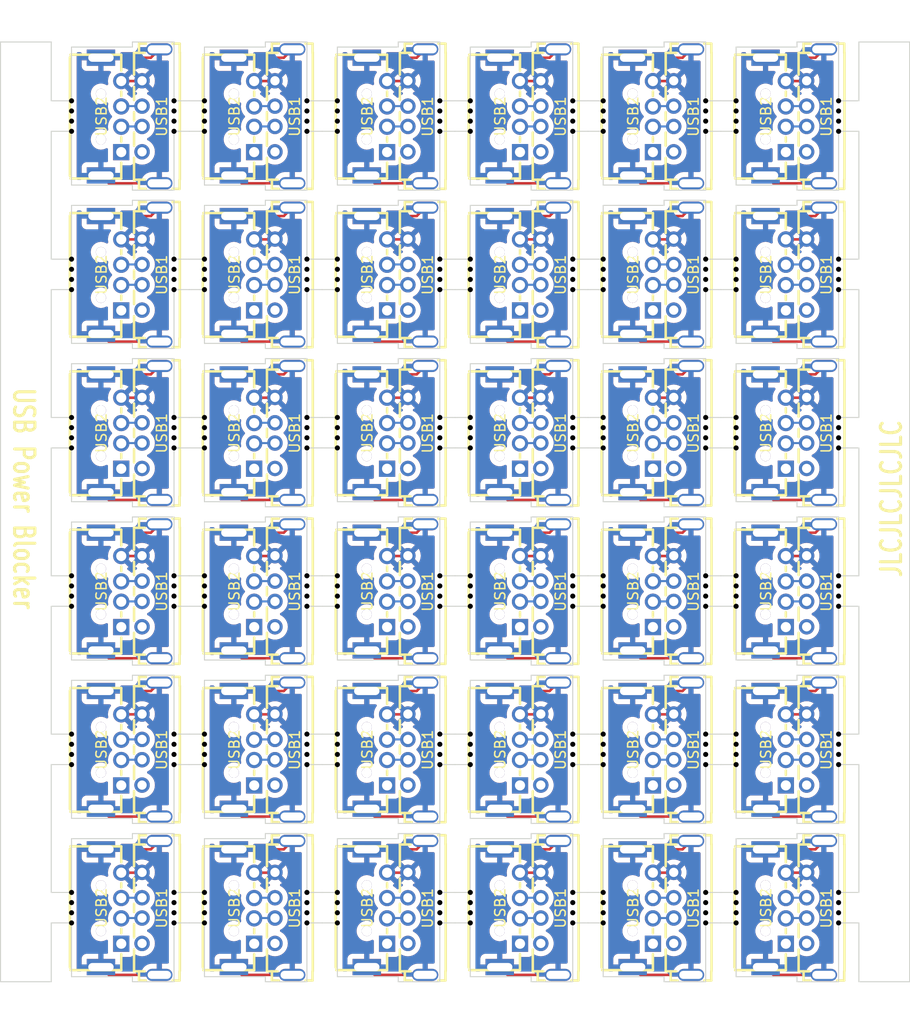
<source format=kicad_pcb>
(kicad_pcb (version 20211014) (generator pcbnew)
  (layers (0 "F.Cu" signal) (31 "B.Cu" signal) (34 "B.Paste" user) (35 "F.Paste" user) (36 "B.SilkS" user "B.Silkscreen") (37 "F.SilkS" user "F.Silkscreen") (38 "B.Mask" user) (39 "F.Mask" user) (44 "Edge.Cuts" user))
  (net 0 "")
  (net 1 "Board_0-/D+")
  (net 2 "Board_0-/D-")
  (net 3 "Board_0-GND")
  (net 4 "Board_0-unconnected-(USB1-Pad1)")
  (net 5 "Board_0-unconnected-(USB2-Pad1)")
  (net 6 "Board_1-/D+")
  (net 7 "Board_1-/D-")
  (net 8 "Board_1-GND")
  (net 9 "Board_1-unconnected-(USB1-Pad1)")
  (net 10 "Board_1-unconnected-(USB2-Pad1)")
  (net 11 "Board_2-/D+")
  (net 12 "Board_2-/D-")
  (net 13 "Board_2-GND")
  (net 14 "Board_2-unconnected-(USB1-Pad1)")
  (net 15 "Board_2-unconnected-(USB2-Pad1)")
  (net 16 "Board_3-/D+")
  (net 17 "Board_3-/D-")
  (net 18 "Board_3-GND")
  (net 19 "Board_3-unconnected-(USB1-Pad1)")
  (net 20 "Board_3-unconnected-(USB2-Pad1)")
  (net 21 "Board_4-/D+")
  (net 22 "Board_4-/D-")
  (net 23 "Board_4-GND")
  (net 24 "Board_4-unconnected-(USB1-Pad1)")
  (net 25 "Board_4-unconnected-(USB2-Pad1)")
  (net 26 "Board_5-/D+")
  (net 27 "Board_5-/D-")
  (net 28 "Board_5-GND")
  (net 29 "Board_5-unconnected-(USB1-Pad1)")
  (net 30 "Board_5-unconnected-(USB2-Pad1)")
  (net 31 "Board_6-/D+")
  (net 32 "Board_6-/D-")
  (net 33 "Board_6-GND")
  (net 34 "Board_6-unconnected-(USB1-Pad1)")
  (net 35 "Board_6-unconnected-(USB2-Pad1)")
  (net 36 "Board_7-/D+")
  (net 37 "Board_7-/D-")
  (net 38 "Board_7-GND")
  (net 39 "Board_7-unconnected-(USB1-Pad1)")
  (net 40 "Board_7-unconnected-(USB2-Pad1)")
  (net 41 "Board_8-/D+")
  (net 42 "Board_8-/D-")
  (net 43 "Board_8-GND")
  (net 44 "Board_8-unconnected-(USB1-Pad1)")
  (net 45 "Board_8-unconnected-(USB2-Pad1)")
  (net 46 "Board_9-/D+")
  (net 47 "Board_9-/D-")
  (net 48 "Board_9-GND")
  (net 49 "Board_9-unconnected-(USB1-Pad1)")
  (net 50 "Board_9-unconnected-(USB2-Pad1)")
  (net 51 "Board_10-/D+")
  (net 52 "Board_10-/D-")
  (net 53 "Board_10-GND")
  (net 54 "Board_10-unconnected-(USB1-Pad1)")
  (net 55 "Board_10-unconnected-(USB2-Pad1)")
  (net 56 "Board_11-/D+")
  (net 57 "Board_11-/D-")
  (net 58 "Board_11-GND")
  (net 59 "Board_11-unconnected-(USB1-Pad1)")
  (net 60 "Board_11-unconnected-(USB2-Pad1)")
  (net 61 "Board_12-/D+")
  (net 62 "Board_12-/D-")
  (net 63 "Board_12-GND")
  (net 64 "Board_12-unconnected-(USB1-Pad1)")
  (net 65 "Board_12-unconnected-(USB2-Pad1)")
  (net 66 "Board_13-/D+")
  (net 67 "Board_13-/D-")
  (net 68 "Board_13-GND")
  (net 69 "Board_13-unconnected-(USB1-Pad1)")
  (net 70 "Board_13-unconnected-(USB2-Pad1)")
  (net 71 "Board_14-/D+")
  (net 72 "Board_14-/D-")
  (net 73 "Board_14-GND")
  (net 74 "Board_14-unconnected-(USB1-Pad1)")
  (net 75 "Board_14-unconnected-(USB2-Pad1)")
  (net 76 "Board_15-/D+")
  (net 77 "Board_15-/D-")
  (net 78 "Board_15-GND")
  (net 79 "Board_15-unconnected-(USB1-Pad1)")
  (net 80 "Board_15-unconnected-(USB2-Pad1)")
  (net 81 "Board_16-/D+")
  (net 82 "Board_16-/D-")
  (net 83 "Board_16-GND")
  (net 84 "Board_16-unconnected-(USB1-Pad1)")
  (net 85 "Board_16-unconnected-(USB2-Pad1)")
  (net 86 "Board_17-/D+")
  (net 87 "Board_17-/D-")
  (net 88 "Board_17-GND")
  (net 89 "Board_17-unconnected-(USB1-Pad1)")
  (net 90 "Board_17-unconnected-(USB2-Pad1)")
  (net 91 "Board_18-/D+")
  (net 92 "Board_18-/D-")
  (net 93 "Board_18-GND")
  (net 94 "Board_18-unconnected-(USB1-Pad1)")
  (net 95 "Board_18-unconnected-(USB2-Pad1)")
  (net 96 "Board_19-/D+")
  (net 97 "Board_19-/D-")
  (net 98 "Board_19-GND")
  (net 99 "Board_19-unconnected-(USB1-Pad1)")
  (net 100 "Board_19-unconnected-(USB2-Pad1)")
  (net 101 "Board_20-/D+")
  (net 102 "Board_20-/D-")
  (net 103 "Board_20-GND")
  (net 104 "Board_20-unconnected-(USB1-Pad1)")
  (net 105 "Board_20-unconnected-(USB2-Pad1)")
  (net 106 "Board_21-/D+")
  (net 107 "Board_21-/D-")
  (net 108 "Board_21-GND")
  (net 109 "Board_21-unconnected-(USB1-Pad1)")
  (net 110 "Board_21-unconnected-(USB2-Pad1)")
  (net 111 "Board_22-/D+")
  (net 112 "Board_22-/D-")
  (net 113 "Board_22-GND")
  (net 114 "Board_22-unconnected-(USB1-Pad1)")
  (net 115 "Board_22-unconnected-(USB2-Pad1)")
  (net 116 "Board_23-/D+")
  (net 117 "Board_23-/D-")
  (net 118 "Board_23-GND")
  (net 119 "Board_23-unconnected-(USB1-Pad1)")
  (net 120 "Board_23-unconnected-(USB2-Pad1)")
  (net 121 "Board_24-/D+")
  (net 122 "Board_24-/D-")
  (net 123 "Board_24-GND")
  (net 124 "Board_24-unconnected-(USB1-Pad1)")
  (net 125 "Board_24-unconnected-(USB2-Pad1)")
  (net 126 "Board_25-/D+")
  (net 127 "Board_25-/D-")
  (net 128 "Board_25-GND")
  (net 129 "Board_25-unconnected-(USB1-Pad1)")
  (net 130 "Board_25-unconnected-(USB2-Pad1)")
  (net 131 "Board_26-/D+")
  (net 132 "Board_26-/D-")
  (net 133 "Board_26-GND")
  (net 134 "Board_26-unconnected-(USB1-Pad1)")
  (net 135 "Board_26-unconnected-(USB2-Pad1)")
  (net 136 "Board_27-/D+")
  (net 137 "Board_27-/D-")
  (net 138 "Board_27-GND")
  (net 139 "Board_27-unconnected-(USB1-Pad1)")
  (net 140 "Board_27-unconnected-(USB2-Pad1)")
  (net 141 "Board_28-/D+")
  (net 142 "Board_28-/D-")
  (net 143 "Board_28-GND")
  (net 144 "Board_28-unconnected-(USB1-Pad1)")
  (net 145 "Board_28-unconnected-(USB2-Pad1)")
  (net 146 "Board_29-/D+")
  (net 147 "Board_29-/D-")
  (net 148 "Board_29-GND")
  (net 149 "Board_29-unconnected-(USB1-Pad1)")
  (net 150 "Board_29-unconnected-(USB2-Pad1)")
  (net 151 "Board_30-/D+")
  (net 152 "Board_30-/D-")
  (net 153 "Board_30-GND")
  (net 154 "Board_30-unconnected-(USB1-Pad1)")
  (net 155 "Board_30-unconnected-(USB2-Pad1)")
  (net 156 "Board_31-/D+")
  (net 157 "Board_31-/D-")
  (net 158 "Board_31-GND")
  (net 159 "Board_31-unconnected-(USB1-Pad1)")
  (net 160 "Board_31-unconnected-(USB2-Pad1)")
  (net 161 "Board_32-/D+")
  (net 162 "Board_32-/D-")
  (net 163 "Board_32-GND")
  (net 164 "Board_32-unconnected-(USB1-Pad1)")
  (net 165 "Board_32-unconnected-(USB2-Pad1)")
  (net 166 "Board_33-/D+")
  (net 167 "Board_33-/D-")
  (net 168 "Board_33-GND")
  (net 169 "Board_33-unconnected-(USB1-Pad1)")
  (net 170 "Board_33-unconnected-(USB2-Pad1)")
  (net 171 "Board_34-/D+")
  (net 172 "Board_34-/D-")
  (net 173 "Board_34-GND")
  (net 174 "Board_34-unconnected-(USB1-Pad1)")
  (net 175 "Board_34-unconnected-(USB2-Pad1)")
  (net 176 "Board_35-/D+")
  (net 177 "Board_35-/D-")
  (net 178 "Board_35-GND")
  (net 179 "Board_35-unconnected-(USB1-Pad1)")
  (net 180 "Board_35-unconnected-(USB2-Pad1)")
  (footprint "NPTH" (layer "F.Cu") (at 32.1 70.6)
    (fp_text reference "REF**" hide)
    (fp_text value "NPTH" hide)
  )
  (footprint "lib:USB-A-TH_USB-M-40" (layer "F.Cu") (at 82.2 69.1225 90)
    (fp_text reference "USB2")
    (fp_text value "A_F90PBTWhiteplastic_C42615")
  )
  (footprint "NPTH" (layer "F.Cu") (at 87.5 100.8)
    (fp_text reference "REF**" hide)
    (fp_text value "NPTH" hide)
  )
  (footprint "NPTH" (layer "F.Cu") (at 45.2 53)
    (fp_text reference "REF**" hide)
    (fp_text value "NPTH" hide)
  )
  (footprint "NPTH" (layer "F.Cu") (at 48.2 86.2)
    (fp_text reference "REF**" hide)
    (fp_text value "NPTH" hide)
  )
  (footprint "NPTH" (layer "F.Cu") (at 32.1 86.2)
    (fp_text reference "REF**" hide)
    (fp_text value "NPTH" hide)
  )
  (footprint "NPTH" (layer "F.Cu") (at 58.3 38.4)
    (fp_text reference "REF**" hide)
    (fp_text value "NPTH" hide)
  )
  (footprint "lib:USB-A-TH_USB-M-40" (layer "F.Cu") (at 69.1 53.5225 90)
    (fp_text reference "USB2")
    (fp_text value "A_F90PBTWhiteplastic_C42615")
  )
  (footprint "NPTH" (layer "F.Cu") (at 61.3 100.8)
    (fp_text reference "REF**" hide)
    (fp_text value "NPTH" hide)
  )
  (footprint "NPTH" (layer "F.Cu") (at 84.5 37.4)
    (fp_text reference "REF**" hide)
    (fp_text value "NPTH" hide)
  )
  (footprint "NPTH" (layer "F.Cu") (at 61.3 53)
    (fp_text reference "REF**" hide)
    (fp_text value "NPTH" hide)
  )
  (footprint "lib:USB-A-TH_U-G-04WD-W-01" (layer "F.Cu") (at 65.2 69.1525 -90)
    (fp_text reference "USB1")
    (fp_text value "U-G-04DD-W-01")
  )
  (footprint "NPTH" (layer "F.Cu") (at 32.1 83.2)
    (fp_text reference "REF**" hide)
    (fp_text value "NPTH" hide)
  )
  (footprint "NPTH" (layer "F.Cu") (at 71.4 23.8)
    (fp_text reference "REF**" hide)
    (fp_text value "NPTH" hide)
  )
  (footprint "lib:USB-A-TH_USB-M-40" (layer "F.Cu") (at 56 100.3225 90)
    (fp_text reference "USB2")
    (fp_text value "A_F90PBTWhiteplastic_C42615")
  )
  (footprint "lib:USB-A-TH_USB-M-40" (layer "F.Cu") (at 82.2 100.3225 90)
    (fp_text reference "USB2")
    (fp_text value "A_F90PBTWhiteplastic_C42615")
  )
  (footprint "lib:USB-A-TH_USB-M-40" (layer "F.Cu") (at 56 84.7225 90)
    (fp_text reference "USB2")
    (fp_text value "A_F90PBTWhiteplastic_C42615")
  )
  (footprint "NPTH" (layer "F.Cu") (at 22 67.6)
    (fp_text reference "REF**" hide)
    (fp_text value "NPTH" hide)
  )
  (footprint "lib:USB-A-TH_USB-M-40" (layer "F.Cu") (at 56 37.9225 90)
    (fp_text reference "USB2")
    (fp_text value "A_F90PBTWhiteplastic_C42615")
  )
  (footprint "NPTH" (layer "F.Cu") (at 35.1 39.4)
    (fp_text reference "REF**" hide)
    (fp_text value "NPTH" hide)
  )
  (footprint "NPTH" (layer "F.Cu") (at 97.6 54)
    (fp_text reference "REF**" hide)
    (fp_text value "NPTH" hide)
  )
  (footprint "NPTH" (layer "F.Cu") (at 84.5 69.6)
    (fp_text reference "REF**" hide)
    (fp_text value "NPTH" hide)
  )
  (footprint "NPTH" (layer "F.Cu") (at 58.3 83.2)
    (fp_text reference "REF**" hide)
    (fp_text value "NPTH" hide)
  )
  (footprint "NPTH" (layer "F.Cu") (at 45.2 36.4)
    (fp_text reference "REF**" hide)
    (fp_text value "NPTH" hide)
  )
  (footprint "NPTH" (layer "F.Cu") (at 45.2 37.4)
    (fp_text reference "REF**" hide)
    (fp_text value "NPTH" hide)
  )
  (footprint "lib:USB-A-TH_USB-M-40" (layer "F.Cu") (at 95.3 37.9225 90)
    (fp_text reference "USB2")
    (fp_text value "A_F90PBTWhiteplastic_C42615")
  )
  (footprint "NPTH" (layer "F.Cu") (at 87.5 85.2)
    (fp_text reference "REF**" hide)
    (fp_text value "NPTH" hide)
  )
  (footprint "lib:USB-A-TH_U-G-04WD-W-01" (layer "F.Cu") (at 52.1 53.5525 -90)
    (fp_text reference "USB1")
    (fp_text value "U-G-04DD-W-01")
  )
  (footprint "NPTH" (layer "F.Cu") (at 35.1 70.6)
    (fp_text reference "REF**" hide)
    (fp_text value "NPTH" hide)
  )
  (footprint "lib:USB-A-TH_U-G-04WD-W-01" (layer "F.Cu") (at 78.3 69.1525 -90)
    (fp_text reference "USB1")
    (fp_text value "U-G-04DD-W-01")
  )
  (footprint "NPTH" (layer "F.Cu") (at 61.3 101.8)
    (fp_text reference "REF**" hide)
    (fp_text value "NPTH" hide)
  )
  (footprint "NPTH" (layer "F.Cu") (at 45.2 22.8)
    (fp_text reference "REF**" hide)
    (fp_text value "NPTH" hide)
  )
  (footprint "lib:USB-A-TH_USB-M-40" (layer "F.Cu") (at 56 53.5225 90)
    (fp_text reference "USB2")
    (fp_text value "A_F90PBTWhiteplastic_C42615")
  )
  (footprint "NPTH" (layer "F.Cu") (at 48.2 98.8)
    (fp_text reference "REF**" hide)
    (fp_text value "NPTH" hide)
  )
  (footprint "NPTH" (layer "F.Cu") (at 61.3 23.8)
    (fp_text reference "REF**" hide)
    (fp_text value "NPTH" hide)
  )
  (footprint "NPTH" (layer "F.Cu") (at 48.2 100.8)
    (fp_text reference "REF**" hide)
    (fp_text value "NPTH" hide)
  )
  (footprint "NPTH" (layer "F.Cu") (at 74.4 67.6)
    (fp_text reference "REF**" hide)
    (fp_text value "NPTH" hide)
  )
  (footprint "NPTH" (layer "F.Cu") (at 71.4 67.6)
    (fp_text reference "REF**" hide)
    (fp_text value "NPTH" hide)
  )
  (footprint "NPTH" (layer "F.Cu") (at 35.1 54)
    (fp_text reference "REF**" hide)
    (fp_text value "NPTH" hide)
  )
  (footprint "NPTH" (layer "F.Cu") (at 58.3 55)
    (fp_text reference "REF**" hide)
    (fp_text value "NPTH" hide)
  )
  (footprint "lib:USB-A-TH_U-G-04WD-W-01" (layer "F.Cu") (at 39 100.3525 -90)
    (fp_text reference "USB1")
    (fp_text value "U-G-04DD-W-01")
  )
  (footprint "NPTH" (layer "F.Cu") (at 22 23.8)
    (fp_text reference "REF**" hide)
    (fp_text value "NPTH" hide)
  )
  (footprint "NPTH" (layer "F.Cu") (at 87.5 83.2)
    (fp_text reference "REF**" hide)
    (fp_text value "NPTH" hide)
  )
  (footprint "NPTH" (layer "F.Cu") (at 45.2 38.4)
    (fp_text reference "REF**" hide)
    (fp_text value "NPTH" hide)
  )
  (footprint "lib:USB-A-TH_U-G-04WD-W-01" (layer "F.Cu") (at 25.9 84.7525 -90)
    (fp_text reference "USB1")
    (fp_text value "U-G-04DD-W-01")
  )
  (footprint "lib:USB-A-TH_USB-M-40" (layer "F.Cu") (at 29.8 37.9225 90)
    (fp_text reference "USB2")
    (fp_text value "A_F90PBTWhiteplastic_C42615")
  )
  (footprint "lib:USB-A-TH_USB-M-40" (layer "F.Cu") (at 95.3 53.5225 90)
    (fp_text reference "USB2")
    (fp_text value "A_F90PBTWhiteplastic_C42615")
  )
  (footprint "NPTH" (layer "F.Cu") (at 35.1 55)
    (fp_text reference "REF**" hide)
    (fp_text value "NPTH" hide)
  )
  (footprint "NPTH" (layer "F.Cu") (at 87.5 23.8)
    (fp_text reference "REF**" hide)
    (fp_text value "NPTH" hide)
  )
  (footprint "NPTH" (layer "F.Cu") (at 45.2 98.8)
    (fp_text reference "REF**" hide)
    (fp_text value "NPTH" hide)
  )
  (footprint "NPTH" (layer "F.Cu") (at 58.3 98.8)
    (fp_text reference "REF**" hide)
    (fp_text value "NPTH" hide)
  )
  (footprint "NPTH" (layer "F.Cu") (at 74.4 100.8)
    (fp_text reference "REF**" hide)
    (fp_text value "NPTH" hide)
  )
  (footprint "NPTH" (layer "F.Cu") (at 58.3 85.2)
    (fp_text reference "REF**" hide)
    (fp_text value "NPTH" hide)
  )
  (footprint "lib:USB-A-TH_U-G-04WD-W-01" (layer "F.Cu") (at 65.2 37.9525 -90)
    (fp_text reference "USB1")
    (fp_text value "U-G-04DD-W-01")
  )
  (footprint "NPTH" (layer "F.Cu") (at 22 38.4)
    (fp_text reference "REF**" hide)
    (fp_text value "NPTH" hide)
  )
  (footprint "NPTH" (layer "F.Cu") (at 48.2 101.8)
    (fp_text reference "REF**" hide)
    (fp_text value "NPTH" hide)
  )
  (footprint "NPTH" (layer "F.Cu") (at 48.2 55)
    (fp_text reference "REF**" hide)
    (fp_text value "NPTH" hide)
  )
  (footprint "NPTH" (layer "F.Cu") (at 32.1 22.8)
    (fp_text reference "REF**" hide)
    (fp_text value "NPTH" hide)
  )
  (footprint "NPTH" (layer "F.Cu") (at 71.4 54)
    (fp_text reference "REF**" hide)
    (fp_text value "NPTH" hide)
  )
  (footprint "NPTH" (layer "F.Cu") (at 71.4 99.8)
    (fp_text reference "REF**" hide)
    (fp_text value "NPTH" hide)
  )
  (footprint "NPTH" (layer "F.Cu") (at 45.2 100.8)
    (fp_text reference "REF**" hide)
    (fp_text value "NPTH" hide)
  )
  (footprint "NPTH" (layer "F.Cu") (at 71.4 20.8)
    (fp_text reference "REF**" hide)
    (fp_text value "NPTH" hide)
  )
  (footprint "NPTH" (layer "F.Cu") (at 71.4 68.6)
    (fp_text reference "REF**" hide)
    (fp_text value "NPTH" hide)
  )
  (footprint "NPTH" (layer "F.Cu") (at 32.1 85.2)
    (fp_text reference "REF**" hide)
    (fp_text value "NPTH" hide)
  )
  (footprint "NPTH" (layer "F.Cu") (at 74.4 101.8)
    (fp_text reference "REF**" hide)
    (fp_text value "NPTH" hide)
  )
  (footprint "lib:USB-A-TH_U-G-04WD-W-01" (layer "F.Cu") (at 25.9 53.5525 -90)
    (fp_text reference "USB1")
    (fp_text value "U-G-04DD-W-01")
  )
  (footprint "lib:USB-A-TH_U-G-04WD-W-01" (layer "F.Cu") (at 25.9 22.3525 -90)
    (fp_text reference "USB1")
    (fp_text value "U-G-04DD-W-01")
  )
  (footprint "NPTH" (layer "F.Cu") (at 74.4 37.4)
    (fp_text reference "REF**" hide)
    (fp_text value "NPTH" hide)
  )
  (footprint "NPTH" (layer "F.Cu") (at 48.2 70.6)
    (fp_text reference "REF**" hide)
    (fp_text value "NPTH" hide)
  )
  (footprint "NPTH" (layer "F.Cu") (at 45.2 67.6)
    (fp_text reference "REF**" hide)
    (fp_text value "NPTH" hide)
  )
  (footprint "lib:USB-A-TH_U-G-04WD-W-01" (layer "F.Cu") (at 65.2 84.7525 -90)
    (fp_text reference "USB1")
    (fp_text value "U-G-04DD-W-01")
  )
  (footprint "NPTH" (layer "F.Cu") (at 74.4 85.2)
    (fp_text reference "REF**" hide)
    (fp_text value "NPTH" hide)
  )
  (footprint "NPTH" (layer "F.Cu") (at 87.5 22.8)
    (fp_text reference "REF**" hide)
    (fp_text value "NPTH" hide)
  )
  (footprint "NPTH" (layer "F.Cu") (at 84.5 83.2)
    (fp_text reference "REF**" hide)
    (fp_text value "NPTH" hide)
  )
  (footprint "NPTH" (layer "F.Cu") (at 22 22.8)
    (fp_text reference "REF**" hide)
    (fp_text value "NPTH" hide)
  )
  (footprint "NPTH" (layer "F.Cu") (at 84.5 70.6)
    (fp_text reference "REF**" hide)
    (fp_text value "NPTH" hide)
  )
  (footprint "NPTH" (layer "F.Cu") (at 35.1 38.4)
    (fp_text reference "REF**" hide)
    (fp_text value "NPTH" hide)
  )
  (footprint "NPTH" (layer "F.Cu") (at 61.3 20.8)
    (fp_text reference "REF**" hide)
    (fp_text value "NPTH" hide)
  )
  (footprint "NPTH" (layer "F.Cu") (at 32.1 23.8)
    (fp_text reference "REF**" hide)
    (fp_text value "NPTH" hide)
  )
  (footprint "lib:USB-A-TH_U-G-04WD-W-01" (layer "F.Cu") (at 52.1 22.3525 -90)
    (fp_text reference "USB1")
    (fp_text value "U-G-04DD-W-01")
  )
  (footprint "NPTH" (layer "F.Cu") (at 71.4 84.2)
    (fp_text reference "REF**" hide)
    (fp_text value "NPTH" hide)
  )
  (footprint "NPTH" (layer "F.Cu") (at 48.2 54)
    (fp_text reference "REF**" hide)
    (fp_text value "NPTH" hide)
  )
  (footprint "NPTH" (layer "F.Cu") (at 87.5 21.8)
    (fp_text reference "REF**" hide)
    (fp_text value "NPTH" hide)
  )
  (footprint "lib:USB-A-TH_USB-M-40" (layer "F.Cu") (at 29.8 22.3225 90)
    (fp_text reference "USB2")
    (fp_text value "A_F90PBTWhiteplastic_C42615")
  )
  (footprint "lib:USB-A-TH_USB-M-40" (layer "F.Cu") (at 95.3 100.3225 90)
    (fp_text reference "USB2")
    (fp_text value "A_F90PBTWhiteplastic_C42615")
  )
  (footprint "NPTH" (layer "F.Cu") (at 45.2 54)
    (fp_text reference "REF**" hide)
    (fp_text value "NPTH" hide)
  )
  (footprint "NPTH" (layer "F.Cu") (at 45.2 23.8)
    (fp_text reference "REF**" hide)
    (fp_text value "NPTH" hide)
  )
  (footprint "NPTH" (layer "F.Cu") (at 97.6 83.2)
    (fp_text reference "REF**" hide)
    (fp_text value "NPTH" hide)
  )
  (footprint "NPTH" (layer "F.Cu") (at 58.3 37.4)
    (fp_text reference "REF**" hide)
    (fp_text value "NPTH" hide)
  )
  (footprint "NPTH" (layer "F.Cu") (at 22 85.2)
    (fp_text reference "REF**" hide)
    (fp_text value "NPTH" hide)
  )
  (footprint "NPTH" (layer "F.Cu") (at 58.3 101.8)
    (fp_text reference "REF**" hide)
    (fp_text value "NPTH" hide)
  )
  (footprint "lib:USB-A-TH_U-G-04WD-W-01" (layer "F.Cu") (at 39 84.7525 -90)
    (fp_text reference "USB1")
    (fp_text value "U-G-04DD-W-01")
  )
  (footprint "NPTH" (layer "F.Cu") (at 84.5 39.4)
    (fp_text reference "REF**" hide)
    (fp_text value "NPTH" hide)
  )
  (footprint "lib:USB-A-TH_U-G-04WD-W-01" (layer "F.Cu") (at 25.9 100.3525 -90)
    (fp_text reference "USB1")
    (fp_text value "U-G-04DD-W-01")
  )
  (footprint "NPTH" (layer "F.Cu") (at 84.5 99.8)
    (fp_text reference "REF**" hide)
    (fp_text value "NPTH" hide)
  )
  (footprint "NPTH" (layer "F.Cu") (at 35.1 52)
    (fp_text reference "REF**" hide)
    (fp_text value "NPTH" hide)
  )
  (footprint "NPTH" (layer "F.Cu") (at 71.4 52)
    (fp_text reference "REF**" hide)
    (fp_text value "NPTH" hide)
  )
  (footprint "NPTH" (layer "F.Cu") (at 87.5 36.4)
    (fp_text reference "REF**" hide)
    (fp_text value "NPTH" hide)
  )
  (footprint "NPTH" (layer "F.Cu") (at 58.3 86.2)
    (fp_text reference "REF**" hide)
    (fp_text value "NPTH" hide)
  )
  (footprint "NPTH" (layer "F.Cu") (at 74.4 83.2)
    (fp_text reference "REF**" hide)
    (fp_text value "NPTH" hide)
  )
  (footprint "NPTH" (layer "F.Cu") (at 71.4 38.4)
    (fp_text reference "REF**" hide)
    (fp_text value "NPTH" hide)
  )
  (footprint "NPTH" (layer "F.Cu") (at 58.3 54)
    (fp_text reference "REF**" hide)
    (fp_text value "NPTH" hide)
  )
  (footprint "NPTH" (layer "F.Cu") (at 35.1 100.8)
    (fp_text reference "REF**" hide)
    (fp_text value "NPTH" hide)
  )
  (footprint "NPTH" (layer "F.Cu") (at 32.1 36.4)
    (fp_text reference "REF**" hide)
    (fp_text value "NPTH" hide)
  )
  (footprint "NPTH" (layer "F.Cu") (at 97.6 86.2)
    (fp_text reference "REF**" hide)
    (fp_text value "NPTH" hide)
  )
  (footprint "NPTH" (layer "F.Cu") (at 87.5 98.8)
    (fp_text reference "REF**" hide)
    (fp_text value "NPTH" hide)
  )
  (footprint "NPTH" (layer "F.Cu") (at 32.1 101.8)
    (fp_text reference "REF**" hide)
    (fp_text value "NPTH" hide)
  )
  (footprint "NPTH" (layer "F.Cu") (at 87.5 84.2)
    (fp_text reference "REF**" hide)
    (fp_text value "NPTH" hide)
  )
  (footprint "NPTH" (layer "F.Cu") (at 84.5 23.8)
    (fp_text reference "REF**" hide)
    (fp_text value "NPTH" hide)
  )
  (footprint "NPTH" (layer "F.Cu") (at 74.4 22.8)
    (fp_text reference "REF**" hide)
    (fp_text value "NPTH" hide)
  )
  (footprint "NPTH" (layer "F.Cu") (at 97.6 21.8)
    (fp_text reference "REF**" hide)
    (fp_text value "NPTH" hide)
  )
  (footprint "lib:USB-A-TH_U-G-04WD-W-01" (layer "F.Cu") (at 78.3 53.5525 -90)
    (fp_text reference "USB1")
    (fp_text value "U-G-04DD-W-01")
  )
  (footprint "NPTH" (layer "F.Cu") (at 84.5 36.4)
    (fp_text reference "REF**" hide)
    (fp_text value "NPTH" hide)
  )
  (footprint "lib:USB-A-TH_U-G-04WD-W-01" (layer "F.Cu") (at 39 53.5525 -90)
    (fp_text reference "USB1")
    (fp_text value "U-G-04DD-W-01")
  )
  (footprint "lib:USB-A-TH_USB-M-40" (layer "F.Cu") (at 42.9 69.1225 90)
    (fp_text reference "USB2")
    (fp_text value "A_F90PBTWhiteplastic_C42615")
  )
  (footprint "NPTH" (layer "F.Cu") (at 45.2 20.8)
    (fp_text reference "REF**" hide)
    (fp_text value "NPTH" hide)
  )
  (footprint "lib:USB-A-TH_U-G-04WD-W-01" (layer "F.Cu") (at 65.2 100.3525 -90)
    (fp_text reference "USB1")
    (fp_text value "U-G-04DD-W-01")
  )
  (footprint "NPTH" (layer "F.Cu") (at 32.1 20.8)
    (fp_text reference "REF**" hide)
    (fp_text value "NPTH" hide)
  )
  (footprint "lib:USB-A-TH_U-G-04WD-W-01" (layer "F.Cu") (at 91.4 37.9525 -90)
    (fp_text reference "USB1")
    (fp_text value "U-G-04DD-W-01")
  )
  (footprint "lib:USB-A-TH_USB-M-40" (layer "F.Cu") (at 42.9 84.7225 90)
    (fp_text reference "USB2")
    (fp_text value "A_F90PBTWhiteplastic_C42615")
  )
  (footprint "lib:USB-A-TH_USB-M-40" (layer "F.Cu") (at 82.2 37.9225 90)
    (fp_text reference "USB2")
    (fp_text value "A_F90PBTWhiteplastic_C42615")
  )
  (footprint "NPTH" (layer "F.Cu") (at 74.4 99.8)
    (fp_text reference "REF**" hide)
    (fp_text value "NPTH" hide)
  )
  (footprint "NPTH" (layer "F.Cu") (at 58.3 53)
    (fp_text reference "REF**" hide)
    (fp_text value "NPTH" hide)
  )
  (footprint "lib:USB-A-TH_U-G-04WD-W-01" (layer "F.Cu") (at 52.1 84.7525 -90)
    (fp_text reference "USB1")
    (fp_text value "U-G-04DD-W-01")
  )
  (footprint "NPTH" (layer "F.Cu") (at 97.6 52)
    (fp_text reference "REF**" hide)
    (fp_text value "NPTH" hide)
  )
  (footprint "NPTH" (layer "F.Cu") (at 32.1 39.4)
    (fp_text reference "REF**" hide)
    (fp_text value "NPTH" hide)
  )
  (footprint "NPTH" (layer "F.Cu") (at 74.4 23.8)
    (fp_text reference "REF**" hide)
    (fp_text value "NPTH" hide)
  )
  (footprint "NPTH" (layer "F.Cu") (at 74.4 68.6)
    (fp_text reference "REF**" hide)
    (fp_text value "NPTH" hide)
  )
  (footprint "NPTH" (layer "F.Cu") (at 71.4 53)
    (fp_text reference "REF**" hide)
    (fp_text value "NPTH" hide)
  )
  (footprint "NPTH" (layer "F.Cu") (at 22 20.8)
    (fp_text reference "REF**" hide)
    (fp_text value "NPTH" hide)
  )
  (footprint "lib:USB-A-TH_U-G-04WD-W-01" (layer "F.Cu") (at 91.4 100.3525 -90)
    (fp_text reference "USB1")
    (fp_text value "U-G-04DD-W-01")
  )
  (footprint "NPTH" (layer "F.Cu") (at 97.6 67.6)
    (fp_text reference "REF**" hide)
    (fp_text value "NPTH" hide)
  )
  (footprint "lib:USB-A-TH_USB-M-40" (layer "F.Cu") (at 69.1 69.1225 90)
    (fp_text reference "USB2")
    (fp_text value "A_F90PBTWhiteplastic_C42615")
  )
  (footprint "NPTH" (layer "F.Cu") (at 58.3 68.6)
    (fp_text reference "REF**" hide)
    (fp_text value "NPTH" hide)
  )
  (footprint "NPTH" (layer "F.Cu") (at 87.5 99.8)
    (fp_text reference "REF**" hide)
    (fp_text value "NPTH" hide)
  )
  (footprint "NPTH" (layer "F.Cu") (at 32.1 38.4)
    (fp_text reference "REF**" hide)
    (fp_text value "NPTH" hide)
  )
  (footprint "NPTH" (layer "F.Cu") (at 48.2 83.2)
    (fp_text reference "REF**" hide)
    (fp_text value "NPTH" hide)
  )
  (footprint "lib:USB-A-TH_U-G-04WD-W-01" (layer "F.Cu") (at 65.2 53.5525 -90)
    (fp_text reference "USB1")
    (fp_text value "U-G-04DD-W-01")
  )
  (footprint "NPTH" (layer "F.Cu") (at 87.5 101.8)
    (fp_text reference "REF**" hide)
    (fp_text value "NPTH" hide)
  )
  (footprint "NPTH" (layer "F.Cu") (at 74.4 69.6)
    (fp_text reference "REF**" hide)
    (fp_text value "NPTH" hide)
  )
  (footprint "NPTH" (layer "F.Cu") (at 22 99.8)
    (fp_text reference "REF**" hide)
    (fp_text value "NPTH" hide)
  )
  (footprint "NPTH" (layer "F.Cu") (at 35.1 23.8)
    (fp_text reference "REF**" hide)
    (fp_text value "NPTH" hide)
  )
  (footprint "NPTH" (layer "F.Cu") (at 84.5 21.8)
    (fp_text reference "REF**" hide)
    (fp_text value "NPTH" hide)
  )
  (footprint "lib:USB-A-TH_USB-M-40" (layer "F.Cu") (at 42.9 100.3225 90)
    (fp_text reference "USB2")
    (fp_text value "A_F90PBTWhiteplastic_C42615")
  )
  (footprint "NPTH" (layer "F.Cu") (at 97.6 101.8)
    (fp_text reference "REF**" hide)
    (fp_text value "NPTH" hide)
  )
  (footprint "NPTH" (layer "F.Cu") (at 87.5 37.4)
    (fp_text reference "REF**" hide)
    (fp_text value "NPTH" hide)
  )
  (footprint "lib:USB-A-TH_U-G-04WD-W-01" (layer "F.Cu") (at 52.1 100.3525 -90)
    (fp_text reference "USB1")
    (fp_text value "U-G-04DD-W-01")
  )
  (footprint "NPTH" (layer "F.Cu") (at 32.1 98.8)
    (fp_text reference "REF**" hide)
    (fp_text value "NPTH" hide)
  )
  (footprint "lib:USB-A-TH_U-G-04WD-W-01" (layer "F.Cu") (at 65.2 22.3525 -90)
    (fp_text reference "USB1")
    (fp_text value "U-G-04DD-W-01")
  )
  (footprint "NPTH" (layer "F.Cu") (at 71.4 55)
    (fp_text reference "REF**" hide)
    (fp_text value "NPTH" hide)
  )
  (footprint "lib:USB-A-TH_U-G-04WD-W-01" (layer "F.Cu") (at 39 69.1525 -90)
    (fp_text reference "USB1")
    (fp_text value "U-G-04DD-W-01")
  )
  (footprint "lib:USB-A-TH_U-G-04WD-W-01" (layer "F.Cu") (at 91.4 53.5525 -90)
    (fp_text reference "USB1")
    (fp_text value "U-G-04DD-W-01")
  )
  (footprint "NPTH" (layer "F.Cu") (at 84.5 55)
    (fp_text reference "REF**" hide)
    (fp_text value "NPTH" hide)
  )
  (footprint "NPTH" (layer "F.Cu") (at 97.6 38.4)
    (fp_text reference "REF**" hide)
    (fp_text value "NPTH" hide)
  )
  (footprint "NPTH" (layer "F.Cu") (at 84.5 98.8)
    (fp_text reference "REF**" hide)
    (fp_text value "NPTH" hide)
  )
  (footprint "NPTH" (layer "F.Cu") (at 74.4 70.6)
    (fp_text reference "REF**" hide)
    (fp_text value "NPTH" hide)
  )
  (footprint "NPTH" (layer "F.Cu") (at 97.6 69.6)
    (fp_text reference "REF**" hide)
    (fp_text value "NPTH" hide)
  )
  (footprint "NPTH" (layer "F.Cu") (at 45.2 69.6)
    (fp_text reference "REF**" hide)
    (fp_text value "NPTH" hide)
  )
  (footprint "lib:USB-A-TH_U-G-04WD-W-01" (layer "F.Cu") (at 25.9 69.1525 -90)
    (fp_text reference "USB1")
    (fp_text value "U-G-04DD-W-01")
  )
  (footprint "NPTH" (layer "F.Cu") (at 74.4 39.4)
    (fp_text reference "REF**" hide)
    (fp_text value "NPTH" hide)
  )
  (footprint "NPTH" (layer "F.Cu") (at 35.1 36.4)
    (fp_text reference "REF**" hide)
    (fp_text value "NPTH" hide)
  )
  (footprint "NPTH" (layer "F.Cu") (at 48.2 68.6)
    (fp_text reference "REF**" hide)
    (fp_text value "NPTH" hide)
  )
  (footprint "lib:USB-A-TH_U-G-04WD-W-01" (layer "F.Cu") (at 78.3 100.3525 -90)
    (fp_text reference "USB1")
    (fp_text value "U-G-04DD-W-01")
  )
  (footprint "NPTH" (layer "F.Cu") (at 45.2 84.2)
    (fp_text reference "REF**" hide)
    (fp_text value "NPTH" hide)
  )
  (footprint "lib:USB-A-TH_U-G-04WD-W-01" (layer "F.Cu") (at 91.4 84.7525 -90)
    (fp_text reference "USB1")
    (fp_text value "U-G-04DD-W-01")
  )
  (footprint "NPTH" (layer "F.Cu") (at 74.4 52)
    (fp_text reference "REF**" hide)
    (fp_text value "NPTH" hide)
  )
  (footprint "NPTH" (layer "F.Cu") (at 58.3 67.6)
    (fp_text reference "REF**" hide)
    (fp_text value "NPTH" hide)
  )
  (footprint "lib:USB-A-TH_USB-M-40" (layer "F.Cu") (at 69.1 37.9225 90)
    (fp_text reference "USB2")
    (fp_text value "A_F90PBTWhiteplastic_C42615")
  )
  (footprint "NPTH" (layer "F.Cu") (at 48.2 53)
    (fp_text reference "REF**" hide)
    (fp_text value "NPTH" hide)
  )
  (footprint "NPTH" (layer "F.Cu") (at 45.2 70.6)
    (fp_text reference "REF**" hide)
    (fp_text value "NPTH" hide)
  )
  (footprint "lib:USB-A-TH_USB-M-40" (layer "F.Cu") (at 82.2 84.7225 90)
    (fp_text reference "USB2")
    (fp_text value "A_F90PBTWhiteplastic_C42615")
  )
  (footprint "NPTH" (layer "F.Cu") (at 22 84.2)
    (fp_text reference "REF**" hide)
    (fp_text value "NPTH" hide)
  )
  (footprint "NPTH" (layer "F.Cu") (at 61.3 39.4)
    (fp_text reference "REF**" hide)
    (fp_text value "NPTH" hide)
  )
  (footprint "NPTH" (layer "F.Cu") (at 32.1 68.6)
    (fp_text reference "REF**" hide)
    (fp_text value "NPTH" hide)
  )
  (footprint "NPTH" (layer "F.Cu") (at 71.4 36.4)
    (fp_text reference "REF**" hide)
    (fp_text value "NPTH" hide)
  )
  (footprint "NPTH" (layer "F.Cu") (at 84.5 68.6)
    (fp_text reference "REF**" hide)
    (fp_text value "NPTH" hide)
  )
  (footprint "lib:USB-A-TH_U-G-04WD-W-01" (layer "F.Cu") (at 91.4 22.3525 -90)
    (fp_text reference "USB1")
    (fp_text value "U-G-04DD-W-01")
  )
  (footprint "NPTH" (layer "F.Cu") (at 32.1 84.2)
    (fp_text reference "REF**" hide)
    (fp_text value "NPTH" hide)
  )
  (footprint "NPTH" (layer "F.Cu") (at 71.4 21.8)
    (fp_text reference "REF**" hide)
    (fp_text value "NPTH" hide)
  )
  (footprint "NPTH" (layer "F.Cu") (at 35.1 83.2)
    (fp_text reference "REF**" hide)
    (fp_text value "NPTH" hide)
  )
  (footprint "NPTH" (layer "F.Cu") (at 22 70.6)
    (fp_text reference "REF**" hide)
    (fp_text value "NPTH" hide)
  )
  (footprint "NPTH" (layer "F.Cu") (at 32.1 100.8)
    (fp_text reference "REF**" hide)
    (fp_text value "NPTH" hide)
  )
  (footprint "NPTH" (layer "F.Cu") (at 32.1 99.8)
    (fp_text reference "REF**" hide)
    (fp_text value "NPTH" hide)
  )
  (footprint "NPTH" (layer "F.Cu") (at 61.3 69.6)
    (fp_text reference "REF**" hide)
    (fp_text value "NPTH" hide)
  )
  (footprint "NPTH" (layer "F.Cu") (at 61.3 70.6)
    (fp_text reference "REF**" hide)
    (fp_text value "NPTH" hide)
  )
  (footprint "NPTH" (layer "F.Cu") (at 74.4 20.8)
    (fp_text reference "REF**" hide)
    (fp_text value "NPTH" hide)
  )
  (footprint "NPTH" (layer "F.Cu") (at 61.3 54)
    (fp_text reference "REF**" hide)
    (fp_text value "NPTH" hide)
  )
  (footprint "NPTH" (layer "F.Cu") (at 71.4 37.4)
    (fp_text reference "REF**" hide)
    (fp_text value "NPTH" hide)
  )
  (footprint "NPTH" (layer "F.Cu") (at 48.2 20.8)
    (fp_text reference "REF**" hide)
    (fp_text value "NPTH" hide)
  )
  (footprint "lib:USB-A-TH_USB-M-40" (layer "F.Cu") (at 82.2 53.5225 90)
    (fp_text reference "USB2")
    (fp_text value "A_F90PBTWhiteplastic_C42615")
  )
  (footprint "NPTH" (layer "F.Cu") (at 61.3 38.4)
    (fp_text reference "REF**" hide)
    (fp_text value "NPTH" hide)
  )
  (footprint "NPTH" (layer "F.Cu") (at 35.1 37.4)
    (fp_text reference "REF**" hide)
    (fp_text value "NPTH" hide)
  )
  (footprint "NPTH" (layer "F.Cu") (at 35.1 99.8)
    (fp_text reference "REF**" hide)
    (fp_text value "NPTH" hide)
  )
  (footprint "NPTH" (layer "F.Cu") (at 45.2 99.8)
    (fp_text reference "REF**" hide)
    (fp_text value "NPTH" hide)
  )
  (footprint "NPTH" (layer "F.Cu") (at 22 36.4)
    (fp_text reference "REF**" hide)
    (fp_text value "NPTH" hide)
  )
  (footprint "lib:USB-A-TH_U-G-04WD-W-01" (layer "F.Cu") (at 52.1 37.9525 -90)
    (fp_text reference "USB1")
    (fp_text value "U-G-04DD-W-01")
  )
  (footprint "lib:USB-A-TH_U-G-04WD-W-01" (layer "F.Cu") (at 39 22.3525 -90)
    (fp_text reference "USB1")
    (fp_text value "U-G-04DD-W-01")
  )
  (footprint "NPTH" (layer "F.Cu") (at 61.3 86.2)
    (fp_text reference "REF**" hide)
    (fp_text value "NPTH" hide)
  )
  (footprint "NPTH" (layer "F.Cu") (at 71.4 100.8)
    (fp_text reference "REF**" hide)
    (fp_text value "NPTH" hide)
  )
  (footprint "NPTH" (layer "F.Cu") (at 45.2 52)
    (fp_text reference "REF**" hide)
    (fp_text value "NPTH" hide)
  )
  (footprint "NPTH" (layer "F.Cu") (at 45.2 21.8)
    (fp_text reference "REF**" hide)
    (fp_text value "NPTH" hide)
  )
  (footprint "NPTH" (layer "F.Cu") (at 97.6 100.8)
    (fp_text reference "REF**" hide)
    (fp_text value "NPTH" hide)
  )
  (footprint "NPTH" (layer "F.Cu") (at 22 86.2)
    (fp_text reference "REF**" hide)
    (fp_text value "NPTH" hide)
  )
  (footprint "NPTH" (layer "F.Cu") (at 84.5 38.4)
    (fp_text reference "REF**" hide)
    (fp_text value "NPTH" hide)
  )
  (footprint "NPTH" (layer "F.Cu") (at 97.6 37.4)
    (fp_text reference "REF**" hide)
    (fp_text value "NPTH" hide)
  )
  (footprint "NPTH" (layer "F.Cu") (at 35.1 98.8)
    (fp_text reference "REF**" hide)
    (fp_text value "NPTH" hide)
  )
  (footprint "NPTH" (layer "F.Cu") (at 71.4 85.2)
    (fp_text reference "REF**" hide)
    (fp_text value "NPTH" hide)
  )
  (footprint "NPTH" (layer "F.Cu") (at 58.3 69.6)
    (fp_text reference "REF**" hide)
    (fp_text value "NPTH" hide)
  )
  (footprint "lib:USB-A-TH_U-G-04WD-W-01" (layer "F.Cu") (at 39 37.9525 -90)
    (fp_text reference "USB1")
    (fp_text value "U-G-04DD-W-01")
  )
  (footprint "NPTH" (layer "F.Cu") (at 61.3 68.6)
    (fp_text reference "REF**" hide)
    (fp_text value "NPTH" hide)
  )
  (footprint "lib:USB-A-TH_U-G-04WD-W-01" (layer "F.Cu") (at 78.3 22.3525 -90)
    (fp_text reference "USB1")
    (fp_text value "U-G-04DD-W-01")
  )
  (footprint "NPTH" (layer "F.Cu") (at 74.4 38.4)
    (fp_text reference "REF**" hide)
    (fp_text value "NPTH" hide)
  )
  (footprint "NPTH" (layer "F.Cu") (at 87.5 68.6)
    (fp_text reference "REF**" hide)
    (fp_text value "NPTH" hide)
  )
  (footprint "NPTH" (layer "F.Cu") (at 45.2 68.6)
    (fp_text reference "REF**" hide)
    (fp_text value "NPTH" hide)
  )
  (footprint "NPTH" (layer "F.Cu") (at 61.3 85.2)
    (fp_text reference "REF**" hide)
    (fp_text value "NPTH" hide)
  )
  (footprint "NPTH" (layer "F.Cu") (at 97.6 98.8)
    (fp_text reference "REF**" hide)
    (fp_text value "NPTH" hide)
  )
  (footprint "NPTH" (layer "F.Cu") (at 58.3 22.8)
    (fp_text reference "REF**" hide)
    (fp_text value "NPTH" hide)
  )
  (footprint "NPTH" (layer "F.Cu") (at 35.1 67.6)
    (fp_text reference "REF**" hide)
    (fp_text value "NPTH" hide)
  )
  (footprint "NPTH" (layer "F.Cu") (at 32.1 67.6)
    (fp_text reference "REF**" hide)
    (fp_text value "NPTH" hide)
  )
  (footprint "lib:USB-A-TH_U-G-04WD-W-01" (layer "F.Cu") (at 91.4 69.1525 -90)
    (fp_text reference "USB1")
    (fp_text value "U-G-04DD-W-01")
  )
  (footprint "NPTH" (layer "F.Cu") (at 71.4 22.8)
    (fp_text reference "REF**" hide)
    (fp_text value "NPTH" hide)
  )
  (footprint "NPTH" (layer "F.Cu") (at 74.4 36.4)
    (fp_text reference "REF**" hide)
    (fp_text value "NPTH" hide)
  )
  (footprint "NPTH" (layer "F.Cu") (at 97.6 20.8)
    (fp_text reference "REF**" hide)
    (fp_text value "NPTH" hide)
  )
  (footprint "lib:USB-A-TH_USB-M-40" (layer "F.Cu") (at 56 22.3225 90)
    (fp_text reference "USB2")
    (fp_text value "A_F90PBTWhiteplastic_C42615")
  )
  (footprint "NPTH" (layer "F.Cu") (at 61.3 36.4)
    (fp_text reference "REF**" hide)
    (fp_text value "NPTH" hide)
  )
  (footprint "NPTH" (layer "F.Cu") (at 58.3 70.6)
    (fp_text reference "REF**" hide)
    (fp_text value "NPTH" hide)
  )
  (footprint "NPTH" (layer "F.Cu") (at 71.4 83.2)
    (fp_text reference "REF**" hide)
    (fp_text value "NPTH" hide)
  )
  (footprint "NPTH" (layer "F.Cu") (at 58.3 84.2)
    (fp_text reference "REF**" hide)
    (fp_text value "NPTH" hide)
  )
  (footprint "NPTH" (layer "F.Cu") (at 48.2 84.2)
    (fp_text reference "REF**" hide)
    (fp_text value "NPTH" hide)
  )
  (footprint "NPTH" (layer "F.Cu") (at 71.4 70.6)
    (fp_text reference "REF**" hide)
    (fp_text value "NPTH" hide)
  )
  (footprint "NPTH" (layer "F.Cu") (at 61.3 37.4)
    (fp_text reference "REF**" hide)
    (fp_text value "NPTH" hide)
  )
  (footprint "NPTH" (layer "F.Cu") (at 84.5 20.8)
    (fp_text reference "REF**" hide)
    (fp_text value "NPTH" hide)
  )
  (footprint "NPTH" (layer "F.Cu") (at 32.1 53)
    (fp_text reference "REF**" hide)
    (fp_text value "NPTH" hide)
  )
  (footprint "NPTH" (layer "F.Cu") (at 97.6 84.2)
    (fp_text reference "REF**" hide)
    (fp_text value "NPTH" hide)
  )
  (footprint "NPTH" (layer "F.Cu") (at 35.1 20.8)
    (fp_text reference "REF**" hide)
    (fp_text value "NPTH" hide)
  )
  (footprint "NPTH" (layer "F.Cu") (at 74.4 53)
    (fp_text reference "REF**" hide)
    (fp_text value "NPTH" hide)
  )
  (footprint "NPTH" (layer "F.Cu") (at 61.3 55)
    (fp_text reference "REF**" hide)
    (fp_text value "NPTH" hide)
  )
  (footprint "lib:USB-A-TH_USB-M-40" (layer "F.Cu") (at 69.1 22.3225 90)
    (fp_text reference "USB2")
    (fp_text value "A_F90PBTWhiteplastic_C42615")
  )
  (footprint "NPTH" (layer "F.Cu") (at 97.6 23.8)
    (fp_text reference "REF**" hide)
    (fp_text value "NPTH" hide)
  )
  (footprint "lib:USB-A-TH_USB-M-40" (layer "F.Cu") (at 95.3 84.7225 90)
    (fp_text reference "USB2")
    (fp_text value "A_F90PBTWhiteplastic_C42615")
  )
  (footprint "lib:USB-A-TH_USB-M-40" (layer "F.Cu") (at 29.8 100.3225 90)
    (fp_text reference "USB2")
    (fp_text value "A_F90PBTWhiteplastic_C42615")
  )
  (footprint "NPTH" (layer "F.Cu") (at 84.5 100.8)
    (fp_text reference "REF**" hide)
    (fp_text value "NPTH" hide)
  )
  (footprint "NPTH" (layer "F.Cu") (at 22 39.4)
    (fp_text reference "REF**" hide)
    (fp_text value "NPTH" hide)
  )
  (footprint "NPTH" (layer "F.Cu") (at 87.5 67.6)
    (fp_text reference "REF**" hide)
    (fp_text value "NPTH" hide)
  )
  (footprint "lib:USB-A-TH_USB-M-40" (layer "F.Cu") (at 56 69.1225 90)
    (fp_text reference "USB2")
    (fp_text value "A_F90PBTWhiteplastic_C42615")
  )
  (footprint "NPTH" (layer "F.Cu") (at 71.4 86.2)
    (fp_text reference "REF**" hide)
    (fp_text value "NPTH" hide)
  )
  (footprint "NPTH" (layer "F.Cu") (at 32.1 21.8)
    (fp_text reference "REF**" hide)
    (fp_text value "NPTH" hide)
  )
  (footprint "NPTH" (layer "F.Cu") (at 48.2 52)
    (fp_text reference "REF**" hide)
    (fp_text value "NPTH" hide)
  )
  (footprint "NPTH" (layer "F.Cu") (at 22 68.6)
    (fp_text reference "REF**" hide)
    (fp_text value "NPTH" hide)
  )
  (footprint "lib:USB-A-TH_USB-M-40" (layer "F.Cu") (at 29.8 53.5225 90)
    (fp_text reference "USB2")
    (fp_text value "A_F90PBTWhiteplastic_C42615")
  )
  (footprint "NPTH" (layer "F.Cu") (at 61.3 67.6)
    (fp_text reference "REF**" hide)
    (fp_text value "NPTH" hide)
  )
  (footprint "NPTH" (layer "F.Cu") (at 97.6 39.4)
    (fp_text reference "REF**" hide)
    (fp_text value "NPTH" hide)
  )
  (footprint "lib:USB-A-TH_USB-M-40" (layer "F.Cu") (at 29.8 69.1225 90)
    (fp_text reference "USB2")
    (fp_text value "A_F90PBTWhiteplastic_C42615")
  )
  (footprint "NPTH" (layer "F.Cu") (at 58.3 23.8)
    (fp_text reference "REF**" hide)
    (fp_text value "NPTH" hide)
  )
  (footprint "lib:USB-A-TH_U-G-04WD-W-01" (layer "F.Cu") (at 78.3 84.7525 -90)
    (fp_text reference "USB1")
    (fp_text value "U-G-04DD-W-01")
  )
  (footprint "lib:USB-A-TH_USB-M-40" (layer "F.Cu") (at 42.9 37.9225 90)
    (fp_text reference "USB2")
    (fp_text value "A_F90PBTWhiteplastic_C42615")
  )
  (footprint "NPTH" (layer "F.Cu") (at 97.6 55)
    (fp_text reference "REF**" hide)
    (fp_text value "NPTH" hide)
  )
  (footprint "NPTH" (layer "F.Cu") (at 87.5 39.4)
    (fp_text reference "REF**" hide)
    (fp_text value "NPTH" hide)
  )
  (footprint "NPTH" (layer "F.Cu") (at 58.3 20.8)
    (fp_text reference "REF**" hide)
    (fp_text value "NPTH" hide)
  )
  (footprint "NPTH" (layer "F.Cu") (at 58.3 39.4)
    (fp_text reference "REF**" hide)
    (fp_text value "NPTH" hide)
  )
  (footprint "NPTH" (layer "F.Cu") (at 22 21.8)
    (fp_text reference "REF**" hide)
    (fp_text value "NPTH" hide)
  )
  (footprint "NPTH" (layer "F.Cu") (at 84.5 84.2)
    (fp_text reference "REF**" hide)
    (fp_text value "NPTH" hide)
  )
  (footprint "NPTH" (layer "F.Cu") (at 84.5 86.2)
    (fp_text reference "REF**" hide)
    (fp_text value "NPTH" hide)
  )
  (footprint "lib:USB-A-TH_U-G-04WD-W-01" (layer "F.Cu") (at 52.1 69.1525 -90)
    (fp_text reference "USB1")
    (fp_text value "U-G-04DD-W-01")
  )
  (footprint "NPTH" (layer "F.Cu") (at 22 100.8)
    (fp_text reference "REF**" hide)
    (fp_text value "NPTH" hide)
  )
  (footprint "NPTH" (layer "F.Cu") (at 84.5 53)
    (fp_text reference "REF**" hide)
    (fp_text value "NPTH" hide)
  )
  (footprint "NPTH" (layer "F.Cu") (at 61.3 21.8)
    (fp_text reference "REF**" hide)
    (fp_text value "NPTH" hide)
  )
  (footprint "NPTH" (layer "F.Cu") (at 48.2 22.8)
    (fp_text reference "REF**" hide)
    (fp_text value "NPTH" hide)
  )
  (footprint "NPTH" (layer "F.Cu") (at 61.3 52)
    (fp_text reference "REF**" hide)
    (fp_text value "NPTH" hide)
  )
  (footprint "NPTH" (layer "F.Cu") (at 74.4 98.8)
    (fp_text reference "REF**" hide)
    (fp_text value "NPTH" hide)
  )
  (footprint "NPTH" (layer "F.Cu") (at 61.3 83.2)
    (fp_text reference "REF**" hide)
    (fp_text value "NPTH" hide)
  )
  (footprint "NPTH" (layer "F.Cu") (at 45.2 86.2)
    (fp_text reference "REF**" hide)
    (fp_text value "NPTH" hide)
  )
  (footprint "NPTH" (layer "F.Cu") (at 84.5 85.2)
    (fp_text reference "REF**" hide)
    (fp_text value "NPTH" hide)
  )
  (footprint "NPTH" (layer "F.Cu") (at 87.5 53)
    (fp_text reference "REF**" hide)
    (fp_text value "NPTH" hide)
  )
  (footprint "NPTH" (layer "F.Cu") (at 48.2 99.8)
    (fp_text reference "REF**" hide)
    (fp_text value "NPTH" hide)
  )
  (footprint "NPTH" (layer "F.Cu") (at 97.6 70.6)
    (fp_text reference "REF**" hide)
    (fp_text value "NPTH" hide)
  )
  (footprint "NPTH" (layer "F.Cu") (at 22 55)
    (fp_text reference "REF**" hide)
    (fp_text value "NPTH" hide)
  )
  (footprint "NPTH" (layer "F.Cu") (at 61.3 99.8)
    (fp_text reference "REF**" hide)
    (fp_text value "NPTH" hide)
  )
  (footprint "NPTH" (layer "F.Cu") (at 61.3 98.8)
    (fp_text reference "REF**" hide)
    (fp_text value "NPTH" hide)
  )
  (footprint "NPTH" (layer "F.Cu") (at 74.4 54)
    (fp_text reference "REF**" hide)
    (fp_text value "NPTH" hide)
  )
  (footprint "NPTH" (layer "F.Cu") (at 32.1 55)
    (fp_text reference "REF**" hide)
    (fp_text value "NPTH" hide)
  )
  (footprint "NPTH" (layer "F.Cu") (at 22 101.8)
    (fp_text reference "REF**" hide)
    (fp_text value "NPTH" hide)
  )
  (footprint "NPTH" (layer "F.Cu") (at 48.2 37.4)
    (fp_text reference "REF**" hide)
    (fp_text value "NPTH" hide)
  )
  (footprint "NPTH" (layer "F.Cu") (at 22 54)
    (fp_text reference "REF**" hide)
    (fp_text value "NPTH" hide)
  )
  (footprint "NPTH" (layer "F.Cu") (at 58.3 52)
    (fp_text reference "REF**" hide)
    (fp_text value "NPTH" hide)
  )
  (footprint "NPTH" (layer "F.Cu") (at 35.1 85.2)
    (fp_text reference "REF**" hide)
    (fp_text value "NPTH" hide)
  )
  (footprint "NPTH" (layer "F.Cu") (at 58.3 21.8)
    (fp_text reference "REF**" hide)
    (fp_text value "NPTH" hide)
  )
  (footprint "NPTH" (layer "F.Cu") (at 87.5 54)
    (fp_text reference "REF**" hide)
    (fp_text value "NPTH" hide)
  )
  (footprint "NPTH" (layer "F.Cu") (at 22 37.4)
    (fp_text reference "REF**" hide)
    (fp_text value "NPTH" hide)
  )
  (footprint "NPTH" (layer "F.Cu") (at 22 83.2)
    (fp_text reference "REF**" hide)
    (fp_text value "NPTH" hide)
  )
  (footprint "lib:USB-A-TH_USB-M-40" (layer "F.Cu") (at 42.9 22.3225 90)
    (fp_text reference "USB2")
    (fp_text value "A_F90PBTWhiteplastic_C42615")
  )
  (footprint "NPTH" (layer "F.Cu") (at 32.1 54)
    (fp_text reference "REF**" hide)
    (fp_text value "NPTH" hide)
  )
  (footprint "NPTH" (layer "F.Cu") (at 61.3 22.8)
    (fp_text reference "REF**" hide)
    (fp_text value "NPTH" hide)
  )
  (footprint "NPTH" (layer "F.Cu") (at 35.1 101.8)
    (fp_text reference "REF**" hide)
    (fp_text value "NPTH" hide)
  )
  (footprint "NPTH" (layer "F.Cu") (at 35.1 86.2)
    (fp_text reference "REF**" hide)
    (fp_text value "NPTH" hide)
  )
  (footprint "lib:USB-A-TH_USB-M-40" (layer "F.Cu") (at 82.2 22.3225 90)
    (fp_text reference "USB2")
    (fp_text value "A_F90PBTWhiteplastic_C42615")
  )
  (footprint "NPTH" (layer "F.Cu") (at 32.1 52)
    (fp_text reference "REF**" hide)
    (fp_text value "NPTH" hide)
  )
  (footprint "NPTH" (layer "F.Cu") (at 22 52)
    (fp_text reference "REF**" hide)
    (fp_text value "NPTH" hide)
  )
  (footprint "NPTH" (layer "F.Cu") (at 84.5 101.8)
    (fp_text reference "REF**" hide)
    (fp_text value "NPTH" hide)
  )
  (footprint "NPTH" (layer "F.Cu") (at 74.4 84.2)
    (fp_text reference "REF**" hide)
    (fp_text value "NPTH" hide)
  )
  (footprint "NPTH" (layer "F.Cu") (at 97.6 36.4)
    (fp_text reference "REF**" hide)
    (fp_text value "NPTH" hide)
  )
  (footprint "NPTH" (layer "F.Cu") (at 35.1 69.6)
    (fp_text reference "REF**" hide)
    (fp_text value "NPTH" hide)
  )
  (footprint "NPTH" (layer "F.Cu") (at 97.6 22.8)
    (fp_text reference "REF**" hide)
    (fp_text value "NPTH" hide)
  )
  (footprint "lib:USB-A-TH_USB-M-40" (layer "F.Cu") (at 95.3 69.1225 90)
    (fp_text reference "USB2")
    (fp_text value "A_F90PBTWhiteplastic_C42615")
  )
  (footprint "NPTH" (layer "F.Cu") (at 22 53)
    (fp_text reference "REF**" hide)
    (fp_text value "NPTH" hide)
  )
  (footprint "NPTH" (layer "F.Cu") (at 87.5 20.8)
    (fp_text reference "REF**" hide)
    (fp_text value "NPTH" hide)
  )
  (footprint "lib:USB-A-TH_U-G-04WD-W-01" (layer "F.Cu") (at 25.9 37.9525 -90)
    (fp_text reference "USB1")
    (fp_text value "U-G-04DD-W-01")
  )
  (footprint "NPTH" (layer "F.Cu") (at 45.2 101.8)
    (fp_text reference "REF**" hide)
    (fp_text value "NPTH" hide)
  )
  (footprint "NPTH" (layer "F.Cu") (at 32.1 69.6)
    (fp_text reference "REF**" hide)
    (fp_text value "NPTH" hide)
  )
  (footprint "NPTH" (layer "F.Cu") (at 71.4 69.6)
    (fp_text reference "REF**" hide)
    (fp_text value "NPTH" hide)
  )
  (footprint "NPTH" (layer "F.Cu") (at 74.4 21.8)
    (fp_text reference "REF**" hide)
    (fp_text value "NPTH" hide)
  )
  (footprint "NPTH" (layer "F.Cu") (at 74.4 86.2)
    (fp_text reference "REF**" hide)
    (fp_text value "NPTH" hide)
  )
  (footprint "NPTH" (layer "F.Cu") (at 87.5 69.6)
    (fp_text reference "REF**" hide)
    (fp_text value "NPTH" hide)
  )
  (footprint "lib:USB-A-TH_U-G-04WD-W-01" (layer "F.Cu") (at 78.3 37.9525 -90)
    (fp_text reference "USB1")
    (fp_text value "U-G-04DD-W-01")
  )
  (footprint "NPTH" (layer "F.Cu") (at 45.2 55)
    (fp_text reference "REF**" hide)
    (fp_text value "NPTH" hide)
  )
  (footprint "NPTH" (layer "F.Cu") (at 71.4 101.8)
    (fp_text reference "REF**" hide)
    (fp_text value "NPTH" hide)
  )
  (footprint "NPTH" (layer "F.Cu") (at 45.2 83.2)
    (fp_text reference "REF**" hide)
    (fp_text value "NPTH" hide)
  )
  (footprint "NPTH" (layer "F.Cu") (at 48.2 36.4)
    (fp_text reference "REF**" hide)
    (fp_text value "NPTH" hide)
  )
  (footprint "NPTH" (layer "F.Cu") (at 87.5 38.4)
    (fp_text reference "REF**" hide)
    (fp_text value "NPTH" hide)
  )
  (footprint "NPTH" (layer "F.Cu") (at 87.5 86.2)
    (fp_text reference "REF**" hide)
    (fp_text value "NPTH" hide)
  )
  (footprint "NPTH" (layer "F.Cu") (at 48.2 38.4)
    (fp_text reference "REF**" hide)
    (fp_text value "NPTH" hide)
  )
  (footprint "NPTH" (layer "F.Cu") (at 58.3 99.8)
    (fp_text reference "REF**" hide)
    (fp_text value "NPTH" hide)
  )
  (footprint "NPTH" (layer "F.Cu") (at 87.5 55)
    (fp_text reference "REF**" hide)
    (fp_text value "NPTH" hide)
  )
  (footprint "NPTH" (layer "F.Cu") (at 97.6 99.8)
    (fp_text reference "REF**" hide)
    (fp_text value "NPTH" hide)
  )
  (footprint "NPTH" (layer "F.Cu") (at 84.5 52)
    (fp_text reference "REF**" hide)
    (fp_text value "NPTH" hide)
  )
  (footprint "NPTH" (layer "F.Cu") (at 48.2 69.6)
    (fp_text reference "REF**" hide)
    (fp_text value "NPTH" hide)
  )
  (footprint "NPTH" (layer "F.Cu") (at 48.2 23.8)
    (fp_text reference "REF**" hide)
    (fp_text value "NPTH" hide)
  )
  (footprint "NPTH" (layer "F.Cu") (at 48.2 39.4)
    (fp_text reference "REF**" hide)
    (fp_text value "NPTH" hide)
  )
  (footprint "NPTH" (layer "F.Cu") (at 71.4 39.4)
    (fp_text reference "REF**" hide)
    (fp_text value "NPTH" hide)
  )
  (footprint "NPTH" (layer "F.Cu") (at 48.2 67.6)
    (fp_text reference "REF**" hide)
    (fp_text value "NPTH" hide)
  )
  (footprint "NPTH" (layer "F.Cu") (at 35.1 84.2)
    (fp_text reference "REF**" hide)
    (fp_text value "NPTH" hide)
  )
  (footprint "NPTH" (layer "F.Cu") (at 61.3 84.2)
    (fp_text reference "REF**" hide)
    (fp_text value "NPTH" hide)
  )
  (footprint "NPTH" (layer "F.Cu") (at 84.5 54)
    (fp_text reference "REF**" hide)
    (fp_text value "NPTH" hide)
  )
  (footprint "lib:USB-A-TH_USB-M-40" (layer "F.Cu") (at 95.3 22.3225 90)
    (fp_text reference "USB2")
    (fp_text value "A_F90PBTWhiteplastic_C42615")
  )
  (footprint "NPTH" (layer "F.Cu") (at 35.1 53)
    (fp_text reference "REF**" hide)
    (fp_text value "NPTH" hide)
  )
  (footprint "NPTH" (layer "F.Cu") (at 84.5 67.6)
    (fp_text reference "REF**" hide)
    (fp_text value "NPTH" hide)
  )
  (footprint "NPTH" (layer "F.Cu") (at 22 69.6)
    (fp_text reference "REF**" hide)
    (fp_text value "NPTH" hide)
  )
  (footprint "lib:USB-A-TH_USB-M-40" (layer "F.Cu") (at 42.9 53.5225 90)
    (fp_text reference "USB2")
    (fp_text value "A_F90PBTWhiteplastic_C42615")
  )
  (footprint "NPTH" (layer "F.Cu") (at 32.1 37.4)
    (fp_text reference "REF**" hide)
    (fp_text value "NPTH" hide)
  )
  (footprint "NPTH" (layer "F.Cu") (at 74.4 55)
    (fp_text reference "REF**" hide)
    (fp_text value "NPTH" hide)
  )
  (footprint "NPTH" (layer "F.Cu") (at 87.5 70.6)
    (fp_text reference "REF**" hide)
    (fp_text value "NPTH" hide)
  )
  (footprint "NPTH" (layer "F.Cu") (at 48.2 21.8)
    (fp_text reference "REF**" hide)
    (fp_text value "NPTH" hide)
  )
  (footprint "lib:USB-A-TH_USB-M-40" (layer "F.Cu") (at 29.8 84.7225 90)
    (fp_text reference "USB2")
    (fp_text value "A_F90PBTWhiteplastic_C42615")
  )
  (footprint "NPTH" (layer "F.Cu") (at 35.1 21.8)
    (fp_text reference "REF**" hide)
    (fp_text value "NPTH" hide)
  )
  (footprint "NPTH" (layer "F.Cu") (at 97.6 53)
    (fp_text reference "REF**" hide)
    (fp_text value "NPTH" hide)
  )
  (footprint "lib:USB-A-TH_USB-M-40" (layer "F.Cu") (at 69.1 100.3225 90)
    (fp_text reference "USB2")
    (fp_text value "A_F90PBTWhiteplastic_C42615")
  )
  (footprint "NPTH" (layer "F.Cu") (at 87.5 52)
    (fp_text reference "REF**" hide)
    (fp_text value "NPTH" hide)
  )
  (footprint "NPTH" (layer "F.Cu") (at 35.1 68.6)
    (fp_text reference "REF**" hide)
    (fp_text value "NPTH" hide)
  )
  (footprint "NPTH" (layer "F.Cu") (at 84.5 22.8)
    (fp_text reference "REF**" hide)
    (fp_text value "NPTH" hide)
  )
  (footprint "NPTH" (layer "F.Cu") (at 22 98.8)
    (fp_text reference "REF**" hide)
    (fp_text value "NPTH" hide)
  )
  (footprint "NPTH" (layer "F.Cu") (at 97.6 68.6)
    (fp_text reference "REF**" hide)
    (fp_text value "NPTH" hide)
  )
  (footprint "NPTH" (layer "F.Cu") (at 97.6 85.2)
    (fp_text reference "REF**" hide)
    (fp_text value "NPTH" hide)
  )
  (footprint "NPTH" (layer "F.Cu") (at 58.3 36.4)
    (fp_text reference "REF**" hide)
    (fp_text value "NPTH" hide)
  )
  (footprint "NPTH" (layer "F.Cu") (at 35.1 22.8)
    (fp_text reference "REF**" hide)
    (fp_text value "NPTH" hide)
  )
  (footprint "lib:USB-A-TH_USB-M-40" (layer "F.Cu") (at 69.1 84.7225 90)
    (fp_text reference "USB2")
    (fp_text value "A_F90PBTWhiteplastic_C42615")
  )
  (footprint "NPTH" (layer "F.Cu") (at 58.3 100.8)
    (fp_text reference "REF**" hide)
    (fp_text value "NPTH" hide)
  )
  (footprint "NPTH" (layer "F.Cu") (at 48.2 85.2)
    (fp_text reference "REF**" hide)
    (fp_text value "NPTH" hide)
  )
  (footprint "NPTH" (layer "F.Cu") (at 45.2 39.4)
    (fp_text reference "REF**" hide)
    (fp_text value "NPTH" hide)
  )
  (footprint "NPTH" (layer "F.Cu") (at 71.4 98.8)
    (fp_text reference "REF**" hide)
    (fp_text value "NPTH" hide)
  )
  (footprint "NPTH" (layer "F.Cu") (at 45.2 85.2)
    (fp_text reference "REF**" hide)
    (fp_text value "NPTH" hide)
  )
  (gr_line (start 20 36.4) (end 20 23.8) (layer "Edge.Cuts") (width 0.1))
  (gr_line (start 48.2 29.1) (end 54.2 29.1) (layer "Edge.Cuts") (width 0.1))
  (gr_line (start 28 29.6) (end 32.1 29.6) (layer "Edge.Cuts") (width 0.1))
  (gr_line (start 58.3 30.6) (end 54.2 30.6) (layer "Edge.Cuts") (width 0.1))
  (gr_line (start 84.5 39.4) (end 86 39.4) (layer "Edge.Cuts") (width 0.1))
  (gr_line (start 71.4 83.2) (end 71.4 77.4) (layer "Edge.Cuts") (width 0.1))
  (gr_line (start 71.4 39.4) (end 72.9 39.4) (layer "Edge.Cuts") (width 0.1))
  (gr_line (start 61.3 98.8) (end 59.8 98.8) (layer "Edge.Cuts") (width 0.1))
  (gr_line (start 41.1 107.6) (end 45.2 107.6) (layer "Edge.Cuts") (width 0.1))
  (gr_line (start 15 15) (end 15 107.6) (layer "Edge.Cuts") (width 0.1))
  (gr_line (start 104.6 15) (end 99.6 15) (layer "Edge.Cuts") (width 0.1))
  (gr_line (start 71.4 92) (end 71.4 86.2) (layer "Edge.Cuts") (width 0.1))
  (gr_line (start 32.1 15) (end 28 15) (layer "Edge.Cuts") (width 0.1))
  (gr_line (start 28 46.2) (end 28 46.7) (layer "Edge.Cuts") (width 0.1))
  (gr_line (start 48.2 91.5) (end 54.2 91.5) (layer "Edge.Cuts") (width 0.1))
  (gr_line (start 45.2 67.6) (end 45.2 61.8) (layer "Edge.Cuts") (width 0.1))
  (gr_line (start 97.6 60.8) (end 97.6 55) (layer "Edge.Cuts") (width 0.1))
  (gr_line (start 67.3 107.1) (end 67.3 107.6) (layer "Edge.Cuts") (width 0.1))
  (gr_line (start 41.1 31.1) (end 35.1 31.1) (layer "Edge.Cuts") (width 0.1))
  (gr_line (start 93.5 107.1) (end 93.5 107.6) (layer "Edge.Cuts") (width 0.1))
  (gr_line (start 97.6 52) (end 97.6 46.2) (layer "Edge.Cuts") (width 0.1))
  (gr_line (start 86 67.6) (end 84.5 67.6) (layer "Edge.Cuts") (width 0.1))
  (gr_line (start 35.1 44.7) (end 41.1 44.7) (layer "Edge.Cuts") (width 0.1))
  (gr_line (start 59.8 52) (end 58.3 52) (layer "Edge.Cuts") (width 0.1))
  (gr_line (start 45.2 55) (end 46.7 55) (layer "Edge.Cuts") (width 0.1))
  (gr_line (start 58.3 46.2) (end 54.2 46.2) (layer "Edge.Cuts") (width 0.1))
  (gr_line (start 71.4 55) (end 72.9 55) (layer "Edge.Cuts") (width 0.1))
  (gr_line (start 54.2 107.1) (end 54.2 107.6) (layer "Edge.Cuts") (width 0.1))
  (gr_line (start 87.5 101.8) (end 87.5 107.1) (layer "Edge.Cuts") (width 0.1))
  (gr_line (start 93.5 45.2) (end 97.6 45.2) (layer "Edge.Cuts") (width 0.1))
  (gr_line (start 97.6 23.8) (end 99.6 23.8) (layer "Edge.Cuts") (width 0.1))
  (gr_line (start 28 91.5) (end 28 92) (layer "Edge.Cuts") (width 0.1))
  (gr_line (start 97.6 36.4) (end 97.6 30.6) (layer "Edge.Cuts") (width 0.1))
  (gr_line (start 74.4 91.5) (end 80.4 91.5) (layer "Edge.Cuts") (width 0.1))
  (gr_line (start 84.5 23.8) (end 86 23.8) (layer "Edge.Cuts") (width 0.1))
  (gr_line (start 74.4 107.1) (end 80.4 107.1) (layer "Edge.Cuts") (width 0.1))
  (gr_line (start 71.4 98.8) (end 71.4 93) (layer "Edge.Cuts") (width 0.1))
  (gr_line (start 58.3 61.8) (end 54.2 61.8) (layer "Edge.Cuts") (width 0.1))
  (gr_line (start 93.5 44.7) (end 93.5 45.2) (layer "Edge.Cuts") (width 0.1))
  (gr_line (start 58.3 107.6) (end 58.3 101.8) (layer "Edge.Cuts") (width 0.1))
  (gr_line (start 80.4 45.2) (end 84.5 45.2) (layer "Edge.Cuts") (width 0.1))
  (gr_line (start 28 30.6) (end 28 31.1) (layer "Edge.Cuts") (width 0.1))
  (gr_line (start 86 36.4) (end 84.5 36.4) (layer "Edge.Cuts") (width 0.1))
  (gr_line (start 71.4 61.8) (end 67.3 61.8) (layer "Edge.Cuts") (width 0.1))
  (gr_line (start 72.9 36.4) (end 71.4 36.4) (layer "Edge.Cuts") (width 0.1))
  (gr_line (start 61.3 86.2) (end 61.3 91.5) (layer "Edge.Cuts") (width 0.1))
  (gr_line (start 45.2 29.6) (end 45.2 23.8) (layer "Edge.Cuts") (width 0.1))
  (gr_line (start 61.3 62.3) (end 61.3 67.6) (layer "Edge.Cuts") (width 0.1))
  (gr_line (start 35.1 23.8) (end 35.1 29.1) (layer "Edge.Cuts") (width 0.1))
  (gr_line (start 97.6 15) (end 93.5 15) (layer "Edge.Cuts") (width 0.1))
  (gr_line (start 86 52) (end 84.5 52) (layer "Edge.Cuts") (width 0.1))
  (gr_line (start 28 75.9) (end 28 76.4) (layer "Edge.Cuts") (width 0.1))
  (gr_line (start 93.5 29.6) (end 97.6 29.6) (layer "Edge.Cuts") (width 0.1))
  (gr_line (start 80.4 30.6) (end 80.4 31.1) (layer "Edge.Cuts") (width 0.1))
  (gr_line (start 61.3 39.4) (end 61.3 44.7) (layer "Edge.Cuts") (width 0.1))
  (gr_line (start 84.5 36.4) (end 84.5 30.6) (layer "Edge.Cuts") (width 0.1))
  (gr_line (start 48.2 20.8) (end 46.7 20.8) (layer "Edge.Cuts") (width 0.1))
  (gr_line (start 59.8 23.8) (end 61.3 23.8) (layer "Edge.Cuts") (width 0.1))
  (gr_line (start 87.5 75.9) (end 93.5 75.9) (layer "Edge.Cuts") (width 0.1))
  (gr_line (start 54.2 30.6) (end 54.2 31.1) (layer "Edge.Cuts") (width 0.1))
  (gr_line (start 93.5 93.5) (end 87.5 93.5) (layer "Edge.Cuts") (width 0.1))
  (gr_line (start 22 55) (end 22 60.3) (layer "Edge.Cuts") (width 0.1))
  (gr_line (start 45.2 92) (end 45.2 86.2) (layer "Edge.Cuts") (width 0.1))
  (gr_line (start 28 46.7) (end 22 46.7) (layer "Edge.Cuts") (width 0.1))
  (gr_line (start 61.3 77.9) (end 61.3 83.2) (layer "Edge.Cuts") (width 0.1))
  (gr_line (start 99.6 86.2) (end 99.6 98.8) (layer "Edge.Cuts") (width 0.1))
  (gr_line (start 58.3 45.2) (end 58.3 39.4) (layer "Edge.Cuts") (width 0.1))
  (gr_line (start 67.3 15) (end 67.3 15.5) (layer "Edge.Cuts") (width 0.1))
  (gr_line (start 67.3 75.9) (end 67.3 76.4) (layer "Edge.Cuts") (width 0.1))
  (gr_line (start 45.2 93) (end 41.1 93) (layer "Edge.Cuts") (width 0.1))
  (gr_line (start 93.5 62.3) (end 87.5 62.3) (layer "Edge.Cuts") (width 0.1))
  (gr_line (start 67.3 46.7) (end 61.3 46.7) (layer "Edge.Cuts") (width 0.1))
  (gr_line (start 80.4 44.7) (end 80.4 45.2) (layer "Edge.Cuts") (width 0.1))
  (gr_line (start 84.5 101.8) (end 86 101.8) (layer "Edge.Cuts") (width 0.1))
  (gr_line (start 86 83.2) (end 84.5 83.2) (layer "Edge.Cuts") (width 0.1))
  (gr_line (start 86 23.8) (end 87.5 23.8) (layer "Edge.Cuts") (width 0.1))
  (gr_line (start 97.6 67.6) (end 97.6 67.6) (layer "Edge.Cuts") (width 0.1))
  (gr_line (start 22 93.5) (end 22 98.8) (layer "Edge.Cuts") (width 0.1))
  (gr_line (start 41.1 15.5) (end 35.1 15.5) (layer "Edge.Cuts") (width 0.1))
  (gr_line (start 87.5 93.5) (end 87.5 98.8) (layer "Edge.Cuts") (width 0.1))
  (gr_line (start 54.2 77.9) (end 48.2 77.9) (layer "Edge.Cuts") (width 0.1))
  (gr_line (start 93.5 76.4) (end 97.6 76.4) (layer "Edge.Cuts") (width 0.1))
  (gr_line (start 84.5 55) (end 86 55) (layer "Edge.Cuts") (width 0.1))
  (gr_line (start 72.9 70.6) (end 74.4 70.6) (layer "Edge.Cuts") (width 0.1))
  (gr_line (start 61.3 101.8) (end 61.3 107.1) (layer "Edge.Cuts") (width 0.1))
  (gr_line (start 54.2 93) (end 54.2 93.5) (layer "Edge.Cuts") (width 0.1))
  (gr_line (start 58.3 55) (end 59.8 55) (layer "Edge.Cuts") (width 0.1))
  (gr_line (start 72.9 83.2) (end 71.4 83.2) (layer "Edge.Cuts") (width 0.1))
  (gr_line (start 71.4 60.8) (end 71.4 55) (layer "Edge.Cuts") (width 0.1))
  (gr_line (start 48.2 70.6) (end 48.2 75.9) (layer "Edge.Cuts") (width 0.1))
  (gr_line (start 86 55) (end 87.5 55) (layer "Edge.Cuts") (width 0.1))
  (gr_line (start 54.2 46.2) (end 54.2 46.7) (layer "Edge.Cuts") (width 0.1))
  (gr_line (start 59.8 67.6) (end 58.3 67.6) (layer "Edge.Cuts") (width 0.1))
  (gr_line (start 61.3 83.2) (end 59.8 83.2) (layer "Edge.Cuts") (width 0.1))
  (gr_line (start 33.6 23.8) (end 35.1 23.8) (layer "Edge.Cuts") (width 0.1))
  (gr_line (start 59.8 70.6) (end 61.3 70.6) (layer "Edge.Cuts") (width 0.1))
  (gr_line (start 32.1 39.4) (end 33.6 39.4) (layer "Edge.Cuts") (width 0.1))
  (gr_line (start 54.2 15) (end 54.2 15.5) (layer "Edge.Cuts") (width 0.1))
  (gr_line (start 46.7 83.2) (end 45.2 83.2) (layer "Edge.Cuts") (width 0.1))
  (gr_line (start 80.4 46.2) (end 80.4 46.7) (layer "Edge.Cuts") (width 0.1))
  (gr_line (start 74.4 67.6) (end 72.9 67.6) (layer "Edge.Cuts") (width 0.1))
  (gr_line (start 61.3 29.1) (end 67.3 29.1) (layer "Edge.Cuts") (width 0.1))
  (gr_line (start 93.5 75.9) (end 93.5 76.4) (layer "Edge.Cuts") (width 0.1))
  (gr_line (start 54.2 60.3) (end 54.2 60.8) (layer "Edge.Cuts") (width 0.1))
  (gr_line (start 41.1 44.7) (end 41.1 45.2) (layer "Edge.Cuts") (width 0.1))
  (gr_line (start 97.6 45.2) (end 97.6 39.4) (layer "Edge.Cuts") (width 0.1))
  (gr_line (start 22 15.5) (end 22 20.8) (layer "Edge.Cuts") (width 0.1))
  (gr_line (start 58.3 101.8) (end 59.8 101.8) (layer "Edge.Cuts") (width 0.1))
  (gr_line (start 22 67.6) (end 20 67.6) (layer "Edge.Cuts") (width 0.1))
  (gr_line (start 61.3 107.1) (end 67.3 107.1) (layer "Edge.Cuts") (width 0.1))
  (gr_line (start 54.2 92) (end 58.3 92) (layer "Edge.Cuts") (width 0.1))
  (gr_line (start 45.2 39.4) (end 46.7 39.4) (layer "Edge.Cuts") (width 0.1))
  (gr_line (start 48.2 83.2) (end 46.7 83.2) (layer "Edge.Cuts") (width 0.1))
  (gr_line (start 80.4 31.1) (end 74.4 31.1) (layer "Edge.Cuts") (width 0.1))
  (gr_line (start 67.3 44.7) (end 67.3 45.2) (layer "Edge.Cuts") (width 0.1))
  (gr_line (start 87.5 77.9) (end 87.5 83.2) (layer "Edge.Cuts") (width 0.1))
  (gr_line (start 46.7 20.8) (end 45.2 20.8) (layer "Edge.Cuts") (width 0.1))
  (gr_line (start 22 60.3) (end 28 60.3) (layer "Edge.Cuts") (width 0.1))
  (gr_line (start 84.5 83.2) (end 84.5 77.4) (layer "Edge.Cuts") (width 0.1))
  (gr_line (start 22 31.1) (end 22 36.4) (layer "Edge.Cuts") (width 0.1))
  (gr_line (start 28 29.1) (end 28 29.6) (layer "Edge.Cuts") (width 0.1))
  (gr_line (start 20 70.6) (end 22 70.6) (layer "Edge.Cuts") (width 0.1))
  (gr_line (start 99.6 23.8) (end 99.6 36.4) (layer "Edge.Cuts") (width 0.1))
  (gr_line (start 80.4 93.5) (end 74.4 93.5) (layer "Edge.Cuts") (width 0.1))
  (gr_line (start 48.2 86.2) (end 48.2 91.5) (layer "Edge.Cuts") (width 0.1))
  (gr_line (start 58.3 20.8) (end 58.3 15) (layer "Edge.Cuts") (width 0.1))
  (gr_line (start 80.4 60.8) (end 84.5 60.8) (layer "Edge.Cuts") (width 0.1))
  (gr_line (start 58.3 92) (end 58.3 86.2) (layer "Edge.Cuts") (width 0.1))
  (gr_line (start 45.2 98.8) (end 45.2 93) (layer "Edge.Cuts") (width 0.1))
  (gr_line (start 41.1 46.7) (end 35.1 46.7) (layer "Edge.Cuts") (width 0.1))
  (gr_line (start 80.4 91.5) (end 80.4 92) (layer "Edge.Cuts") (width 0.1))
  (gr_line (start 22 98.8) (end 20 98.8) (layer "Edge.Cuts") (width 0.1))
  (gr_line (start 86 20.8) (end 84.5 20.8) (layer "Edge.Cuts") (width 0.1))
  (gr_line (start 99.6 36.4) (end 97.6 36.4) (layer "Edge.Cuts") (width 0.1))
  (gr_line (start 33.6 98.8) (end 32.1 98.8) (layer "Edge.Cuts") (width 0.1))
  (gr_line (start 22 91.5) (end 28 91.5) (layer "Edge.Cuts") (width 0.1))
  (gr_line (start 84.5 46.2) (end 80.4 46.2) (layer "Edge.Cuts") (width 0.1))
  (gr_line (start 93.5 93) (end 93.5 93.5) (layer "Edge.Cuts") (width 0.1))
  (gr_line (start 59.8 86.2) (end 61.3 86.2) (layer "Edge.Cuts") (width 0.1))
  (gr_line (start 35.1 75.9) (end 41.1 75.9) (layer "Edge.Cuts") (width 0.1))
  (gr_line (start 67.3 92) (end 71.4 92) (layer "Edge.Cuts") (width 0.1))
  (gr_line (start 32.1 36.4) (end 32.1 30.6) (layer "Edge.Cuts") (width 0.1))
  (gr_line (start 20 20.8) (end 20 15) (layer "Edge.Cuts") (width 0.1))
  (gr_line (start 67.3 91.5) (end 67.3 92) (layer "Edge.Cuts") (width 0.1))
  (gr_line (start 41.1 60.8) (end 45.2 60.8) (layer "Edge.Cuts") (width 0.1))
  (gr_line (start 22 44.7) (end 28 44.7) (layer "Edge.Cuts") (width 0.1))
  (gr_line (start 86 101.8) (end 87.5 101.8) (layer "Edge.Cuts") (width 0.1))
  (gr_line (start 87.5 44.7) (end 93.5 44.7) (layer "Edge.Cuts") (width 0.1))
  (gr_line (start 84.5 20.8) (end 84.5 15) (layer "Edge.Cuts") (width 0.1))
  (gr_line (start 46.7 67.6) (end 45.2 67.6) (layer "Edge.Cuts") (width 0.1))
  (gr_line (start 46.7 86.2) (end 48.2 86.2) (layer "Edge.Cuts") (width 0.1))
  (gr_line (start 87.5 98.8) (end 86 98.8) (layer "Edge.Cuts") (width 0.1))
  (gr_line (start 35.1 101.8) (end 35.1 107.1) (layer "Edge.Cuts") (width 0.1))
  (gr_line (start 32.1 93) (end 28 93) (layer "Edge.Cuts") (width 0.1))
  (gr_line (start 87.5 62.3) (end 87.5 67.6) (layer "Edge.Cuts") (width 0.1))
  (gr_line (start 59.8 36.4) (end 58.3 36.4) (layer "Edge.Cuts") (width 0.1))
  (gr_line (start 45.2 15) (end 41.1 15) (layer "Edge.Cuts") (width 0.1))
  (gr_line (start 59.8 83.2) (end 58.3 83.2) (layer "Edge.Cuts") (width 0.1))
  (gr_line (start 58.3 52) (end 58.3 46.2) (layer "Edge.Cuts") (width 0.1))
  (gr_line (start 54.2 76.4) (end 58.3 76.4) (layer "Edge.Cuts") (width 0.1))
  (gr_line (start 61.3 70.6) (end 61.3 75.9) (layer "Edge.Cuts") (width 0.1))
  (gr_line (start 35.1 107.1) (end 41.1 107.1) (layer "Edge.Cuts") (width 0.1))
  (gr_line (start 99.6 70.6) (end 99.6 83.2) (layer "Edge.Cuts") (width 0.1))
  (gr_line (start 99.6 15) (end 99.6 20.8) (layer "Edge.Cuts") (width 0.1))
  (gr_line (start 35.1 98.8) (end 33.6 98.8) (layer "Edge.Cuts") (width 0.1))
  (gr_line (start 93.5 77.9) (end 87.5 77.9) (layer "Edge.Cuts") (width 0.1))
  (gr_line (start 48.2 23.8) (end 48.2 29.1) (layer "Edge.Cuts") (width 0.1))
  (gr_line (start 97.6 86.2) (end 99.6 86.2) (layer "Edge.Cuts") (width 0.1))
  (gr_line (start 35.1 15.5) (end 35.1 20.8) (layer "Edge.Cuts") (width 0.1))
  (gr_line (start 33.6 39.4) (end 35.1 39.4) (layer "Edge.Cuts") (width 0.1))
  (gr_line (start 28 44.7) (end 28 45.2) (layer "Edge.Cuts") (width 0.1))
  (gr_line (start 84.5 93) (end 80.4 93) (layer "Edge.Cuts") (width 0.1))
  (gr_line (start 74.4 62.3) (end 74.4 67.6) (layer "Edge.Cuts") (width 0.1))
  (gr_line (start 97.6 52) (end 97.6 52) (layer "Edge.Cuts") (width 0.1))
  (gr_line (start 80.4 77.9) (end 74.4 77.9) (layer "Edge.Cuts") (width 0.1))
  (gr_line (start 45.2 86.2) (end 46.7 86.2) (layer "Edge.Cuts") (width 0.1))
  (gr_line (start 72.9 52) (end 71.4 52) (layer "Edge.Cuts") (width 0.1))
  (gr_line (start 97.6 61.8) (end 93.5 61.8) (layer "Edge.Cuts") (width 0.1))
  (gr_line (start 20 98.8) (end 20 86.2) (layer "Edge.Cuts") (width 0.1))
  (gr_line (start 54.2 29.1) (end 54.2 29.6) (layer "Edge.Cuts") (width 0.1))
  (gr_line (start 58.3 83.2) (end 58.3 77.4) (layer "Edge.Cuts") (width 0.1))
  (gr_line (start 99.6 55) (end 99.6 67.6) (layer "Edge.Cuts") (width 0.1))
  (gr_line (start 41.1 77.9) (end 35.1 77.9) (layer "Edge.Cuts") (width 0.1))
  (gr_line (start 22 29.1) (end 28 29.1) (layer "Edge.Cuts") (width 0.1))
  (gr_line (start 86 39.4) (end 87.5 39.4) (layer "Edge.Cuts") (width 0.1))
  (gr_line (start 86 70.6) (end 87.5 70.6) (layer "Edge.Cuts") (width 0.1))
  (gr_line (start 48.2 31.1) (end 48.2 36.4) (layer "Edge.Cuts") (width 0.1))
  (gr_line (start 22 52) (end 20 52) (layer "Edge.Cuts") (width 0.1))
  (gr_line (start 22 62.3) (end 22 67.6) (layer "Edge.Cuts") (width 0.1))
  (gr_line (start 67.3 60.8) (end 71.4 60.8) (layer "Edge.Cuts") (width 0.1))
  (gr_line (start 54.2 15.5) (end 48.2 15.5) (layer "Edge.Cuts") (width 0.1))
  (gr_line (start 59.8 39.4) (end 61.3 39.4) (layer "Edge.Cuts") (width 0.1))
  (gr_line (start 48.2 60.3) (end 54.2 60.3) (layer "Edge.Cuts") (width 0.1))
  (gr_line (start 71.4 67.6) (end 71.4 61.8) (layer "Edge.Cuts") (width 0.1))
  (gr_line (start 48.2 39.4) (end 48.2 44.7) (layer "Edge.Cuts") (width 0.1))
  (gr_line (start 28 31.1) (end 22 31.1) (layer "Edge.Cuts") (width 0.1))
  (gr_line (start 20 86.2) (end 22 86.2) (layer "Edge.Cuts") (width 0.1))
  (gr_line (start 32.1 61.8) (end 28 61.8) (layer "Edge.Cuts") (width 0.1))
  (gr_line (start 74.4 36.4) (end 72.9 36.4) (layer "Edge.Cuts") (width 0.1))
  (gr_line (start 87.5 86.2) (end 87.5 91.5) (layer "Edge.Cuts") (width 0.1))
  (gr_line (start 72.9 55) (end 74.4 55) (layer "Edge.Cuts") (width 0.1))
  (gr_line (start 99.6 107.6) (end 104.6 107.6) (layer "Edge.Cuts") (width 0.1))
  (gr_line (start 28 45.2) (end 32.1 45.2) (layer "Edge.Cuts") (width 0.1))
  (gr_line (start 22 75.9) (end 28 75.9) (layer "Edge.Cuts") (width 0.1))
  (gr_line (start 33.6 55) (end 35.1 55) (layer "Edge.Cuts") (width 0.1))
  (gr_line (start 74.4 60.3) (end 80.4 60.3) (layer "Edge.Cuts") (width 0.1))
  (gr_line (start 67.3 46.2) (end 67.3 46.7) (layer "Edge.Cuts") (width 0.1))
  (gr_line (start 93.5 60.8) (end 97.6 60.8) (layer "Edge.Cuts") (width 0.1))
  (gr_line (start 72.9 67.6) (end 71.4 67.6) (layer "Edge.Cuts") (width 0.1))
  (gr_line (start 22 20.8) (end 20 20.8) (layer "Edge.Cuts") (width 0.1))
  (gr_line (start 46.7 52) (end 45.2 52) (layer "Edge.Cuts") (width 0.1))
  (gr_line (start 32.1 76.4) (end 32.1 70.6) (layer "Edge.Cuts") (width 0.1))
  (gr_line (start 93.5 15) (end 93.5 15.5) (layer "Edge.Cuts") (width 0.1))
  (gr_line (start 87.5 20.8) (end 86 20.8) (layer "Edge.Cuts") (width 0.1))
  (gr_line (start 45.2 61.8) (end 41.1 61.8) (layer "Edge.Cuts") (width 0.1))
  (gr_line (start 87.5 107.1) (end 93.5 107.1) (layer "Edge.Cuts") (width 0.1))
  (gr_line (start 32.1 52) (end 32.1 46.2) (layer "Edge.Cuts") (width 0.1))
  (gr_line (start 33.6 83.2) (end 32.1 83.2) (layer "Edge.Cuts") (width 0.1))
  (gr_line (start 22 101.8) (end 22 107.1) (layer "Edge.Cuts") (width 0.1))
  (gr_line (start 93.5 77.4) (end 93.5 77.9) (layer "Edge.Cuts") (width 0.1))
  (gr_line (start 67.3 60.3) (end 67.3 60.8) (layer "Edge.Cuts") (width 0.1))
  (gr_line (start 54.2 44.7) (end 54.2 45.2) (layer "Edge.Cuts") (width 0.1))
  (gr_line (start 87.5 70.6) (end 87.5 75.9) (layer "Edge.Cuts") (width 0.1))
  (gr_line (start 74.4 29.1) (end 80.4 29.1) (layer "Edge.Cuts") (width 0.1))
  (gr_line (start 48.2 52) (end 46.7 52) (layer "Edge.Cuts") (width 0.1))
  (gr_line (start 86 86.2) (end 87.5 86.2) (layer "Edge.Cuts") (width 0.1))
  (gr_line (start 58.3 76.4) (end 58.3 70.6) (layer "Edge.Cuts") (width 0.1))
  (gr_line (start 97.6 46.2) (end 93.5 46.2) (layer "Edge.Cuts") (width 0.1))
  (gr_line (start 58.3 15) (end 54.2 15) (layer "Edge.Cuts") (width 0.1))
  (gr_line (start 71.4 23.8) (end 72.9 23.8) (layer "Edge.Cuts") (width 0.1))
  (gr_line (start 41.1 77.4) (end 41.1 77.9) (layer "Edge.Cuts") (width 0.1))
  (gr_line (start 54.2 45.2) (end 58.3 45.2) (layer "Edge.Cuts") (width 0.1))
  (gr_line (start 22 83.2) (end 20 83.2) (layer "Edge.Cuts") (width 0.1))
  (gr_line (start 74.4 86.2) (end 74.4 91.5) (layer "Edge.Cuts") (width 0.1))
  (gr_line (start 32.1 86.2) (end 33.6 86.2) (layer "Edge.Cuts") (width 0.1))
  (gr_line (start 72.9 23.8) (end 74.4 23.8) (layer "Edge.Cuts") (width 0.1))
  (gr_line (start 32.1 92) (end 32.1 86.2) (layer "Edge.Cuts") (width 0.1))
  (gr_line (start 54.2 60.8) (end 58.3 60.8) (layer "Edge.Cuts") (width 0.1))
  (gr_line (start 74.4 70.6) (end 74.4 75.9) (layer "Edge.Cuts") (width 0.1))
  (gr_line (start 48.2 98.8) (end 46.7 98.8) (layer "Edge.Cuts") (width 0.1))
  (gr_line (start 87.5 15.5) (end 87.5 20.8) (layer "Edge.Cuts") (width 0.1))
  (gr_line (start 20 39.4) (end 22 39.4) (layer "Edge.Cuts") (width 0.1))
  (gr_line (start 22 86.2) (end 22 91.5) (layer "Edge.Cuts") (width 0.1))
  (gr_line (start 48.2 44.7) (end 54.2 44.7) (layer "Edge.Cuts") (width 0.1))
  (gr_line (start 28 93) (end 28 93.5) (layer "Edge.Cuts") (width 0.1))
  (gr_line (start 97.6 98.8) (end 97.6 98.8) (layer "Edge.Cuts") (width 0.1))
  (gr_line (start 74.4 52) (end 72.9 52) (layer "Edge.Cuts") (width 0.1))
  (gr_line (start 71.4 15) (end 67.3 15) (layer "Edge.Cuts") (width 0.1))
  (gr_line (start 72.9 98.8) (end 71.4 98.8) (layer "Edge.Cuts") (width 0.1))
  (gr_line (start 67.3 93) (end 67.3 93.5) (layer "Edge.Cuts") (width 0.1))
  (gr_line (start 93.5 29.1) (end 93.5 29.6) (layer "Edge.Cuts") (width 0.1))
  (gr_line (start 45.2 23.8) (end 46.7 23.8) (layer "Edge.Cuts") (width 0.1))
  (gr_line (start 87.5 29.1) (end 93.5 29.1) (layer "Edge.Cuts") (width 0.1))
  (gr_line (start 32.1 20.8) (end 32.1 15) (layer "Edge.Cuts") (width 0.1))
  (gr_line (start 74.4 44.7) (end 80.4 44.7) (layer "Edge.Cuts") (width 0.1))
  (gr_line (start 87.5 67.6) (end 86 67.6) (layer "Edge.Cuts") (width 0.1))
  (gr_line (start 84.5 60.8) (end 84.5 55) (layer "Edge.Cuts") (width 0.1))
  (gr_line (start 48.2 107.1) (end 54.2 107.1) (layer "Edge.Cuts") (width 0.1))
  (gr_line (start 28 107.1) (end 28 107.6) (layer "Edge.Cuts") (width 0.1))
  (gr_line (start 33.6 67.6) (end 32.1 67.6) (layer "Edge.Cuts") (width 0.1))
  (gr_line (start 48.2 62.3) (end 48.2 67.6) (layer "Edge.Cuts") (width 0.1))
  (gr_line (start 45.2 101.8) (end 46.7 101.8) (layer "Edge.Cuts") (width 0.1))
  (gr_line (start 45.2 45.2) (end 45.2 39.4) (layer "Edge.Cuts") (width 0.1))
  (gr_line (start 45.2 76.4) (end 45.2 70.6) (layer "Edge.Cuts") (width 0.1))
  (gr_line (start 71.4 29.6) (end 71.4 23.8) (layer "Edge.Cuts") (width 0.1))
  (gr_line (start 45.2 46.2) (end 41.1 46.2) (layer "Edge.Cuts") (width 0.1))
  (gr_line (start 61.3 67.6) (end 59.8 67.6) (layer "Edge.Cuts") (width 0.1))
  (gr_line (start 84.5 98.8) (end 84.5 93) (layer "Edge.Cuts") (width 0.1))
  (gr_line (start 22 23.8) (end 22 29.1) (layer "Edge.Cuts") (width 0.1))
  (gr_line (start 93.5 91.5) (end 93.5 92) (layer "Edge.Cuts") (width 0.1))
  (gr_line (start 71.4 70.6) (end 72.9 70.6) (layer "Edge.Cuts") (width 0.1))
  (gr_line (start 84.5 29.6) (end 84.5 23.8) (layer "Edge.Cuts") (width 0.1))
  (gr_line (start 48.2 36.4) (end 46.7 36.4) (layer "Edge.Cuts") (width 0.1))
  (gr_line (start 45.2 83.2) (end 45.2 77.4) (layer "Edge.Cuts") (width 0.1))
  (gr_line (start 74.4 98.8) (end 72.9 98.8) (layer "Edge.Cuts") (width 0.1))
  (gr_line (start 97.6 83.2) (end 97.6 77.4) (layer "Edge.Cuts") (width 0.1))
  (gr_line (start 41.1 93.5) (end 35.1 93.5) (layer "Edge.Cuts") (width 0.1))
  (gr_line (start 72.9 86.2) (end 74.4 86.2) (layer "Edge.Cuts") (width 0.1))
  (gr_line (start 46.7 70.6) (end 48.2 70.6) (layer "Edge.Cuts") (width 0.1))
  (gr_line (start 71.4 86.2) (end 72.9 86.2) (layer "Edge.Cuts") (width 0.1))
  (gr_line (start 33.6 20.8) (end 32.1 20.8) (layer "Edge.Cuts") (width 0.1))
  (gr_line (start 35.1 29.1) (end 41.1 29.1) (layer "Edge.Cuts") (width 0.1))
  (gr_line (start 54.2 75.9) (end 54.2 76.4) (layer "Edge.Cuts") (width 0.1))
  (gr_line (start 74.4 31.1) (end 74.4 36.4) (layer "Edge.Cuts") (width 0.1))
  (gr_line (start 20 83.2) (end 20 70.6) (layer "Edge.Cuts") (width 0.1))
  (gr_line (start 35.1 52) (end 33.6 52) (layer "Edge.Cuts") (width 0.1))
  (gr_line (start 84.5 92) (end 84.5 86.2) (layer "Edge.Cuts") (width 0.1))
  (gr_line (start 97.6 92) (end 97.6 86.2) (layer "Edge.Cuts") (width 0.1))
  (gr_line (start 71.4 77.4) (end 67.3 77.4) (layer "Edge.Cuts") (width 0.1))
  (gr_line (start 99.6 39.4) (end 99.6 52) (layer "Edge.Cuts") (width 0.1))
  (gr_line (start 45.2 30.6) (end 41.1 30.6) (layer "Edge.Cuts") (width 0.1))
  (gr_line (start 35.1 70.6) (end 35.1 75.9) (layer "Edge.Cuts") (width 0.1))
  (gr_line (start 80.4 62.3) (end 74.4 62.3) (layer "Edge.Cuts") (width 0.1))
  (gr_line (start 97.6 101.8) (end 99.6 101.8) (layer "Edge.Cuts") (width 0.1))
  (gr_line (start 61.3 31.1) (end 61.3 36.4) (layer "Edge.Cuts") (width 0.1))
  (gr_line (start 97.6 77.4) (end 93.5 77.4) (layer "Edge.Cuts") (width 0.1))
  (gr_line (start 28 76.4) (end 32.1 76.4) (layer "Edge.Cuts") (width 0.1))
  (gr_line (start 35.1 91.5) (end 41.1 91.5) (layer "Edge.Cuts") (width 0.1))
  (gr_line (start 28 77.4) (end 28 77.9) (layer "Edge.Cuts") (width 0.1))
  (gr_line (start 67.3 29.1) (end 67.3 29.6) (layer "Edge.Cuts") (width 0.1))
  (gr_line (start 97.6 107.6) (end 97.6 101.8) (layer "Edge.Cuts") (width 0.1))
  (gr_line (start 28 60.3) (end 28 60.8) (layer "Edge.Cuts") (width 0.1))
  (gr_line (start 71.4 36.4) (end 71.4 30.6) (layer "Edge.Cuts") (width 0.1))
  (gr_line (start 84.5 76.4) (end 84.5 70.6) (layer "Edge.Cuts") (width 0.1))
  (gr_line (start 41.1 29.6) (end 45.2 29.6) (layer "Edge.Cuts") (width 0.1))
  (gr_line (start 33.6 86.2) (end 35.1 86.2) (layer "Edge.Cuts") (width 0.1))
  (gr_line (start 99.6 98.8) (end 97.6 98.8) (layer "Edge.Cuts") (width 0.1))
  (gr_line (start 97.6 55) (end 99.6 55) (layer "Edge.Cuts") (width 0.1))
  (gr_line (start 97.6 70.6) (end 99.6 70.6) (layer "Edge.Cuts") (width 0.1))
  (gr_line (start 20 55) (end 22 55) (layer "Edge.Cuts") (width 0.1))
  (gr_line (start 35.1 36.4) (end 33.6 36.4) (layer "Edge.Cuts") (width 0.1))
  (gr_line (start 97.6 30.6) (end 93.5 30.6) (layer "Edge.Cuts") (width 0.1))
  (gr_line (start 20 23.8) (end 22 23.8) (layer "Edge.Cuts") (width 0.1))
  (gr_line (start 80.4 75.9) (end 80.4 76.4) (layer "Edge.Cuts") (width 0.1))
  (gr_line (start 80.4 46.7) (end 74.4 46.7) (layer "Edge.Cuts") (width 0.1))
  (gr_line (start 99.6 83.2) (end 97.6 83.2) (layer "Edge.Cuts") (width 0.1))
  (gr_line (start 35.1 31.1) (end 35.1 36.4) (layer "Edge.Cuts") (width 0.1))
  (gr_line (start 46.7 98.8) (end 45.2 98.8) (layer "Edge.Cuts") (width 0.1))
  (gr_line (start 28 107.6) (end 32.1 107.6) (layer "Edge.Cuts") (width 0.1))
  (gr_line (start 45.2 77.4) (end 41.1 77.4) (layer "Edge.Cuts") (width 0.1))
  (gr_line (start 32.1 83.2) (end 32.1 77.4) (layer "Edge.Cuts") (width 0.1))
  (gr_line (start 99.6 67.6) (end 97.6 67.6) (layer "Edge.Cuts") (width 0.1))
  (gr_line (start 48.2 93.5) (end 48.2 98.8) (layer "Edge.Cuts") (width 0.1))
  (gr_line (start 28 93.5) (end 22 93.5) (layer "Edge.Cuts") (width 0.1))
  (gr_line (start 71.4 52) (end 71.4 46.2) (layer "Edge.Cuts") (width 0.1))
  (gr_line (start 61.3 93.5) (end 61.3 98.8) (layer "Edge.Cuts") (width 0.1))
  (gr_line (start 61.3 44.7) (end 67.3 44.7) (layer "Edge.Cuts") (width 0.1))
  (gr_line (start 84.5 45.2) (end 84.5 39.4) (layer "Edge.Cuts") (width 0.1))
  (gr_line (start 67.3 93.5) (end 61.3 93.5) (layer "Edge.Cuts") (width 0.1))
  (gr_line (start 71.4 46.2) (end 67.3 46.2) (layer "Edge.Cuts") (width 0.1))
  (gr_line (start 32.1 23.8) (end 33.6 23.8) (layer "Edge.Cuts") (width 0.1))
  (gr_line (start 80.4 15.5) (end 74.4 15.5) (layer "Edge.Cuts") (width 0.1))
  (gr_line (start 41.1 45.2) (end 45.2 45.2) (layer "Edge.Cuts") (width 0.1))
  (gr_line (start 67.3 61.8) (end 67.3 62.3) (layer "Edge.Cuts") (width 0.1))
  (gr_line (start 58.3 93) (end 54.2 93) (layer "Edge.Cuts") (width 0.1))
  (gr_line (start 97.6 98.8) (end 97.6 93) (layer "Edge.Cuts") (width 0.1))
  (gr_line (start 74.4 15.5) (end 74.4 20.8) (layer "Edge.Cuts") (width 0.1))
  (gr_line (start 67.3 77.9) (end 61.3 77.9) (layer "Edge.Cuts") (width 0.1))
  (gr_line (start 48.2 75.9) (end 54.2 75.9) (layer "Edge.Cuts") (width 0.1))
  (gr_line (start 93.5 46.7) (end 87.5 46.7) (layer "Edge.Cuts") (width 0.1))
  (gr_line (start 74.4 93.5) (end 74.4 98.8) (layer "Edge.Cuts") (width 0.1))
  (gr_line (start 84.5 86.2) (end 86 86.2) (layer "Edge.Cuts") (width 0.1))
  (gr_line (start 33.6 101.8) (end 35.1 101.8) (layer "Edge.Cuts") (width 0.1))
  (gr_line (start 33.6 36.4) (end 32.1 36.4) (layer "Edge.Cuts") (width 0.1))
  (gr_line (start 48.2 15.5) (end 48.2 20.8) (layer "Edge.Cuts") (width 0.1))
  (gr_line (start 54.2 91.5) (end 54.2 92) (layer "Edge.Cuts") (width 0.1))
  (gr_line (start 80.4 77.4) (end 80.4 77.9) (layer "Edge.Cuts") (width 0.1))
  (gr_line (start 35.1 86.2) (end 35.1 91.5) (layer "Edge.Cuts") (width 0.1))
  (gr_line (start 58.3 39.4) (end 59.8 39.4) (layer "Edge.Cuts") (width 0.1))
  (gr_line (start 71.4 30.6) (end 67.3 30.6) (layer "Edge.Cuts") (width 0.1))
  (gr_line (start 84.5 70.6) (end 86 70.6) (layer "Edge.Cuts") (width 0.1))
  (gr_line (start 97.6 76.4) (end 97.6 70.6) (layer "Edge.Cuts") (width 0.1))
  (gr_line (start 48.2 101.8) (end 48.2 107.1) (layer "Edge.Cuts") (width 0.1))
  (gr_line (start 80.4 61.8) (end 80.4 62.3) (layer "Edge.Cuts") (width 0.1))
  (gr_line (start 32.1 30.6) (end 28 30.6) (layer "Edge.Cuts") (width 0.1))
  (gr_line (start 87.5 39.4) (end 87.5 44.7) (layer "Edge.Cuts") (width 0.1))
  (gr_line (start 22 107.1) (end 28 107.1) (layer "Edge.Cuts") (width 0.1))
  (gr_line (start 28 92) (end 32.1 92) (layer "Edge.Cuts") (width 0.1))
  (gr_line (start 22 77.9) (end 22 83.2) (layer "Edge.Cuts") (width 0.1))
  (gr_line (start 32.1 77.4) (end 28 77.4) (layer "Edge.Cuts") (width 0.1))
  (gr_line (start 58.3 36.4) (end 58.3 30.6) (layer "Edge.Cuts") (width 0.1))
  (gr_line (start 84.5 15) (end 80.4 15) (layer "Edge.Cuts") (width 0.1))
  (gr_line (start 74.4 46.7) (end 74.4 52) (layer "Edge.Cuts") (width 0.1))
  (gr_line (start 28 60.8) (end 32.1 60.8) (layer "Edge.Cuts") (width 0.1))
  (gr_line (start 28 61.8) (end 28 62.3) (layer "Edge.Cuts") (width 0.1))
  (gr_line (start 97.6 83.2) (end 97.6 83.2) (layer "Edge.Cuts") (width 0.1))
  (gr_line (start 84.5 77.4) (end 80.4 77.4) (layer "Edge.Cuts") (width 0.1))
  (gr_line (start 41.1 62.3) (end 35.1 62.3) (layer "Edge.Cuts") (width 0.1))
  (gr_line (start 93.5 31.1) (end 87.5 31.1) (layer "Edge.Cuts") (width 0.1))
  (gr_line (start 33.6 52) (end 32.1 52) (layer "Edge.Cuts") (width 0.1))
  (gr_line (start 71.4 20.8) (end 71.4 15) (layer "Edge.Cuts") (width 0.1))
  (gr_line (start 28 29.6) (end 28 29.6) (layer "Edge.Cuts") (width 0.1))
  (gr_line (start 28 15.5) (end 22 15.5) (layer "Edge.Cuts") (width 0.1))
  (gr_line (start 61.3 55) (end 61.3 60.3) (layer "Edge.Cuts") (width 0.1))
  (gr_line (start 15 107.6) (end 20 107.6) (layer "Edge.Cuts") (width 0.1))
  (gr_line (start 32.1 55) (end 33.6 55) (layer "Edge.Cuts") (width 0.1))
  (gr_line (start 46.7 39.4) (end 48.2 39.4) (layer "Edge.Cuts") (width 0.1))
  (gr_line (start 58.3 67.6) (end 58.3 61.8) (layer "Edge.Cuts") (width 0.1))
  (gr_line (start 74.4 39.4) (end 74.4 44.7) (layer "Edge.Cuts") (width 0.1))
  (gr_line (start 32.1 101.8) (end 33.6 101.8) (layer "Edge.Cuts") (width 0.1))
  (gr_line (start 45.2 36.4) (end 45.2 30.6) (layer "Edge.Cuts") (width 0.1))
  (gr_line (start 97.6 20.8) (end 97.6 15) (layer "Edge.Cuts") (width 0.1))
  (gr_line (start 61.3 23.8) (end 61.3 29.1) (layer "Edge.Cuts") (width 0.1))
  (gr_line (start 80.4 92) (end 84.5 92) (layer "Edge.Cuts") (width 0.1))
  (gr_line (start 67.3 77.4) (end 67.3 77.9) (layer "Edge.Cuts") (width 0.1))
  (gr_line (start 46.7 36.4) (end 45.2 36.4) (layer "Edge.Cuts") (width 0.1))
  (gr_line (start 59.8 20.8) (end 58.3 20.8) (layer "Edge.Cuts") (width 0.1))
  (gr_line (start 41.1 46.2) (end 41.1 46.7) (layer "Edge.Cuts") (width 0.1))
  (gr_line (start 45.2 70.6) (end 46.7 70.6) (layer "Edge.Cuts") (width 0.1))
  (gr_line (start 32.1 45.2) (end 32.1 39.4) (layer "Edge.Cuts") (width 0.1))
  (gr_line (start 93.5 92) (end 97.6 92) (layer "Edge.Cuts") (width 0.1))
  (gr_line (start 54.2 61.8) (end 54.2 62.3) (layer "Edge.Cuts") (width 0.1))
  (gr_line (start 35.1 46.7) (end 35.1 52) (layer "Edge.Cuts") (width 0.1))
  (gr_line (start 28 77.9) (end 22 77.9) (layer "Edge.Cuts") (width 0.1))
  (gr_line (start 58.3 77.4) (end 54.2 77.4) (layer "Edge.Cuts") (width 0.1))
  (gr_line (start 20 15) (end 15 15) (layer "Edge.Cuts") (width 0.1))
  (gr_line (start 41.1 61.8) (end 41.1 62.3) (layer "Edge.Cuts") (width 0.1))
  (gr_line (start 93.5 60.3) (end 93.5 60.8) (layer "Edge.Cuts") (width 0.1))
  (gr_line (start 32.1 70.6) (end 33.6 70.6) (layer "Edge.Cuts") (width 0.1))
  (gr_line (start 80.4 29.1) (end 80.4 29.6) (layer "Edge.Cuts") (width 0.1))
  (gr_line (start 86 98.8) (end 84.5 98.8) (layer "Edge.Cuts") (width 0.1))
  (gr_line (start 71.4 107.6) (end 71.4 101.8) (layer "Edge.Cuts") (width 0.1))
  (gr_line (start 59.8 55) (end 61.3 55) (layer "Edge.Cuts") (width 0.1))
  (gr_line (start 80.4 107.6) (end 84.5 107.6) (layer "Edge.Cuts") (width 0.1))
  (gr_line (start 80.4 29.6) (end 84.5 29.6) (layer "Edge.Cuts") (width 0.1))
  (gr_line (start 35.1 77.9) (end 35.1 83.2) (layer "Edge.Cuts") (width 0.1))
  (gr_line (start 61.3 60.3) (end 67.3 60.3) (layer "Edge.Cuts") (width 0.1))
  (gr_line (start 93.5 15.5) (end 87.5 15.5) (layer "Edge.Cuts") (width 0.1))
  (gr_line (start 41.1 76.4) (end 45.2 76.4) (layer "Edge.Cuts") (width 0.1))
  (gr_line (start 46.7 23.8) (end 48.2 23.8) (layer "Edge.Cuts") (width 0.1))
  (gr_line (start 84.5 107.6) (end 84.5 101.8) (layer "Edge.Cuts") (width 0.1))
  (gr_line (start 61.3 15.5) (end 61.3 20.8) (layer "Edge.Cuts") (width 0.1))
  (gr_line (start 32.1 98.8) (end 32.1 93) (layer "Edge.Cuts") (width 0.1))
  (gr_line (start 80.4 93) (end 80.4 93.5) (layer "Edge.Cuts") (width 0.1))
  (gr_line (start 59.8 98.8) (end 58.3 98.8) (layer "Edge.Cuts") (width 0.1))
  (gr_line (start 20 101.8) (end 22 101.8) (layer "Edge.Cuts") (width 0.1))
  (gr_line (start 80.4 15) (end 80.4 15.5) (layer "Edge.Cuts") (width 0.1))
  (gr_line (start 80.4 60.3) (end 80.4 60.8) (layer "Edge.Cuts") (width 0.1))
  (gr_line (start 67.3 15.5) (end 61.3 15.5) (layer "Edge.Cuts") (width 0.1))
  (gr_line (start 35.1 39.4) (end 35.1 44.7) (layer "Edge.Cuts") (width 0.1))
  (gr_line (start 87.5 83.2) (end 86 83.2) (layer "Edge.Cuts") (width 0.1))
  (gr_line (start 71.4 45.2) (end 71.4 39.4) (layer "Edge.Cuts") (width 0.1))
  (gr_line (start 104.6 107.6) (end 104.6 15) (layer "Edge.Cuts") (width 0.1))
  (gr_line (start 93.5 46.2) (end 93.5 46.7) (layer "Edge.Cuts") (width 0.1))
  (gr_line (start 22 36.4) (end 20 36.4) (layer "Edge.Cuts") (width 0.1))
  (gr_line (start 28 62.3) (end 22 62.3) (layer "Edge.Cuts") (width 0.1))
  (gr_line (start 35.1 60.3) (end 41.1 60.3) (layer "Edge.Cuts") (width 0.1))
  (gr_line (start 54.2 107.6) (end 58.3 107.6) (layer "Edge.Cuts") (width 0.1))
  (gr_line (start 97.6 29.6) (end 97.6 23.8) (layer "Edge.Cuts") (width 0.1))
  (gr_line (start 41.1 29.1) (end 41.1 29.6) (layer "Edge.Cuts") (width 0.1))
  (gr_line (start 20 52) (end 20 39.4) (layer "Edge.Cuts") (width 0.1))
  (gr_line (start 20 107.6) (end 20 101.8) (layer "Edge.Cuts") (width 0.1))
  (gr_line (start 74.4 83.2) (end 72.9 83.2) (layer "Edge.Cuts") (width 0.1))
  (gr_line (start 54.2 46.7) (end 48.2 46.7) (layer "Edge.Cuts") (width 0.1))
  (gr_line (start 54.2 29.6) (end 58.3 29.6) (layer "Edge.Cuts") (width 0.1))
  (gr_line (start 93.5 61.8) (end 93.5 62.3) (layer "Edge.Cuts") (width 0.1))
  (gr_line (start 97.6 20.8) (end 97.6 20.8) (layer "Edge.Cuts") (width 0.1))
  (gr_line (start 54.2 77.4) (end 54.2 77.9) (layer "Edge.Cuts") (width 0.1))
  (gr_line (start 35.1 20.8) (end 33.6 20.8) (layer "Edge.Cuts") (width 0.1))
  (gr_line (start 99.6 20.8) (end 97.6 20.8) (layer "Edge.Cuts") (width 0.1))
  (gr_line (start 46.7 55) (end 48.2 55) (layer "Edge.Cuts") (width 0.1))
  (gr_line (start 84.5 30.6) (end 80.4 30.6) (layer "Edge.Cuts") (width 0.1))
  (gr_line (start 74.4 20.8) (end 72.9 20.8) (layer "Edge.Cuts") (width 0.1))
  (gr_line (start 72.9 20.8) (end 71.4 20.8) (layer "Edge.Cuts") (width 0.1))
  (gr_line (start 80.4 107.1) (end 80.4 107.6) (layer "Edge.Cuts") (width 0.1))
  (gr_line (start 84.5 52) (end 84.5 46.2) (layer "Edge.Cuts") (width 0.1))
  (gr_line (start 93.5 107.6) (end 97.6 107.6) (layer "Edge.Cuts") (width 0.1))
  (gr_line (start 61.3 52) (end 59.8 52) (layer "Edge.Cuts") (width 0.1))
  (gr_line (start 41.1 91.5) (end 41.1 92) (layer "Edge.Cuts") (width 0.1))
  (gr_line (start 67.3 76.4) (end 71.4 76.4) (layer "Edge.Cuts") (width 0.1))
  (gr_line (start 45.2 107.6) (end 45.2 101.8) (layer "Edge.Cuts") (width 0.1))
  (gr_line (start 35.1 83.2) (end 33.6 83.2) (layer "Edge.Cuts") (width 0.1))
  (gr_line (start 28 15) (end 28 15.5) (layer "Edge.Cuts") (width 0.1))
  (gr_line (start 32.1 46.2) (end 28 46.2) (layer "Edge.Cuts") (width 0.1))
  (gr_line (start 99.6 52) (end 97.6 52) (layer "Edge.Cuts") (width 0.1))
  (gr_line (start 71.4 101.8) (end 72.9 101.8) (layer "Edge.Cuts") (width 0.1))
  (gr_line (start 87.5 52) (end 86 52) (layer "Edge.Cuts") (width 0.1))
  (gr_line (start 61.3 75.9) (end 67.3 75.9) (layer "Edge.Cuts") (width 0.1))
  (gr_line (start 67.3 45.2) (end 71.4 45.2) (layer "Edge.Cuts") (width 0.1))
  (gr_line (start 74.4 75.9) (end 80.4 75.9) (layer "Edge.Cuts") (width 0.1))
  (gr_line (start 32.1 29.6) (end 32.1 23.8) (layer "Edge.Cuts") (width 0.1))
  (gr_line (start 58.3 86.2) (end 59.8 86.2) (layer "Edge.Cuts") (width 0.1))
  (gr_line (start 58.3 29.6) (end 58.3 23.8) (layer "Edge.Cuts") (width 0.1))
  (gr_line (start 87.5 46.7) (end 87.5 52) (layer "Edge.Cuts") (width 0.1))
  (gr_line (start 74.4 77.9) (end 74.4 83.2) (layer "Edge.Cuts") (width 0.1))
  (gr_line (start 35.1 93.5) (end 35.1 98.8) (layer "Edge.Cuts") (width 0.1))
  (gr_line (start 67.3 31.1) (end 61.3 31.1) (layer "Edge.Cuts") (width 0.1))
  (gr_line (start 35.1 62.3) (end 35.1 67.6) (layer "Edge.Cuts") (width 0.1))
  (gr_line (start 71.4 76.4) (end 71.4 70.6) (layer "Edge.Cuts") (width 0.1))
  (gr_line (start 45.2 60.8) (end 45.2 55) (layer "Edge.Cuts") (width 0.1))
  (gr_line (start 20 67.6) (end 20 55) (layer "Edge.Cuts") (width 0.1))
  (gr_line (start 48.2 67.6) (end 46.7 67.6) (layer "Edge.Cuts") (width 0.1))
  (gr_line (start 97.6 93) (end 93.5 93) (layer "Edge.Cuts") (width 0.1))
  (gr_line (start 54.2 93.5) (end 48.2 93.5) (layer "Edge.Cuts") (width 0.1))
  (gr_line (start 72.9 101.8) (end 74.4 101.8) (layer "Edge.Cuts") (width 0.1))
  (gr_line (start 87.5 60.3) (end 93.5 60.3) (layer "Edge.Cuts") (width 0.1))
  (gr_line (start 46.7 101.8) (end 48.2 101.8) (layer "Edge.Cuts") (width 0.1))
  (gr_line (start 35.1 55) (end 35.1 60.3) (layer "Edge.Cuts") (width 0.1))
  (gr_line (start 93.5 30.6) (end 93.5 31.1) (layer "Edge.Cuts") (width 0.1))
  (gr_line (start 48.2 77.9) (end 48.2 83.2) (layer "Edge.Cuts") (width 0.1))
  (gr_line (start 61.3 36.4) (end 59.8 36.4) (layer "Edge.Cuts") (width 0.1))
  (gr_line (start 74.4 101.8) (end 74.4 107.1) (layer "Edge.Cuts") (width 0.1))
  (gr_line (start 87.5 91.5) (end 93.5 91.5) (layer "Edge.Cuts") (width 0.1))
  (gr_line (start 74.4 55) (end 74.4 60.3) (layer "Edge.Cuts") (width 0.1))
  (gr_line (start 74.4 23.8) (end 74.4 29.1) (layer "Edge.Cuts") (width 0.1))
  (gr_line (start 32.1 60.8) (end 32.1 55) (layer "Edge.Cuts") (width 0.1))
  (gr_line (start 58.3 98.8) (end 58.3 93) (layer "Edge.Cuts") (width 0.1))
  (gr_line (start 67.3 29.6) (end 71.4 29.6) (layer "Edge.Cuts") (width 0.1))
  (gr_line (start 45.2 20.8) (end 45.2 15) (layer "Edge.Cuts") (width 0.1))
  (gr_line (start 84.5 67.6) (end 84.5 61.8) (layer "Edge.Cuts") (width 0.1))
  (gr_line (start 87.5 31.1) (end 87.5 36.4) (layer "Edge.Cuts") (width 0.1))
  (gr_line (start 58.3 60.8) (end 58.3 55) (layer "Edge.Cuts") (width 0.1))
  (gr_line (start 58.3 23.8) (end 59.8 23.8) (layer "Edge.Cuts") (width 0.1))
  (gr_line (start 45.2 52) (end 45.2 46.2) (layer "Edge.Cuts") (width 0.1))
  (gr_line (start 41.1 75.9) (end 41.1 76.4) (layer "Edge.Cuts") (width 0.1))
  (gr_line (start 22 70.6) (end 22 75.9) (layer "Edge.Cuts") (width 0.1))
  (gr_line (start 97.6 39.4) (end 99.6 39.4) (layer "Edge.Cuts") (width 0.1))
  (gr_line (start 41.1 15) (end 41.1 15.5) (layer "Edge.Cuts") (width 0.1))
  (gr_line (start 41.1 93) (end 41.1 93.5) (layer "Edge.Cuts") (width 0.1))
  (gr_line (start 35.1 67.6) (end 33.6 67.6) (layer "Edge.Cuts") (width 0.1))
  (gr_line (start 48.2 46.7) (end 48.2 52) (layer "Edge.Cuts") (width 0.1))
  (gr_line (start 84.5 61.8) (end 80.4 61.8) (layer "Edge.Cuts") (width 0.1))
  (gr_line (start 54.2 62.3) (end 48.2 62.3) (layer "Edge.Cuts") (width 0.1))
  (gr_line (start 41.1 92) (end 45.2 92) (layer "Edge.Cuts") (width 0.1))
  (gr_line (start 41.1 107.1) (end 41.1 107.6) (layer "Edge.Cuts") (width 0.1))
  (gr_line (start 80.4 76.4) (end 84.5 76.4) (layer "Edge.Cuts") (width 0.1))
  (gr_line (start 32.1 67.6) (end 32.1 61.8) (layer "Edge.Cuts") (width 0.1))
  (gr_line (start 72.9 39.4) (end 74.4 39.4) (layer "Edge.Cuts") (width 0.1))
  (gr_line (start 22 46.7) (end 22 52) (layer "Edge.Cuts") (width 0.1))
  (gr_line (start 48.2 55) (end 48.2 60.3) (layer "Edge.Cuts") (width 0.1))
  (gr_line (start 87.5 23.8) (end 87.5 29.1) (layer "Edge.Cuts") (width 0.1))
  (gr_line (start 99.6 101.8) (end 99.6 107.6) (layer "Edge.Cuts") (width 0.1))
  (gr_line (start 59.8 101.8) (end 61.3 101.8) (layer "Edge.Cuts") (width 0.1))
  (gr_line (start 67.3 62.3) (end 61.3 62.3) (layer "Edge.Cuts") (width 0.1))
  (gr_line (start 71.4 93) (end 67.3 93) (layer "Edge.Cuts") (width 0.1))
  (gr_line (start 33.6 70.6) (end 35.1 70.6) (layer "Edge.Cuts") (width 0.1))
  (gr_line (start 61.3 20.8) (end 59.8 20.8) (layer "Edge.Cuts") (width 0.1))
  (gr_line (start 32.1 107.6) (end 32.1 101.8) (layer "Edge.Cuts") (width 0.1))
  (gr_line (start 67.3 107.6) (end 71.4 107.6) (layer "Edge.Cuts") (width 0.1))
  (gr_line (start 58.3 70.6) (end 59.8 70.6) (layer "Edge.Cuts") (width 0.1))
  (gr_line (start 67.3 30.6) (end 67.3 31.1) (layer "Edge.Cuts") (width 0.1))
  (gr_line (start 41.1 30.6) (end 41.1 31.1) (layer "Edge.Cuts") (width 0.1))
  (gr_line (start 61.3 91.5) (end 67.3 91.5) (layer "Edge.Cuts") (width 0.1))
  (gr_line (start 97.6 67.6) (end 97.6 61.8) (layer "Edge.Cuts") (width 0.1))
  (gr_line (start 54.2 31.1) (end 48.2 31.1) (layer "Edge.Cuts") (width 0.1))
  (gr_line (start 87.5 55) (end 87.5 60.3) (layer "Edge.Cuts") (width 0.1))
  (gr_line (start 41.1 60.3) (end 41.1 60.8) (layer "Edge.Cuts") (width 0.1))
  (gr_line (start 61.3 46.7) (end 61.3 52) (layer "Edge.Cuts") (width 0.1))
  (gr_line (start 22 39.4) (end 22 44.7) (layer "Edge.Cuts") (width 0.1))
  (gr_line (start 87.5 36.4) (end 86 36.4) (layer "Edge.Cuts") (width 0.1))
  (gr_text "USB Power Blocker" (at 17.3 60 270) (layer "F.SilkS") (effects (font (size 2 1.5) (thickness 0.3))))
  (gr_text "JLCJLCJLCJLC" (at 102.8 60 90) (layer "F.SilkS") (effects (font (size 2 1.5) (thickness 0.3))))
  (segment (start 28.95 21.3225) (end 26.93 21.3225) (width 0.2) (layer "B.Cu") (net 1))
  (segment (start 26.93 21.3225) (end 26.9 21.3525) (width 0.2) (layer "B.Cu") (net 1))
  (segment (start 28.95 23.3225) (end 26.93 23.3225) (width 0.2) (layer "B.Cu") (net 2))
  (segment (start 26.93 23.3225) (end 26.9 23.3525) (width 0.2) (layer "B.Cu") (net 2))
  (segment (start 30.65 20.5225) (end 30.65 28.9225) (width 0.25) (layer "F.Cu") (net 3))
  (segment (start 30.65 28.9225) (end 25.67 28.9225) (width 0.25) (layer "F.Cu") (net 3))
  (segment (start 29.82 16.5525) (end 30.65 15.7225) (width 0.25) (layer "F.Cu") (net 3))
  (segment (start 28.95 18.8225) (end 30.65 17.1225) (width 0.25) (layer "F.Cu") (net 3))
  (segment (start 24.9 16.5525) (end 29.82 16.5525) (width 0.25) (layer "F.Cu") (net 3))
  (segment (start 30.65 17.1225) (end 30.65 15.7225) (width 0.25) (layer "F.Cu") (net 3))
  (segment (start 26.9 18.8525) (end 28.92 18.8525) (width 0.25) (layer "F.Cu") (net 3))
  (segment (start 25.67 28.9225) (end 24.9 28.1525) (width 0.25) (layer "F.Cu") (net 3))
  (segment (start 28.92 18.8525) (end 28.95 18.8225) (width 0.25) (layer "F.Cu") (net 3))
  (segment (start 28.95 18.8225) (end 30.65 20.5225) (width 0.25) (layer "F.Cu") (net 3))
  (segment (start 28.92 25.8525) (end 28.95 25.8225) (width 0.25) (layer "B.Cu") (net 5))
  (segment (start 42.05 21.3225) (end 40.03 21.3225) (width 0.2) (layer "B.Cu") (net 6))
  (segment (start 40.03 21.3225) (end 40 21.3525) (width 0.2) (layer "B.Cu") (net 6))
  (segment (start 42.05 23.3225) (end 40.03 23.3225) (width 0.2) (layer "B.Cu") (net 7))
  (segment (start 40.03 23.3225) (end 40 23.3525) (width 0.2) (layer "B.Cu") (net 7))
  (segment (start 43.75 20.5225) (end 43.75 28.9225) (width 0.25) (layer "F.Cu") (net 8))
  (segment (start 43.75 28.9225) (end 38.77 28.9225) (width 0.25) (layer "F.Cu") (net 8))
  (segment (start 42.92 16.5525) (end 43.75 15.7225) (width 0.25) (layer "F.Cu") (net 8))
  (segment (start 42.05 18.8225) (end 43.75 17.1225) (width 0.25) (layer "F.Cu") (net 8))
  (segment (start 38 16.5525) (end 42.92 16.5525) (width 0.25) (layer "F.Cu") (net 8))
  (segment (start 43.75 17.1225) (end 43.75 15.7225) (width 0.25) (layer "F.Cu") (net 8))
  (segment (start 40 18.8525) (end 42.02 18.8525) (width 0.25) (layer "F.Cu") (net 8))
  (segment (start 38.77 28.9225) (end 38 28.1525) (width 0.25) (layer "F.Cu") (net 8))
  (segment (start 42.02 18.8525) (end 42.05 18.8225) (width 0.25) (layer "F.Cu") (net 8))
  (segment (start 42.05 18.8225) (end 43.75 20.5225) (width 0.25) (layer "F.Cu") (net 8))
  (segment (start 42.02 25.8525) (end 42.05 25.8225) (width 0.25) (layer "B.Cu") (net 10))
  (segment (start 55.15 21.3225) (end 53.13 21.3225) (width 0.2) (layer "B.Cu") (net 11))
  (segment (start 53.13 21.3225) (end 53.1 21.3525) (width 0.2) (layer "B.Cu") (net 11))
  (segment (start 55.15 23.3225) (end 53.13 23.3225) (width 0.2) (layer "B.Cu") (net 12))
  (segment (start 53.13 23.3225) (end 53.1 23.3525) (width 0.2) (layer "B.Cu") (net 12))
  (segment (start 56.85 20.5225) (end 56.85 28.9225) (width 0.25) (layer "F.Cu") (net 13))
  (segment (start 56.85 28.9225) (end 51.87 28.9225) (width 0.25) (layer "F.Cu") (net 13))
  (segment (start 56.02 16.5525) (end 56.85 15.7225) (width 0.25) (layer "F.Cu") (net 13))
  (segment (start 55.15 18.8225) (end 56.85 17.1225) (width 0.25) (layer "F.Cu") (net 13))
  (segment (start 51.1 16.5525) (end 56.02 16.5525) (width 0.25) (layer "F.Cu") (net 13))
  (segment (start 56.85 17.1225) (end 56.85 15.7225) (width 0.25) (layer "F.Cu") (net 13))
  (segment (start 53.1 18.8525) (end 55.12 18.8525) (width 0.25) (layer "F.Cu") (net 13))
  (segment (start 51.87 28.9225) (end 51.1 28.1525) (width 0.25) (layer "F.Cu") (net 13))
  (segment (start 55.12 18.8525) (end 55.15 18.8225) (width 0.25) (layer "F.Cu") (net 13))
  (segment (start 55.15 18.8225) (end 56.85 20.5225) (width 0.25) (layer "F.Cu") (net 13))
  (segment (start 55.12 25.8525) (end 55.15 25.8225) (width 0.25) (layer "B.Cu") (net 15))
  (segment (start 68.25 21.3225) (end 66.23 21.3225) (width 0.2) (layer "B.Cu") (net 16))
  (segment (start 66.23 21.3225) (end 66.2 21.3525) (width 0.2) (layer "B.Cu") (net 16))
  (segment (start 68.25 23.3225) (end 66.23 23.3225) (width 0.2) (layer "B.Cu") (net 17))
  (segment (start 66.23 23.3225) (end 66.2 23.3525) (width 0.2) (layer "B.Cu") (net 17))
  (segment (start 69.95 20.5225) (end 69.95 28.9225) (width 0.25) (layer "F.Cu") (net 18))
  (segment (start 69.95 28.9225) (end 64.97 28.9225) (width 0.25) (layer "F.Cu") (net 18))
  (segment (start 69.12 16.5525) (end 69.95 15.7225) (width 0.25) (layer "F.Cu") (net 18))
  (segment (start 68.25 18.8225) (end 69.95 17.1225) (width 0.25) (layer "F.Cu") (net 18))
  (segment (start 64.2 16.5525) (end 69.12 16.5525) (width 0.25) (layer "F.Cu") (net 18))
  (segment (start 69.95 17.1225) (end 69.95 15.7225) (width 0.25) (layer "F.Cu") (net 18))
  (segment (start 66.2 18.8525) (end 68.22 18.8525) (width 0.25) (layer "F.Cu") (net 18))
  (segment (start 64.97 28.9225) (end 64.2 28.1525) (width 0.25) (layer "F.Cu") (net 18))
  (segment (start 68.22 18.8525) (end 68.25 18.8225) (width 0.25) (layer "F.Cu") (net 18))
  (segment (start 68.25 18.8225) (end 69.95 20.5225) (width 0.25) (layer "F.Cu") (net 18))
  (segment (start 68.22 25.8525) (end 68.25 25.8225) (width 0.25) (layer "B.Cu") (net 20))
  (segment (start 81.35 21.3225) (end 79.33 21.3225) (width 0.2) (layer "B.Cu") (net 21))
  (segment (start 79.33 21.3225) (end 79.3 21.3525) (width 0.2) (layer "B.Cu") (net 21))
  (segment (start 81.35 23.3225) (end 79.33 23.3225) (width 0.2) (layer "B.Cu") (net 22))
  (segment (start 79.33 23.3225) (end 79.3 23.3525) (width 0.2) (layer "B.Cu") (net 22))
  (segment (start 83.05 20.5225) (end 83.05 28.9225) (width 0.25) (layer "F.Cu") (net 23))
  (segment (start 83.05 28.9225) (end 78.07 28.9225) (width 0.25) (layer "F.Cu") (net 23))
  (segment (start 82.22 16.5525) (end 83.05 15.7225) (width 0.25) (layer "F.Cu") (net 23))
  (segment (start 81.35 18.8225) (end 83.05 17.1225) (width 0.25) (layer "F.Cu") (net 23))
  (segment (start 77.3 16.5525) (end 82.22 16.5525) (width 0.25) (layer "F.Cu") (net 23))
  (segment (start 83.05 17.1225) (end 83.05 15.7225) (width 0.25) (layer "F.Cu") (net 23))
  (segment (start 79.3 18.8525) (end 81.32 18.8525) (width 0.25) (layer "F.Cu") (net 23))
  (segment (start 78.07 28.9225) (end 77.3 28.1525) (width 0.25) (layer "F.Cu") (net 23))
  (segment (start 81.32 18.8525) (end 81.35 18.8225) (width 0.25) (layer "F.Cu") (net 23))
  (segment (start 81.35 18.8225) (end 83.05 20.5225) (width 0.25) (layer "F.Cu") (net 23))
  (segment (start 81.32 25.8525) (end 81.35 25.8225) (width 0.25) (layer "B.Cu") (net 25))
  (segment (start 94.45 21.3225) (end 92.43 21.3225) (width 0.2) (layer "B.Cu") (net 26))
  (segment (start 92.43 21.3225) (end 92.4 21.3525) (width 0.2) (layer "B.Cu") (net 26))
  (segment (start 94.45 23.3225) (end 92.43 23.3225) (width 0.2) (layer "B.Cu") (net 27))
  (segment (start 92.43 23.3225) (end 92.4 23.3525) (width 0.2) (layer "B.Cu") (net 27))
  (segment (start 96.15 20.5225) (end 96.15 28.9225) (width 0.25) (layer "F.Cu") (net 28))
  (segment (start 96.15 28.9225) (end 91.17 28.9225) (width 0.25) (layer "F.Cu") (net 28))
  (segment (start 95.32 16.5525) (end 96.15 15.7225) (width 0.25) (layer "F.Cu") (net 28))
  (segment (start 94.45 18.8225) (end 96.15 17.1225) (width 0.25) (layer "F.Cu") (net 28))
  (segment (start 90.4 16.5525) (end 95.32 16.5525) (width 0.25) (layer "F.Cu") (net 28))
  (segment (start 96.15 17.1225) (end 96.15 15.7225) (width 0.25) (layer "F.Cu") (net 28))
  (segment (start 92.4 18.8525) (end 94.42 18.8525) (width 0.25) (layer "F.Cu") (net 28))
  (segment (start 91.17 28.9225) (end 90.4 28.1525) (width 0.25) (layer "F.Cu") (net 28))
  (segment (start 94.42 18.8525) (end 94.45 18.8225) (width 0.25) (layer "F.Cu") (net 28))
  (segment (start 94.45 18.8225) (end 96.15 20.5225) (width 0.25) (layer "F.Cu") (net 28))
  (segment (start 94.42 25.8525) (end 94.45 25.8225) (width 0.25) (layer "B.Cu") (net 30))
  (segment (start 28.95 36.9225) (end 26.93 36.9225) (width 0.2) (layer "B.Cu") (net 31))
  (segment (start 26.93 36.9225) (end 26.9 36.9525) (width 0.2) (layer "B.Cu") (net 31))
  (segment (start 28.95 38.9225) (end 26.93 38.9225) (width 0.2) (layer "B.Cu") (net 32))
  (segment (start 26.93 38.9225) (end 26.9 38.9525) (width 0.2) (layer "B.Cu") (net 32))
  (segment (start 30.65 36.1225) (end 30.65 44.5225) (width 0.25) (layer "F.Cu") (net 33))
  (segment (start 30.65 44.5225) (end 25.67 44.5225) (width 0.25) (layer "F.Cu") (net 33))
  (segment (start 29.82 32.1525) (end 30.65 31.3225) (width 0.25) (layer "F.Cu") (net 33))
  (segment (start 28.95 34.4225) (end 30.65 32.7225) (width 0.25) (layer "F.Cu") (net 33))
  (segment (start 24.9 32.1525) (end 29.82 32.1525) (width 0.25) (layer "F.Cu") (net 33))
  (segment (start 30.65 32.7225) (end 30.65 31.3225) (width 0.25) (layer "F.Cu") (net 33))
  (segment (start 26.9 34.4525) (end 28.92 34.4525) (width 0.25) (layer "F.Cu") (net 33))
  (segment (start 25.67 44.5225) (end 24.9 43.7525) (width 0.25) (layer "F.Cu") (net 33))
  (segment (start 28.92 34.4525) (end 28.95 34.4225) (width 0.25) (layer "F.Cu") (net 33))
  (segment (start 28.95 34.4225) (end 30.65 36.1225) (width 0.25) (layer "F.Cu") (net 33))
  (segment (start 28.92 41.4525) (end 28.95 41.4225) (width 0.25) (layer "B.Cu") (net 35))
  (segment (start 42.05 36.9225) (end 40.03 36.9225) (width 0.2) (layer "B.Cu") (net 36))
  (segment (start 40.03 36.9225) (end 40 36.9525) (width 0.2) (layer "B.Cu") (net 36))
  (segment (start 42.05 38.9225) (end 40.03 38.9225) (width 0.2) (layer "B.Cu") (net 37))
  (segment (start 40.03 38.9225) (end 40 38.9525) (width 0.2) (layer "B.Cu") (net 37))
  (segment (start 43.75 36.1225) (end 43.75 44.5225) (width 0.25) (layer "F.Cu") (net 38))
  (segment (start 43.75 44.5225) (end 38.77 44.5225) (width 0.25) (layer "F.Cu") (net 38))
  (segment (start 42.92 32.1525) (end 43.75 31.3225) (width 0.25) (layer "F.Cu") (net 38))
  (segment (start 42.05 34.4225) (end 43.75 32.7225) (width 0.25) (layer "F.Cu") (net 38))
  (segment (start 38 32.1525) (end 42.92 32.1525) (width 0.25) (layer "F.Cu") (net 38))
  (segment (start 43.75 32.7225) (end 43.75 31.3225) (width 0.25) (layer "F.Cu") (net 38))
  (segment (start 40 34.4525) (end 42.02 34.4525) (width 0.25) (layer "F.Cu") (net 38))
  (segment (start 38.77 44.5225) (end 38 43.7525) (width 0.25) (layer "F.Cu") (net 38))
  (segment (start 42.02 34.4525) (end 42.05 34.4225) (width 0.25) (layer "F.Cu") (net 38))
  (segment (start 42.05 34.4225) (end 43.75 36.1225) (width 0.25) (layer "F.Cu") (net 38))
  (segment (start 42.02 41.4525) (end 42.05 41.4225) (width 0.25) (layer "B.Cu") (net 40))
  (segment (start 55.15 36.9225) (end 53.13 36.9225) (width 0.2) (layer "B.Cu") (net 41))
  (segment (start 53.13 36.9225) (end 53.1 36.9525) (width 0.2) (layer "B.Cu") (net 41))
  (segment (start 55.15 38.9225) (end 53.13 38.9225) (width 0.2) (layer "B.Cu") (net 42))
  (segment (start 53.13 38.9225) (end 53.1 38.9525) (width 0.2) (layer "B.Cu") (net 42))
  (segment (start 56.85 36.1225) (end 56.85 44.5225) (width 0.25) (layer "F.Cu") (net 43))
  (segment (start 56.85 44.5225) (end 51.87 44.5225) (width 0.25) (layer "F.Cu") (net 43))
  (segment (start 56.02 32.1525) (end 56.85 31.3225) (width 0.25) (layer "F.Cu") (net 43))
  (segment (start 55.15 34.4225) (end 56.85 32.7225) (width 0.25) (layer "F.Cu") (net 43))
  (segment (start 51.1 32.1525) (end 56.02 32.1525) (width 0.25) (layer "F.Cu") (net 43))
  (segment (start 56.85 32.7225) (end 56.85 31.3225) (width 0.25) (layer "F.Cu") (net 43))
  (segment (start 53.1 34.4525) (end 55.12 34.4525) (width 0.25) (layer "F.Cu") (net 43))
  (segment (start 51.87 44.5225) (end 51.1 43.7525) (width 0.25) (layer "F.Cu") (net 43))
  (segment (start 55.12 34.4525) (end 55.15 34.4225) (width 0.25) (layer "F.Cu") (net 43))
  (segment (start 55.15 34.4225) (end 56.85 36.1225) (width 0.25) (layer "F.Cu") (net 43))
  (segment (start 55.12 41.4525) (end 55.15 41.4225) (width 0.25) (layer "B.Cu") (net 45))
  (segment (start 68.25 36.9225) (end 66.23 36.9225) (width 0.2) (layer "B.Cu") (net 46))
  (segment (start 66.23 36.9225) (end 66.2 36.9525) (width 0.2) (layer "B.Cu") (net 46))
  (segment (start 68.25 38.9225) (end 66.23 38.9225) (width 0.2) (layer "B.Cu") (net 47))
  (segment (start 66.23 38.9225) (end 66.2 38.9525) (width 0.2) (layer "B.Cu") (net 47))
  (segment (start 69.95 36.1225) (end 69.95 44.5225) (width 0.25) (layer "F.Cu") (net 48))
  (segment (start 69.95 44.5225) (end 64.97 44.5225) (width 0.25) (layer "F.Cu") (net 48))
  (segment (start 69.12 32.1525) (end 69.95 31.3225) (width 0.25) (layer "F.Cu") (net 48))
  (segment (start 68.25 34.4225) (end 69.95 32.7225) (width 0.25) (layer "F.Cu") (net 48))
  (segment (start 64.2 32.1525) (end 69.12 32.1525) (width 0.25) (layer "F.Cu") (net 48))
  (segment (start 69.95 32.7225) (end 69.95 31.3225) (width 0.25) (layer "F.Cu") (net 48))
  (segment (start 66.2 34.4525) (end 68.22 34.4525) (width 0.25) (layer "F.Cu") (net 48))
  (segment (start 64.97 44.5225) (end 64.2 43.7525) (width 0.25) (layer "F.Cu") (net 48))
  (segment (start 68.22 34.4525) (end 68.25 34.4225) (width 0.25) (layer "F.Cu") (net 48))
  (segment (start 68.25 34.4225) (end 69.95 36.1225) (width 0.25) (layer "F.Cu") (net 48))
  (segment (start 68.22 41.4525) (end 68.25 41.4225) (width 0.25) (layer "B.Cu") (net 50))
  (segment (start 81.35 36.9225) (end 79.33 36.9225) (width 0.2) (layer "B.Cu") (net 51))
  (segment (start 79.33 36.9225) (end 79.3 36.9525) (width 0.2) (layer "B.Cu") (net 51))
  (segment (start 81.35 38.9225) (end 79.33 38.9225) (width 0.2) (layer "B.Cu") (net 52))
  (segment (start 79.33 38.9225) (end 79.3 38.9525) (width 0.2) (layer "B.Cu") (net 52))
  (segment (start 83.05 36.1225) (end 83.05 44.5225) (width 0.25) (layer "F.Cu") (net 53))
  (segment (start 83.05 44.5225) (end 78.07 44.5225) (width 0.25) (layer "F.Cu") (net 53))
  (segment (start 82.22 32.1525) (end 83.05 31.3225) (width 0.25) (layer "F.Cu") (net 53))
  (segment (start 81.35 34.4225) (end 83.05 32.7225) (width 0.25) (layer "F.Cu") (net 53))
  (segment (start 77.3 32.1525) (end 82.22 32.1525) (width 0.25) (layer "F.Cu") (net 53))
  (segment (start 83.05 32.7225) (end 83.05 31.3225) (width 0.25) (layer "F.Cu") (net 53))
  (segment (start 79.3 34.4525) (end 81.32 34.4525) (width 0.25) (layer "F.Cu") (net 53))
  (segment (start 78.07 44.5225) (end 77.3 43.7525) (width 0.25) (layer "F.Cu") (net 53))
  (segment (start 81.32 34.4525) (end 81.35 34.4225) (width 0.25) (layer "F.Cu") (net 53))
  (segment (start 81.35 34.4225) (end 83.05 36.1225) (width 0.25) (layer "F.Cu") (net 53))
  (segment (start 81.32 41.4525) (end 81.35 41.4225) (width 0.25) (layer "B.Cu") (net 55))
  (segment (start 94.45 36.9225) (end 92.43 36.9225) (width 0.2) (layer "B.Cu") (net 56))
  (segment (start 92.43 36.9225) (end 92.4 36.9525) (width 0.2) (layer "B.Cu") (net 56))
  (segment (start 94.45 38.9225) (end 92.43 38.9225) (width 0.2) (layer "B.Cu") (net 57))
  (segment (start 92.43 38.9225) (end 92.4 38.9525) (width 0.2) (layer "B.Cu") (net 57))
  (segment (start 96.15 36.1225) (end 96.15 44.5225) (width 0.25) (layer "F.Cu") (net 58))
  (segment (start 96.15 44.5225) (end 91.17 44.5225) (width 0.25) (layer "F.Cu") (net 58))
  (segment (start 95.32 32.1525) (end 96.15 31.3225) (width 0.25) (layer "F.Cu") (net 58))
  (segment (start 94.45 34.4225) (end 96.15 32.7225) (width 0.25) (layer "F.Cu") (net 58))
  (segment (start 90.4 32.1525) (end 95.32 32.1525) (width 0.25) (layer "F.Cu") (net 58))
  (segment (start 96.15 32.7225) (end 96.15 31.3225) (width 0.25) (layer "F.Cu") (net 58))
  (segment (start 92.4 34.4525) (end 94.42 34.4525) (width 0.25) (layer "F.Cu") (net 58))
  (segment (start 91.17 44.5225) (end 90.4 43.7525) (width 0.25) (layer "F.Cu") (net 58))
  (segment (start 94.42 34.4525) (end 94.45 34.4225) (width 0.25) (layer "F.Cu") (net 58))
  (segment (start 94.45 34.4225) (end 96.15 36.1225) (width 0.25) (layer "F.Cu") (net 58))
  (segment (start 94.42 41.4525) (end 94.45 41.4225) (width 0.25) (layer "B.Cu") (net 60))
  (segment (start 28.95 52.5225) (end 26.93 52.5225) (width 0.2) (layer "B.Cu") (net 61))
  (segment (start 26.93 52.5225) (end 26.9 52.5525) (width 0.2) (layer "B.Cu") (net 61))
  (segment (start 28.95 54.5225) (end 26.93 54.5225) (width 0.2) (layer "B.Cu") (net 62))
  (segment (start 26.93 54.5225) (end 26.9 54.5525) (width 0.2) (layer "B.Cu") (net 62))
  (segment (start 30.65 51.7225) (end 30.65 60.1225) (width 0.25) (layer "F.Cu") (net 63))
  (segment (start 30.65 60.1225) (end 25.67 60.1225) (width 0.25) (layer "F.Cu") (net 63))
  (segment (start 29.82 47.7525) (end 30.65 46.9225) (width 0.25) (layer "F.Cu") (net 63))
  (segment (start 28.95 50.0225) (end 30.65 48.3225) (width 0.25) (layer "F.Cu") (net 63))
  (segment (start 24.9 47.7525) (end 29.82 47.7525) (width 0.25) (layer "F.Cu") (net 63))
  (segment (start 30.65 48.3225) (end 30.65 46.9225) (width 0.25) (layer "F.Cu") (net 63))
  (segment (start 26.9 50.0525) (end 28.92 50.0525) (width 0.25) (layer "F.Cu") (net 63))
  (segment (start 25.67 60.1225) (end 24.9 59.3525) (width 0.25) (layer "F.Cu") (net 63))
  (segment (start 28.92 50.0525) (end 28.95 50.0225) (width 0.25) (layer "F.Cu") (net 63))
  (segment (start 28.95 50.0225) (end 30.65 51.7225) (width 0.25) (layer "F.Cu") (net 63))
  (segment (start 28.92 57.0525) (end 28.95 57.0225) (width 0.25) (layer "B.Cu") (net 65))
  (segment (start 42.05 52.5225) (end 40.03 52.5225) (width 0.2) (layer "B.Cu") (net 66))
  (segment (start 40.03 52.5225) (end 40 52.5525) (width 0.2) (layer "B.Cu") (net 66))
  (segment (start 42.05 54.5225) (end 40.03 54.5225) (width 0.2) (layer "B.Cu") (net 67))
  (segment (start 40.03 54.5225) (end 40 54.5525) (width 0.2) (layer "B.Cu") (net 67))
  (segment (start 43.75 51.7225) (end 43.75 60.1225) (width 0.25) (layer "F.Cu") (net 68))
  (segment (start 43.75 60.1225) (end 38.77 60.1225) (width 0.25) (layer "F.Cu") (net 68))
  (segment (start 42.92 47.7525) (end 43.75 46.9225) (width 0.25) (layer "F.Cu") (net 68))
  (segment (start 42.05 50.0225) (end 43.75 48.3225) (width 0.25) (layer "F.Cu") (net 68))
  (segment (start 38 47.7525) (end 42.92 47.7525) (width 0.25) (layer "F.Cu") (net 68))
  (segment (start 43.75 48.3225) (end 43.75 46.9225) (width 0.25) (layer "F.Cu") (net 68))
  (segment (start 40 50.0525) (end 42.02 50.0525) (width 0.25) (layer "F.Cu") (net 68))
  (segment (start 38.77 60.1225) (end 38 59.3525) (width 0.25) (layer "F.Cu") (net 68))
  (segment (start 42.02 50.0525) (end 42.05 50.0225) (width 0.25) (layer "F.Cu") (net 68))
  (segment (start 42.05 50.0225) (end 43.75 51.7225) (width 0.25) (layer "F.Cu") (net 68))
  (segment (start 42.02 57.0525) (end 42.05 57.0225) (width 0.25) (layer "B.Cu") (net 70))
  (segment (start 55.15 52.5225) (end 53.13 52.5225) (width 0.2) (layer "B.Cu") (net 71))
  (segment (start 53.13 52.5225) (end 53.1 52.5525) (width 0.2) (layer "B.Cu") (net 71))
  (segment (start 55.15 54.5225) (end 53.13 54.5225) (width 0.2) (layer "B.Cu") (net 72))
  (segment (start 53.13 54.5225) (end 53.1 54.5525) (width 0.2) (layer "B.Cu") (net 72))
  (segment (start 56.85 51.7225) (end 56.85 60.1225) (width 0.25) (layer "F.Cu") (net 73))
  (segment (start 56.85 60.1225) (end 51.87 60.1225) (width 0.25) (layer "F.Cu") (net 73))
  (segment (start 56.02 47.7525) (end 56.85 46.9225) (width 0.25) (layer "F.Cu") (net 73))
  (segment (start 55.15 50.0225) (end 56.85 48.3225) (width 0.25) (layer "F.Cu") (net 73))
  (segment (start 51.1 47.7525) (end 56.02 47.7525) (width 0.25) (layer "F.Cu") (net 73))
  (segment (start 56.85 48.3225) (end 56.85 46.9225) (width 0.25) (layer "F.Cu") (net 73))
  (segment (start 53.1 50.0525) (end 55.12 50.0525) (width 0.25) (layer "F.Cu") (net 73))
  (segment (start 51.87 60.1225) (end 51.1 59.3525) (width 0.25) (layer "F.Cu") (net 73))
  (segment (start 55.12 50.0525) (end 55.15 50.0225) (width 0.25) (layer "F.Cu") (net 73))
  (segment (start 55.15 50.0225) (end 56.85 51.7225) (width 0.25) (layer "F.Cu") (net 73))
  (segment (start 55.12 57.0525) (end 55.15 57.0225) (width 0.25) (layer "B.Cu") (net 75))
  (segment (start 68.25 52.5225) (end 66.23 52.5225) (width 0.2) (layer "B.Cu") (net 76))
  (segment (start 66.23 52.5225) (end 66.2 52.5525) (width 0.2) (layer "B.Cu") (net 76))
  (segment (start 68.25 54.5225) (end 66.23 54.5225) (width 0.2) (layer "B.Cu") (net 77))
  (segment (start 66.23 54.5225) (end 66.2 54.5525) (width 0.2) (layer "B.Cu") (net 77))
  (segment (start 69.95 51.7225) (end 69.95 60.1225) (width 0.25) (layer "F.Cu") (net 78))
  (segment (start 69.95 60.1225) (end 64.97 60.1225) (width 0.25) (layer "F.Cu") (net 78))
  (segment (start 69.12 47.7525) (end 69.95 46.9225) (width 0.25) (layer "F.Cu") (net 78))
  (segment (start 68.25 50.0225) (end 69.95 48.3225) (width 0.25) (layer "F.Cu") (net 78))
  (segment (start 64.2 47.7525) (end 69.12 47.7525) (width 0.25) (layer "F.Cu") (net 78))
  (segment (start 69.95 48.3225) (end 69.95 46.9225) (width 0.25) (layer "F.Cu") (net 78))
  (segment (start 66.2 50.0525) (end 68.22 50.0525) (width 0.25) (layer "F.Cu") (net 78))
  (segment (start 64.97 60.1225) (end 64.2 59.3525) (width 0.25) (layer "F.Cu") (net 78))
  (segment (start 68.22 50.0525) (end 68.25 50.0225) (width 0.25) (layer "F.Cu") (net 78))
  (segment (start 68.25 50.0225) (end 69.95 51.7225) (width 0.25) (layer "F.Cu") (net 78))
  (segment (start 68.22 57.0525) (end 68.25 57.0225) (width 0.25) (layer "B.Cu") (net 80))
  (segment (start 81.35 52.5225) (end 79.33 52.5225) (width 0.2) (layer "B.Cu") (net 81))
  (segment (start 79.33 52.5225) (end 79.3 52.5525) (width 0.2) (layer "B.Cu") (net 81))
  (segment (start 81.35 54.5225) (end 79.33 54.5225) (width 0.2) (layer "B.Cu") (net 82))
  (segment (start 79.33 54.5225) (end 79.3 54.5525) (width 0.2) (layer "B.Cu") (net 82))
  (segment (start 83.05 51.7225) (end 83.05 60.1225) (width 0.25) (layer "F.Cu") (net 83))
  (segment (start 83.05 60.1225) (end 78.07 60.1225) (width 0.25) (layer "F.Cu") (net 83))
  (segment (start 82.22 47.7525) (end 83.05 46.9225) (width 0.25) (layer "F.Cu") (net 83))
  (segment (start 81.35 50.0225) (end 83.05 48.3225) (width 0.25) (layer "F.Cu") (net 83))
  (segment (start 77.3 47.7525) (end 82.22 47.7525) (width 0.25) (layer "F.Cu") (net 83))
  (segment (start 83.05 48.3225) (end 83.05 46.9225) (width 0.25) (layer "F.Cu") (net 83))
  (segment (start 79.3 50.0525) (end 81.32 50.0525) (width 0.25) (layer "F.Cu") (net 83))
  (segment (start 78.07 60.1225) (end 77.3 59.3525) (width 0.25) (layer "F.Cu") (net 83))
  (segment (start 81.32 50.0525) (end 81.35 50.0225) (width 0.25) (layer "F.Cu") (net 83))
  (segment (start 81.35 50.0225) (end 83.05 51.7225) (width 0.25) (layer "F.Cu") (net 83))
  (segment (start 81.32 57.0525) (end 81.35 57.0225) (width 0.25) (layer "B.Cu") (net 85))
  (segment (start 94.45 52.5225) (end 92.43 52.5225) (width 0.2) (layer "B.Cu") (net 86))
  (segment (start 92.43 52.5225) (end 92.4 52.5525) (width 0.2) (layer "B.Cu") (net 86))
  (segment (start 94.45 54.5225) (end 92.43 54.5225) (width 0.2) (layer "B.Cu") (net 87))
  (segment (start 92.43 54.5225) (end 92.4 54.5525) (width 0.2) (layer "B.Cu") (net 87))
  (segment (start 96.15 51.7225) (end 96.15 60.1225) (width 0.25) (layer "F.Cu") (net 88))
  (segment (start 96.15 60.1225) (end 91.17 60.1225) (width 0.25) (layer "F.Cu") (net 88))
  (segment (start 95.32 47.7525) (end 96.15 46.9225) (width 0.25) (layer "F.Cu") (net 88))
  (segment (start 94.45 50.0225) (end 96.15 48.3225) (width 0.25) (layer "F.Cu") (net 88))
  (segment (start 90.4 47.7525) (end 95.32 47.7525) (width 0.25) (layer "F.Cu") (net 88))
  (segment (start 96.15 48.3225) (end 96.15 46.9225) (width 0.25) (layer "F.Cu") (net 88))
  (segment (start 92.4 50.0525) (end 94.42 50.0525) (width 0.25) (layer "F.Cu") (net 88))
  (segment (start 91.17 60.1225) (end 90.4 59.3525) (width 0.25) (layer "F.Cu") (net 88))
  (segment (start 94.42 50.0525) (end 94.45 50.0225) (width 0.25) (layer "F.Cu") (net 88))
  (segment (start 94.45 50.0225) (end 96.15 51.7225) (width 0.25) (layer "F.Cu") (net 88))
  (segment (start 94.42 57.0525) (end 94.45 57.0225) (width 0.25) (layer "B.Cu") (net 90))
  (segment (start 28.95 68.1225) (end 26.93 68.1225) (width 0.2) (layer "B.Cu") (net 91))
  (segment (start 26.93 68.1225) (end 26.9 68.1525) (width 0.2) (layer "B.Cu") (net 91))
  (segment (start 28.95 70.1225) (end 26.93 70.1225) (width 0.2) (layer "B.Cu") (net 92))
  (segment (start 26.93 70.1225) (end 26.9 70.1525) (width 0.2) (layer "B.Cu") (net 92))
  (segment (start 30.65 67.3225) (end 30.65 75.7225) (width 0.25) (layer "F.Cu") (net 93))
  (segment (start 30.65 75.7225) (end 25.67 75.7225) (width 0.25) (layer "F.Cu") (net 93))
  (segment (start 29.82 63.3525) (end 30.65 62.5225) (width 0.25) (layer "F.Cu") (net 93))
  (segment (start 28.95 65.6225) (end 30.65 63.9225) (width 0.25) (layer "F.Cu") (net 93))
  (segment (start 24.9 63.3525) (end 29.82 63.3525) (width 0.25) (layer "F.Cu") (net 93))
  (segment (start 30.65 63.9225) (end 30.65 62.5225) (width 0.25) (layer "F.Cu") (net 93))
  (segment (start 26.9 65.6525) (end 28.92 65.6525) (width 0.25) (layer "F.Cu") (net 93))
  (segment (start 25.67 75.7225) (end 24.9 74.9525) (width 0.25) (layer "F.Cu") (net 93))
  (segment (start 28.92 65.6525) (end 28.95 65.6225) (width 0.25) (layer "F.Cu") (net 93))
  (segment (start 28.95 65.6225) (end 30.65 67.3225) (width 0.25) (layer "F.Cu") (net 93))
  (segment (start 28.92 72.6525) (end 28.95 72.6225) (width 0.25) (layer "B.Cu") (net 95))
  (segment (start 42.05 68.1225) (end 40.03 68.1225) (width 0.2) (layer "B.Cu") (net 96))
  (segment (start 40.03 68.1225) (end 40 68.1525) (width 0.2) (layer "B.Cu") (net 96))
  (segment (start 42.05 70.1225) (end 40.03 70.1225) (width 0.2) (layer "B.Cu") (net 97))
  (segment (start 40.03 70.1225) (end 40 70.1525) (width 0.2) (layer "B.Cu") (net 97))
  (segment (start 43.75 67.3225) (end 43.75 75.7225) (width 0.25) (layer "F.Cu") (net 98))
  (segment (start 43.75 75.7225) (end 38.77 75.7225) (width 0.25) (layer "F.Cu") (net 98))
  (segment (start 42.92 63.3525) (end 43.75 62.5225) (width 0.25) (layer "F.Cu") (net 98))
  (segment (start 42.05 65.6225) (end 43.75 63.9225) (width 0.25) (layer "F.Cu") (net 98))
  (segment (start 38 63.3525) (end 42.92 63.3525) (width 0.25) (layer "F.Cu") (net 98))
  (segment (start 43.75 63.9225) (end 43.75 62.5225) (width 0.25) (layer "F.Cu") (net 98))
  (segment (start 40 65.6525) (end 42.02 65.6525) (width 0.25) (layer "F.Cu") (net 98))
  (segment (start 38.77 75.7225) (end 38 74.9525) (width 0.25) (layer "F.Cu") (net 98))
  (segment (start 42.02 65.6525) (end 42.05 65.6225) (width 0.25) (layer "F.Cu") (net 98))
  (segment (start 42.05 65.6225) (end 43.75 67.3225) (width 0.25) (layer "F.Cu") (net 98))
  (segment (start 42.02 72.6525) (end 42.05 72.6225) (width 0.25) (layer "B.Cu") (net 100))
  (segment (start 55.15 68.1225) (end 53.13 68.1225) (width 0.2) (layer "B.Cu") (net 101))
  (segment (start 53.13 68.1225) (end 53.1 68.1525) (width 0.2) (layer "B.Cu") (net 101))
  (segment (start 55.15 70.1225) (end 53.13 70.1225) (width 0.2) (layer "B.Cu") (net 102))
  (segment (start 53.13 70.1225) (end 53.1 70.1525) (width 0.2) (layer "B.Cu") (net 102))
  (segment (start 56.85 67.3225) (end 56.85 75.7225) (width 0.25) (layer "F.Cu") (net 103))
  (segment (start 56.85 75.7225) (end 51.87 75.7225) (width 0.25) (layer "F.Cu") (net 103))
  (segment (start 56.02 63.3525) (end 56.85 62.5225) (width 0.25) (layer "F.Cu") (net 103))
  (segment (start 55.15 65.6225) (end 56.85 63.9225) (width 0.25) (layer "F.Cu") (net 103))
  (segment (start 51.1 63.3525) (end 56.02 63.3525) (width 0.25) (layer "F.Cu") (net 103))
  (segment (start 56.85 63.9225) (end 56.85 62.5225) (width 0.25) (layer "F.Cu") (net 103))
  (segment (start 53.1 65.6525) (end 55.12 65.6525) (width 0.25) (layer "F.Cu") (net 103))
  (segment (start 51.87 75.7225) (end 51.1 74.9525) (width 0.25) (layer "F.Cu") (net 103))
  (segment (start 55.12 65.6525) (end 55.15 65.6225) (width 0.25) (layer "F.Cu") (net 103))
  (segment (start 55.15 65.6225) (end 56.85 67.3225) (width 0.25) (layer "F.Cu") (net 103))
  (segment (start 55.12 72.6525) (end 55.15 72.6225) (width 0.25) (layer "B.Cu") (net 105))
  (segment (start 68.25 68.1225) (end 66.23 68.1225) (width 0.2) (layer "B.Cu") (net 106))
  (segment (start 66.23 68.1225) (end 66.2 68.1525) (width 0.2) (layer "B.Cu") (net 106))
  (segment (start 68.25 70.1225) (end 66.23 70.1225) (width 0.2) (layer "B.Cu") (net 107))
  (segment (start 66.23 70.1225) (end 66.2 70.1525) (width 0.2) (layer "B.Cu") (net 107))
  (segment (start 69.95 67.3225) (end 69.95 75.7225) (width 0.25) (layer "F.Cu") (net 108))
  (segment (start 69.95 75.7225) (end 64.97 75.7225) (width 0.25) (layer "F.Cu") (net 108))
  (segment (start 69.12 63.3525) (end 69.95 62.5225) (width 0.25) (layer "F.Cu") (net 108))
  (segment (start 68.25 65.6225) (end 69.95 63.9225) (width 0.25) (layer "F.Cu") (net 108))
  (segment (start 64.2 63.3525) (end 69.12 63.3525) (width 0.25) (layer "F.Cu") (net 108))
  (segment (start 69.95 63.9225) (end 69.95 62.5225) (width 0.25) (layer "F.Cu") (net 108))
  (segment (start 66.2 65.6525) (end 68.22 65.6525) (width 0.25) (layer "F.Cu") (net 108))
  (segment (start 64.97 75.7225) (end 64.2 74.9525) (width 0.25) (layer "F.Cu") (net 108))
  (segment (start 68.22 65.6525) (end 68.25 65.6225) (width 0.25) (layer "F.Cu") (net 108))
  (segment (start 68.25 65.6225) (end 69.95 67.3225) (width 0.25) (layer "F.Cu") (net 108))
  (segment (start 68.22 72.6525) (end 68.25 72.6225) (width 0.25) (layer "B.Cu") (net 110))
  (segment (start 81.35 68.1225) (end 79.33 68.1225) (width 0.2) (layer "B.Cu") (net 111))
  (segment (start 79.33 68.1225) (end 79.3 68.1525) (width 0.2) (layer "B.Cu") (net 111))
  (segment (start 81.35 70.1225) (end 79.33 70.1225) (width 0.2) (layer "B.Cu") (net 112))
  (segment (start 79.33 70.1225) (end 79.3 70.1525) (width 0.2) (layer "B.Cu") (net 112))
  (segment (start 83.05 67.3225) (end 83.05 75.7225) (width 0.25) (layer "F.Cu") (net 113))
  (segment (start 83.05 75.7225) (end 78.07 75.7225) (width 0.25) (layer "F.Cu") (net 113))
  (segment (start 82.22 63.3525) (end 83.05 62.5225) (width 0.25) (layer "F.Cu") (net 113))
  (segment (start 81.35 65.6225) (end 83.05 63.9225) (width 0.25) (layer "F.Cu") (net 113))
  (segment (start 77.3 63.3525) (end 82.22 63.3525) (width 0.25) (layer "F.Cu") (net 113))
  (segment (start 83.05 63.9225) (end 83.05 62.5225) (width 0.25) (layer "F.Cu") (net 113))
  (segment (start 79.3 65.6525) (end 81.32 65.6525) (width 0.25) (layer "F.Cu") (net 113))
  (segment (start 78.07 75.7225) (end 77.3 74.9525) (width 0.25) (layer "F.Cu") (net 113))
  (segment (start 81.32 65.6525) (end 81.35 65.6225) (width 0.25) (layer "F.Cu") (net 113))
  (segment (start 81.35 65.6225) (end 83.05 67.3225) (width 0.25) (layer "F.Cu") (net 113))
  (segment (start 81.32 72.6525) (end 81.35 72.6225) (width 0.25) (layer "B.Cu") (net 115))
  (segment (start 94.45 68.1225) (end 92.43 68.1225) (width 0.2) (layer "B.Cu") (net 116))
  (segment (start 92.43 68.1225) (end 92.4 68.1525) (width 0.2) (layer "B.Cu") (net 116))
  (segment (start 94.45 70.1225) (end 92.43 70.1225) (width 0.2) (layer "B.Cu") (net 117))
  (segment (start 92.43 70.1225) (end 92.4 70.1525) (width 0.2) (layer "B.Cu") (net 117))
  (segment (start 96.15 67.3225) (end 96.15 75.7225) (width 0.25) (layer "F.Cu") (net 118))
  (segment (start 96.15 75.7225) (end 91.17 75.7225) (width 0.25) (layer "F.Cu") (net 118))
  (segment (start 95.32 63.3525) (end 96.15 62.5225) (width 0.25) (layer "F.Cu") (net 118))
  (segment (start 94.45 65.6225) (end 96.15 63.9225) (width 0.25) (layer "F.Cu") (net 118))
  (segment (start 90.4 63.3525) (end 95.32 63.3525) (width 0.25) (layer "F.Cu") (net 118))
  (segment (start 96.15 63.9225) (end 96.15 62.5225) (width 0.25) (layer "F.Cu") (net 118))
  (segment (start 92.4 65.6525) (end 94.42 65.6525) (width 0.25) (layer "F.Cu") (net 118))
  (segment (start 91.17 75.7225) (end 90.4 74.9525) (width 0.25) (layer "F.Cu") (net 118))
  (segment (start 94.42 65.6525) (end 94.45 65.6225) (width 0.25) (layer "F.Cu") (net 118))
  (segment (start 94.45 65.6225) (end 96.15 67.3225) (width 0.25) (layer "F.Cu") (net 118))
  (segment (start 94.42 72.6525) (end 94.45 72.6225) (width 0.25) (layer "B.Cu") (net 120))
  (segment (start 28.95 83.7225) (end 26.93 83.7225) (width 0.2) (layer "B.Cu") (net 121))
  (segment (start 26.93 83.7225) (end 26.9 83.7525) (width 0.2) (layer "B.Cu") (net 121))
  (segment (start 28.95 85.7225) (end 26.93 85.7225) (width 0.2) (layer "B.Cu") (net 122))
  (segment (start 26.93 85.7225) (end 26.9 85.7525) (width 0.2) (layer "B.Cu") (net 122))
  (segment (start 30.65 82.9225) (end 30.65 91.3225) (width 0.25) (layer "F.Cu") (net 123))
  (segment (start 30.65 91.3225) (end 25.67 91.3225) (width 0.25) (layer "F.Cu") (net 123))
  (segment (start 29.82 78.9525) (end 30.65 78.1225) (width 0.25) (layer "F.Cu") (net 123))
  (segment (start 28.95 81.2225) (end 30.65 79.5225) (width 0.25) (layer "F.Cu") (net 123))
  (segment (start 24.9 78.9525) (end 29.82 78.9525) (width 0.25) (layer "F.Cu") (net 123))
  (segment (start 30.65 79.5225) (end 30.65 78.1225) (width 0.25) (layer "F.Cu") (net 123))
  (segment (start 26.9 81.2525) (end 28.92 81.2525) (width 0.25) (layer "F.Cu") (net 123))
  (segment (start 25.67 91.3225) (end 24.9 90.5525) (width 0.25) (layer "F.Cu") (net 123))
  (segment (start 28.92 81.2525) (end 28.95 81.2225) (width 0.25) (layer "F.Cu") (net 123))
  (segment (start 28.95 81.2225) (end 30.65 82.9225) (width 0.25) (layer "F.Cu") (net 123))
  (segment (start 28.92 88.2525) (end 28.95 88.2225) (width 0.25) (layer "B.Cu") (net 125))
  (segment (start 42.05 83.7225) (end 40.03 83.7225) (width 0.2) (layer "B.Cu") (net 126))
  (segment (start 40.03 83.7225) (end 40 83.7525) (width 0.2) (layer "B.Cu") (net 126))
  (segment (start 42.05 85.7225) (end 40.03 85.7225) (width 0.2) (layer "B.Cu") (net 127))
  (segment (start 40.03 85.7225) (end 40 85.7525) (width 0.2) (layer "B.Cu") (net 127))
  (segment (start 43.75 82.9225) (end 43.75 91.3225) (width 0.25) (layer "F.Cu") (net 128))
  (segment (start 43.75 91.3225) (end 38.77 91.3225) (width 0.25) (layer "F.Cu") (net 128))
  (segment (start 42.92 78.9525) (end 43.75 78.1225) (width 0.25) (layer "F.Cu") (net 128))
  (segment (start 42.05 81.2225) (end 43.75 79.5225) (width 0.25) (layer "F.Cu") (net 128))
  (segment (start 38 78.9525) (end 42.92 78.9525) (width 0.25) (layer "F.Cu") (net 128))
  (segment (start 43.75 79.5225) (end 43.75 78.1225) (width 0.25) (layer "F.Cu") (net 128))
  (segment (start 40 81.2525) (end 42.02 81.2525) (width 0.25) (layer "F.Cu") (net 128))
  (segment (start 38.77 91.3225) (end 38 90.5525) (width 0.25) (layer "F.Cu") (net 128))
  (segment (start 42.02 81.2525) (end 42.05 81.2225) (width 0.25) (layer "F.Cu") (net 128))
  (segment (start 42.05 81.2225) (end 43.75 82.9225) (width 0.25) (layer "F.Cu") (net 128))
  (segment (start 42.02 88.2525) (end 42.05 88.2225) (width 0.25) (layer "B.Cu") (net 130))
  (segment (start 55.15 83.7225) (end 53.13 83.7225) (width 0.2) (layer "B.Cu") (net 131))
  (segment (start 53.13 83.7225) (end 53.1 83.7525) (width 0.2) (layer "B.Cu") (net 131))
  (segment (start 55.15 85.7225) (end 53.13 85.7225) (width 0.2) (layer "B.Cu") (net 132))
  (segment (start 53.13 85.7225) (end 53.1 85.7525) (width 0.2) (layer "B.Cu") (net 132))
  (segment (start 56.85 82.9225) (end 56.85 91.3225) (width 0.25) (layer "F.Cu") (net 133))
  (segment (start 56.85 91.3225) (end 51.87 91.3225) (width 0.25) (layer "F.Cu") (net 133))
  (segment (start 56.02 78.9525) (end 56.85 78.1225) (width 0.25) (layer "F.Cu") (net 133))
  (segment (start 55.15 81.2225) (end 56.85 79.5225) (width 0.25) (layer "F.Cu") (net 133))
  (segment (start 51.1 78.9525) (end 56.02 78.9525) (width 0.25) (layer "F.Cu") (net 133))
  (segment (start 56.85 79.5225) (end 56.85 78.1225) (width 0.25) (layer "F.Cu") (net 133))
  (segment (start 53.1 81.2525) (end 55.12 81.2525) (width 0.25) (layer "F.Cu") (net 133))
  (segment (start 51.87 91.3225) (end 51.1 90.5525) (width 0.25) (layer "F.Cu") (net 133))
  (segment (start 55.12 81.2525) (end 55.15 81.2225) (width 0.25) (layer "F.Cu") (net 133))
  (segment (start 55.15 81.2225) (end 56.85 82.9225) (width 0.25) (layer "F.Cu") (net 133))
  (segment (start 55.12 88.2525) (end 55.15 88.2225) (width 0.25) (layer "B.Cu") (net 135))
  (segment (start 68.25 83.7225) (end 66.23 83.7225) (width 0.2) (layer "B.Cu") (net 136))
  (segment (start 66.23 83.7225) (end 66.2 83.7525) (width 0.2) (layer "B.Cu") (net 136))
  (segment (start 68.25 85.7225) (end 66.23 85.7225) (width 0.2) (layer "B.Cu") (net 137))
  (segment (start 66.23 85.7225) (end 66.2 85.7525) (width 0.2) (layer "B.Cu") (net 137))
  (segment (start 69.95 82.9225) (end 69.95 91.3225) (width 0.25) (layer "F.Cu") (net 138))
  (segment (start 69.95 91.3225) (end 64.97 91.3225) (width 0.25) (layer "F.Cu") (net 138))
  (segment (start 69.12 78.9525) (end 69.95 78.1225) (width 0.25) (layer "F.Cu") (net 138))
  (segment (start 68.25 81.2225) (end 69.95 79.5225) (width 0.25) (layer "F.Cu") (net 138))
  (segment (start 64.2 78.9525) (end 69.12 78.9525) (width 0.25) (layer "F.Cu") (net 138))
  (segment (start 69.95 79.5225) (end 69.95 78.1225) (width 0.25) (layer "F.Cu") (net 138))
  (segment (start 66.2 81.2525) (end 68.22 81.2525) (width 0.25) (layer "F.Cu") (net 138))
  (segment (start 64.97 91.3225) (end 64.2 90.5525) (width 0.25) (layer "F.Cu") (net 138))
  (segment (start 68.22 81.2525) (end 68.25 81.2225) (width 0.25) (layer "F.Cu") (net 138))
  (segment (start 68.25 81.2225) (end 69.95 82.9225) (width 0.25) (layer "F.Cu") (net 138))
  (segment (start 68.22 88.2525) (end 68.25 88.2225) (width 0.25) (layer "B.Cu") (net 140))
  (segment (start 81.35 83.7225) (end 79.33 83.7225) (width 0.2) (layer "B.Cu") (net 141))
  (segment (start 79.33 83.7225) (end 79.3 83.7525) (width 0.2) (layer "B.Cu") (net 141))
  (segment (start 81.35 85.7225) (end 79.33 85.7225) (width 0.2) (layer "B.Cu") (net 142))
  (segment (start 79.33 85.7225) (end 79.3 85.7525) (width 0.2) (layer "B.Cu") (net 142))
  (segment (start 83.05 82.9225) (end 83.05 91.3225) (width 0.25) (layer "F.Cu") (net 143))
  (segment (start 83.05 91.3225) (end 78.07 91.3225) (width 0.25) (layer "F.Cu") (net 143))
  (segment (start 82.22 78.9525) (end 83.05 78.1225) (width 0.25) (layer "F.Cu") (net 143))
  (segment (start 81.35 81.2225) (end 83.05 79.5225) (width 0.25) (layer "F.Cu") (net 143))
  (segment (start 77.3 78.9525) (end 82.22 78.9525) (width 0.25) (layer "F.Cu") (net 143))
  (segment (start 83.05 79.5225) (end 83.05 78.1225) (width 0.25) (layer "F.Cu") (net 143))
  (segment (start 79.3 81.2525) (end 81.32 81.2525) (width 0.25) (layer "F.Cu") (net 143))
  (segment (start 78.07 91.3225) (end 77.3 90.5525) (width 0.25) (layer "F.Cu") (net 143))
  (segment (start 81.32 81.2525) (end 81.35 81.2225) (width 0.25) (layer "F.Cu") (net 143))
  (segment (start 81.35 81.2225) (end 83.05 82.9225) (width 0.25) (layer "F.Cu") (net 143))
  (segment (start 81.32 88.2525) (end 81.35 88.2225) (width 0.25) (layer "B.Cu") (net 145))
  (segment (start 94.45 83.7225) (end 92.43 83.7225) (width 0.2) (layer "B.Cu") (net 146))
  (segment (start 92.43 83.7225) (end 92.4 83.7525) (width 0.2) (layer "B.Cu") (net 146))
  (segment (start 94.45 85.7225) (end 92.43 85.7225) (width 0.2) (layer "B.Cu") (net 147))
  (segment (start 92.43 85.7225) (end 92.4 85.7525) (width 0.2) (layer "B.Cu") (net 147))
  (segment (start 96.15 82.9225) (end 96.15 91.3225) (width 0.25) (layer "F.Cu") (net 148))
  (segment (start 96.15 91.3225) (end 91.17 91.3225) (width 0.25) (layer "F.Cu") (net 148))
  (segment (start 95.32 78.9525) (end 96.15 78.1225) (width 0.25) (layer "F.Cu") (net 148))
  (segment (start 94.45 81.2225) (end 96.15 79.5225) (width 0.25) (layer "F.Cu") (net 148))
  (segment (start 90.4 78.9525) (end 95.32 78.9525) (width 0.25) (layer "F.Cu") (net 148))
  (segment (start 96.15 79.5225) (end 96.15 78.1225) (width 0.25) (layer "F.Cu") (net 148))
  (segment (start 92.4 81.2525) (end 94.42 81.2525) (width 0.25) (layer "F.Cu") (net 148))
  (segment (start 91.17 91.3225) (end 90.4 90.5525) (width 0.25) (layer "F.Cu") (net 148))
  (segment (start 94.42 81.2525) (end 94.45 81.2225) (width 0.25) (layer "F.Cu") (net 148))
  (segment (start 94.45 81.2225) (end 96.15 82.9225) (width 0.25) (layer "F.Cu") (net 148))
  (segment (start 94.42 88.2525) (end 94.45 88.2225) (width 0.25) (layer "B.Cu") (net 150))
  (segment (start 28.95 99.3225) (end 26.93 99.3225) (width 0.2) (layer "B.Cu") (net 151))
  (segment (start 26.93 99.3225) (end 26.9 99.3525) (width 0.2) (layer "B.Cu") (net 151))
  (segment (start 28.95 101.3225) (end 26.93 101.3225) (width 0.2) (layer "B.Cu") (net 152))
  (segment (start 26.93 101.3225) (end 26.9 101.3525) (width 0.2) (layer "B.Cu") (net 152))
  (segment (start 30.65 98.5225) (end 30.65 106.9225) (width 0.25) (layer "F.Cu") (net 153))
  (segment (start 30.65 106.9225) (end 25.67 106.9225) (width 0.25) (layer "F.Cu") (net 153))
  (segment (start 29.82 94.5525) (end 30.65 93.7225) (width 0.25) (layer "F.Cu") (net 153))
  (segment (start 28.95 96.8225) (end 30.65 95.1225) (width 0.25) (layer "F.Cu") (net 153))
  (segment (start 24.9 94.5525) (end 29.82 94.5525) (width 0.25) (layer "F.Cu") (net 153))
  (segment (start 30.65 95.1225) (end 30.65 93.7225) (width 0.25) (layer "F.Cu") (net 153))
  (segment (start 26.9 96.8525) (end 28.92 96.8525) (width 0.25) (layer "F.Cu") (net 153))
  (segment (start 25.67 106.9225) (end 24.9 106.1525) (width 0.25) (layer "F.Cu") (net 153))
  (segment (start 28.92 96.8525) (end 28.95 96.8225) (width 0.25) (layer "F.Cu") (net 153))
  (segment (start 28.95 96.8225) (end 30.65 98.5225) (width 0.25) (layer "F.Cu") (net 153))
  (segment (start 28.92 103.8525) (end 28.95 103.8225) (width 0.25) (layer "B.Cu") (net 155))
  (segment (start 42.05 99.3225) (end 40.03 99.3225) (width 0.2) (layer "B.Cu") (net 156))
  (segment (start 40.03 99.3225) (end 40 99.3525) (width 0.2) (layer "B.Cu") (net 156))
  (segment (start 42.05 101.3225) (end 40.03 101.3225) (width 0.2) (layer "B.Cu") (net 157))
  (segment (start 40.03 101.3225) (end 40 101.3525) (width 0.2) (layer "B.Cu") (net 157))
  (segment (start 43.75 98.5225) (end 43.75 106.9225) (width 0.25) (layer "F.Cu") (net 158))
  (segment (start 43.75 106.9225) (end 38.77 106.9225) (width 0.25) (layer "F.Cu") (net 158))
  (segment (start 42.92 94.5525) (end 43.75 93.7225) (width 0.25) (layer "F.Cu") (net 158))
  (segment (start 42.05 96.8225) (end 43.75 95.1225) (width 0.25) (layer "F.Cu") (net 158))
  (segment (start 38 94.5525) (end 42.92 94.5525) (width 0.25) (layer "F.Cu") (net 158))
  (segment (start 43.75 95.1225) (end 43.75 93.7225) (width 0.25) (layer "F.Cu") (net 158))
  (segment (start 40 96.8525) (end 42.02 96.8525) (width 0.25) (layer "F.Cu") (net 158))
  (segment (start 38.77 106.9225) (end 38 106.1525) (width 0.25) (layer "F.Cu") (net 158))
  (segment (start 42.02 96.8525) (end 42.05 96.8225) (width 0.25) (layer "F.Cu") (net 158))
  (segment (start 42.05 96.8225) (end 43.75 98.5225) (width 0.25) (layer "F.Cu") (net 158))
  (segment (start 42.02 103.8525) (end 42.05 103.8225) (width 0.25) (layer "B.Cu") (net 160))
  (segment (start 55.15 99.3225) (end 53.13 99.3225) (width 0.2) (layer "B.Cu") (net 161))
  (segment (start 53.13 99.3225) (end 53.1 99.3525) (width 0.2) (layer "B.Cu") (net 161))
  (segment (start 55.15 101.3225) (end 53.13 101.3225) (width 0.2) (layer "B.Cu") (net 162))
  (segment (start 53.13 101.3225) (end 53.1 101.3525) (width 0.2) (layer "B.Cu") (net 162))
  (segment (start 56.85 98.5225) (end 56.85 106.9225) (width 0.25) (layer "F.Cu") (net 163))
  (segment (start 56.85 106.9225) (end 51.87 106.9225) (width 0.25) (layer "F.Cu") (net 163))
  (segment (start 56.02 94.5525) (end 56.85 93.7225) (width 0.25) (layer "F.Cu") (net 163))
  (segment (start 55.15 96.8225) (end 56.85 95.1225) (width 0.25) (layer "F.Cu") (net 163))
  (segment (start 51.1 94.5525) (end 56.02 94.5525) (width 0.25) (layer "F.Cu") (net 163))
  (segment (start 56.85 95.1225) (end 56.85 93.7225) (width 0.25) (layer "F.Cu") (net 163))
  (segment (start 53.1 96.8525) (end 55.12 96.8525) (width 0.25) (layer "F.Cu") (net 163))
  (segment (start 51.87 106.9225) (end 51.1 106.1525) (width 0.25) (layer "F.Cu") (net 163))
  (segment (start 55.12 96.8525) (end 55.15 96.8225) (width 0.25) (layer "F.Cu") (net 163))
  (segment (start 55.15 96.8225) (end 56.85 98.5225) (width 0.25) (layer "F.Cu") (net 163))
  (segment (start 55.12 103.8525) (end 55.15 103.8225) (width 0.25) (layer "B.Cu") (net 165))
  (segment (start 68.25 99.3225) (end 66.23 99.3225) (width 0.2) (layer "B.Cu") (net 166))
  (segment (start 66.23 99.3225) (end 66.2 99.3525) (width 0.2) (layer "B.Cu") (net 166))
  (segment (start 68.25 101.3225) (end 66.23 101.3225) (width 0.2) (layer "B.Cu") (net 167))
  (segment (start 66.23 101.3225) (end 66.2 101.3525) (width 0.2) (layer "B.Cu") (net 167))
  (segment (start 69.95 98.5225) (end 69.95 106.9225) (width 0.25) (layer "F.Cu") (net 168))
  (segment (start 69.95 106.9225) (end 64.97 106.9225) (width 0.25) (layer "F.Cu") (net 168))
  (segment (start 69.12 94.5525) (end 69.95 93.7225) (width 0.25) (layer "F.Cu") (net 168))
  (segment (start 68.25 96.8225) (end 69.95 95.1225) (width 0.25) (layer "F.Cu") (net 168))
  (segment (start 64.2 94.5525) (end 69.12 94.5525) (width 0.25) (layer "F.Cu") (net 168))
  (segment (start 69.95 95.1225) (end 69.95 93.7225) (width 0.25) (layer "F.Cu") (net 168))
  (segment (start 66.2 96.8525) (end 68.22 96.8525) (width 0.25) (layer "F.Cu") (net 168))
  (segment (start 64.97 106.9225) (end 64.2 106.1525) (width 0.25) (layer "F.Cu") (net 168))
  (segment (start 68.22 96.8525) (end 68.25 96.8225) (width 0.25) (layer "F.Cu") (net 168))
  (segment (start 68.25 96.8225) (end 69.95 98.5225) (width 0.25) (layer "F.Cu") (net 168))
  (segment (start 68.22 103.8525) (end 68.25 103.8225) (width 0.25) (layer "B.Cu") (net 170))
  (segment (start 81.35 99.3225) (end 79.33 99.3225) (width 0.2) (layer "B.Cu") (net 171))
  (segment (start 79.33 99.3225) (end 79.3 99.3525) (width 0.2) (layer "B.Cu") (net 171))
  (segment (start 81.35 101.3225) (end 79.33 101.3225) (width 0.2) (layer "B.Cu") (net 172))
  (segment (start 79.33 101.3225) (end 79.3 101.3525) (width 0.2) (layer "B.Cu") (net 172))
  (segment (start 83.05 98.5225) (end 83.05 106.9225) (width 0.25) (layer "F.Cu") (net 173))
  (segment (start 83.05 106.9225) (end 78.07 106.9225) (width 0.25) (layer "F.Cu") (net 173))
  (segment (start 82.22 94.5525) (end 83.05 93.7225) (width 0.25) (layer "F.Cu") (net 173))
  (segment (start 81.35 96.8225) (end 83.05 95.1225) (width 0.25) (layer "F.Cu") (net 173))
  (segment (start 77.3 94.5525) (end 82.22 94.5525) (width 0.25) (layer "F.Cu") (net 173))
  (segment (start 83.05 95.1225) (end 83.05 93.7225) (width 0.25) (layer "F.Cu") (net 173))
  (segment (start 79.3 96.8525) (end 81.32 96.8525) (width 0.25) (layer "F.Cu") (net 173))
  (segment (start 78.07 106.9225) (end 77.3 106.1525) (width 0.25) (layer "F.Cu") (net 173))
  (segment (start 81.32 96.8525) (end 81.35 96.8225) (width 0.25) (layer "F.Cu") (net 173))
  (segment (start 81.35 96.8225) (end 83.05 98.5225) (width 0.25) (layer "F.Cu") (net 173))
  (segment (start 81.32 103.8525) (end 81.35 103.8225) (width 0.25) (layer "B.Cu") (net 175))
  (segment (start 94.45 99.3225) (end 92.43 99.3225) (width 0.2) (layer "B.Cu") (net 176))
  (segment (start 92.43 99.3225) (end 92.4 99.3525) (width 0.2) (layer "B.Cu") (net 176))
  (segment (start 94.45 101.3225) (end 92.43 101.3225) (width 0.2) (layer "B.Cu") (net 177))
  (segment (start 92.43 101.3225) (end 92.4 101.3525) (width 0.2) (layer "B.Cu") (net 177))
  (segment (start 96.15 98.5225) (end 96.15 106.9225) (width 0.25) (layer "F.Cu") (net 178))
  (segment (start 96.15 106.9225) (end 91.17 106.9225) (width 0.25) (layer "F.Cu") (net 178))
  (segment (start 95.32 94.5525) (end 96.15 93.7225) (width 0.25) (layer "F.Cu") (net 178))
  (segment (start 94.45 96.8225) (end 96.15 95.1225) (width 0.25) (layer "F.Cu") (net 178))
  (segment (start 90.4 94.5525) (end 95.32 94.5525) (width 0.25) (layer "F.Cu") (net 178))
  (segment (start 96.15 95.1225) (end 96.15 93.7225) (width 0.25) (layer "F.Cu") (net 178))
  (segment (start 92.4 96.8525) (end 94.42 96.8525) (width 0.25) (layer "F.Cu") (net 178))
  (segment (start 91.17 106.9225) (end 90.4 106.1525) (width 0.25) (layer "F.Cu") (net 178))
  (segment (start 94.42 96.8525) (end 94.45 96.8225) (width 0.25) (layer "F.Cu") (net 178))
  (segment (start 94.45 96.8225) (end 96.15 98.5225) (width 0.25) (layer "F.Cu") (net 178))
  (segment (start 94.42 103.8525) (end 94.45 103.8225) (width 0.25) (layer "B.Cu") (net 180))
  (zone (net 178) (net_name "Board_35-GND") (layer "F.Cu") (connect_pads (clearance 0.508)) (min_thickness 0.254) (fill yes (thermal_gap 0.508) (thermal_bridge_width 0.508))
    (polygon (pts (xy 98.3 107.8) (xy 86.6 107.7) (xy 86.8 92.2) (xy 98.2 92.2)))
  )
  (zone (net 13) (net_name "Board_2-GND") (layer "F.Cu") (connect_pads (clearance 0.508)) (min_thickness 0.254) (fill yes (thermal_gap 0.508) (thermal_bridge_width 0.508))
    (polygon (pts (xy 59 29.8) (xy 47.3 29.7) (xy 47.5 14.2) (xy 58.9 14.2)))
  )
  (zone (net 53) (net_name "Board_10-GND") (layer "F.Cu") (connect_pads (clearance 0.508)) (min_thickness 0.254) (fill yes (thermal_gap 0.508) (thermal_bridge_width 0.508))
    (polygon (pts (xy 85.2 45.4) (xy 73.5 45.3) (xy 73.7 29.8) (xy 85.1 29.8)))
  )
  (zone (net 73) (net_name "Board_14-GND") (layer "F.Cu") (connect_pads (clearance 0.508)) (min_thickness 0.254) (fill yes (thermal_gap 0.508) (thermal_bridge_width 0.508))
    (polygon (pts (xy 59 61) (xy 47.3 60.9) (xy 47.5 45.4) (xy 58.9 45.4)))
  )
  (zone (net 23) (net_name "Board_4-GND") (layer "F.Cu") (connect_pads (clearance 0.508)) (min_thickness 0.254) (fill yes (thermal_gap 0.508) (thermal_bridge_width 0.508))
    (polygon (pts (xy 85.2 29.8) (xy 73.5 29.7) (xy 73.7 14.2) (xy 85.1 14.2)))
  )
  (zone (net 28) (net_name "Board_5-GND") (layer "F.Cu") (connect_pads (clearance 0.508)) (min_thickness 0.254) (fill yes (thermal_gap 0.508) (thermal_bridge_width 0.508))
    (polygon (pts (xy 98.3 29.8) (xy 86.6 29.7) (xy 86.8 14.2) (xy 98.2 14.2)))
  )
  (zone (net 58) (net_name "Board_11-GND") (layer "F.Cu") (connect_pads (clearance 0.508)) (min_thickness 0.254) (fill yes (thermal_gap 0.508) (thermal_bridge_width 0.508))
    (polygon (pts (xy 98.3 45.4) (xy 86.6 45.3) (xy 86.8 29.8) (xy 98.2 29.8)))
  )
  (zone (net 98) (net_name "Board_19-GND") (layer "F.Cu") (connect_pads (clearance 0.508)) (min_thickness 0.254) (fill yes (thermal_gap 0.508) (thermal_bridge_width 0.508))
    (polygon (pts (xy 45.9 76.6) (xy 34.2 76.5) (xy 34.4 61) (xy 45.8 61)))
  )
  (zone (net 123) (net_name "Board_24-GND") (layer "F.Cu") (connect_pads (clearance 0.508)) (min_thickness 0.254) (fill yes (thermal_gap 0.508) (thermal_bridge_width 0.508))
    (polygon (pts (xy 32.8 92.2) (xy 21.1 92.1) (xy 21.3 76.6) (xy 32.7 76.6)))
  )
  (zone (net 3) (net_name "Board_0-GND") (layer "F.Cu") (connect_pads (clearance 0.508)) (min_thickness 0.254) (fill yes (thermal_gap 0.508) (thermal_bridge_width 0.508))
    (polygon (pts (xy 32.8 29.8) (xy 21.1 29.7) (xy 21.3 14.2) (xy 32.7 14.2)))
  )
  (zone (net 33) (net_name "Board_6-GND") (layer "F.Cu") (connect_pads (clearance 0.508)) (min_thickness 0.254) (fill yes (thermal_gap 0.508) (thermal_bridge_width 0.508))
    (polygon (pts (xy 32.8 45.4) (xy 21.1 45.3) (xy 21.3 29.8) (xy 32.7 29.8)))
  )
  (zone (net 38) (net_name "Board_7-GND") (layer "F.Cu") (connect_pads (clearance 0.508)) (min_thickness 0.254) (fill yes (thermal_gap 0.508) (thermal_bridge_width 0.508))
    (polygon (pts (xy 45.9 45.4) (xy 34.2 45.3) (xy 34.4 29.8) (xy 45.8 29.8)))
  )
  (zone (net 43) (net_name "Board_8-GND") (layer "F.Cu") (connect_pads (clearance 0.508)) (min_thickness 0.254) (fill yes (thermal_gap 0.508) (thermal_bridge_width 0.508))
    (polygon (pts (xy 59 45.4) (xy 47.3 45.3) (xy 47.5 29.8) (xy 58.9 29.8)))
  )
  (zone (net 48) (net_name "Board_9-GND") (layer "F.Cu") (connect_pads (clearance 0.508)) (min_thickness 0.254) (fill yes (thermal_gap 0.508) (thermal_bridge_width 0.508))
    (polygon (pts (xy 72.1 45.4) (xy 60.4 45.3) (xy 60.6 29.8) (xy 72 29.8)))
  )
  (zone (net 88) (net_name "Board_17-GND") (layer "F.Cu") (connect_pads (clearance 0.508)) (min_thickness 0.254) (fill yes (thermal_gap 0.508) (thermal_bridge_width 0.508))
    (polygon (pts (xy 98.3 61) (xy 86.6 60.9) (xy 86.8 45.4) (xy 98.2 45.4)))
  )
  (zone (net 103) (net_name "Board_20-GND") (layer "F.Cu") (connect_pads (clearance 0.508)) (min_thickness 0.254) (fill yes (thermal_gap 0.508) (thermal_bridge_width 0.508))
    (polygon (pts (xy 59 76.6) (xy 47.3 76.5) (xy 47.5 61) (xy 58.9 61)))
  )
  (zone (net 108) (net_name "Board_21-GND") (layer "F.Cu") (connect_pads (clearance 0.508)) (min_thickness 0.254) (fill yes (thermal_gap 0.508) (thermal_bridge_width 0.508))
    (polygon (pts (xy 72.1 76.6) (xy 60.4 76.5) (xy 60.6 61) (xy 72 61)))
  )
  (zone (net 8) (net_name "Board_1-GND") (layer "F.Cu") (connect_pads (clearance 0.508)) (min_thickness 0.254) (fill yes (thermal_gap 0.508) (thermal_bridge_width 0.508))
    (polygon (pts (xy 45.9 29.8) (xy 34.2 29.7) (xy 34.4 14.2) (xy 45.8 14.2)))
  )
  (zone (net 18) (net_name "Board_3-GND") (layer "F.Cu") (connect_pads (clearance 0.508)) (min_thickness 0.254) (fill yes (thermal_gap 0.508) (thermal_bridge_width 0.508))
    (polygon (pts (xy 72.1 29.8) (xy 60.4 29.7) (xy 60.6 14.2) (xy 72 14.2)))
  )
  (zone (net 63) (net_name "Board_12-GND") (layer "F.Cu") (connect_pads (clearance 0.508)) (min_thickness 0.254) (fill yes (thermal_gap 0.508) (thermal_bridge_width 0.508))
    (polygon (pts (xy 32.8 61) (xy 21.1 60.9) (xy 21.3 45.4) (xy 32.7 45.4)))
  )
  (zone (net 68) (net_name "Board_13-GND") (layer "F.Cu") (connect_pads (clearance 0.508)) (min_thickness 0.254) (fill yes (thermal_gap 0.508) (thermal_bridge_width 0.508))
    (polygon (pts (xy 45.9 61) (xy 34.2 60.9) (xy 34.4 45.4) (xy 45.8 45.4)))
  )
  (zone (net 78) (net_name "Board_15-GND") (layer "F.Cu") (connect_pads (clearance 0.508)) (min_thickness 0.254) (fill yes (thermal_gap 0.508) (thermal_bridge_width 0.508))
    (polygon (pts (xy 72.1 61) (xy 60.4 60.9) (xy 60.6 45.4) (xy 72 45.4)))
  )
  (zone (net 83) (net_name "Board_16-GND") (layer "F.Cu") (connect_pads (clearance 0.508)) (min_thickness 0.254) (fill yes (thermal_gap 0.508) (thermal_bridge_width 0.508))
    (polygon (pts (xy 85.2 61) (xy 73.5 60.9) (xy 73.7 45.4) (xy 85.1 45.4)))
  )
  (zone (net 93) (net_name "Board_18-GND") (layer "F.Cu") (connect_pads (clearance 0.508)) (min_thickness 0.254) (fill yes (thermal_gap 0.508) (thermal_bridge_width 0.508))
    (polygon (pts (xy 32.8 76.6) (xy 21.1 76.5) (xy 21.3 61) (xy 32.7 61)))
  )
  (zone (net 128) (net_name "Board_25-GND") (layer "F.Cu") (connect_pads (clearance 0.508)) (min_thickness 0.254) (fill yes (thermal_gap 0.508) (thermal_bridge_width 0.508))
    (polygon (pts (xy 45.9 92.2) (xy 34.2 92.1) (xy 34.4 76.6) (xy 45.8 76.6)))
  )
  (zone (net 113) (net_name "Board_22-GND") (layer "F.Cu") (connect_pads (clearance 0.508)) (min_thickness 0.254) (fill yes (thermal_gap 0.508) (thermal_bridge_width 0.508))
    (polygon (pts (xy 85.2 76.6) (xy 73.5 76.5) (xy 73.7 61) (xy 85.1 61)))
  )
  (zone (net 118) (net_name "Board_23-GND") (layer "F.Cu") (connect_pads (clearance 0.508)) (min_thickness 0.254) (fill yes (thermal_gap 0.508) (thermal_bridge_width 0.508))
    (polygon (pts (xy 98.3 76.6) (xy 86.6 76.5) (xy 86.8 61) (xy 98.2 61)))
  )
  (zone (net 138) (net_name "Board_27-GND") (layer "F.Cu") (connect_pads (clearance 0.508)) (min_thickness 0.254) (fill yes (thermal_gap 0.508) (thermal_bridge_width 0.508))
    (polygon (pts (xy 72.1 92.2) (xy 60.4 92.1) (xy 60.6 76.6) (xy 72 76.6)))
  )
  (zone (net 143) (net_name "Board_28-GND") (layer "F.Cu") (connect_pads (clearance 0.508)) (min_thickness 0.254) (fill yes (thermal_gap 0.508) (thermal_bridge_width 0.508))
    (polygon (pts (xy 85.2 92.2) (xy 73.5 92.1) (xy 73.7 76.6) (xy 85.1 76.6)))
  )
  (zone (net 148) (net_name "Board_29-GND") (layer "F.Cu") (connect_pads (clearance 0.508)) (min_thickness 0.254) (fill yes (thermal_gap 0.508) (thermal_bridge_width 0.508))
    (polygon (pts (xy 98.3 92.2) (xy 86.6 92.1) (xy 86.8 76.6) (xy 98.2 76.6)))
  )
  (zone (net 153) (net_name "Board_30-GND") (layer "F.Cu") (connect_pads (clearance 0.508)) (min_thickness 0.254) (fill yes (thermal_gap 0.508) (thermal_bridge_width 0.508))
    (polygon (pts (xy 32.8 107.8) (xy 21.1 107.7) (xy 21.3 92.2) (xy 32.7 92.2)))
  )
  (zone (net 163) (net_name "Board_32-GND") (layer "F.Cu") (connect_pads (clearance 0.508)) (min_thickness 0.254) (fill yes (thermal_gap 0.508) (thermal_bridge_width 0.508))
    (polygon (pts (xy 59 107.8) (xy 47.3 107.7) (xy 47.5 92.2) (xy 58.9 92.2)))
  )
  (zone (net 158) (net_name "Board_31-GND") (layer "F.Cu") (connect_pads (clearance 0.508)) (min_thickness 0.254) (fill yes (thermal_gap 0.508) (thermal_bridge_width 0.508))
    (polygon (pts (xy 45.9 107.8) (xy 34.2 107.7) (xy 34.4 92.2) (xy 45.8 92.2)))
  )
  (zone (net 168) (net_name "Board_33-GND") (layer "F.Cu") (connect_pads (clearance 0.508)) (min_thickness 0.254) (fill yes (thermal_gap 0.508) (thermal_bridge_width 0.508))
    (polygon (pts (xy 72.1 107.8) (xy 60.4 107.7) (xy 60.6 92.2) (xy 72 92.2)))
  )
  (zone (net 133) (net_name "Board_26-GND") (layer "F.Cu") (connect_pads (clearance 0.508)) (min_thickness 0.254) (fill yes (thermal_gap 0.508) (thermal_bridge_width 0.508))
    (polygon (pts (xy 59 92.2) (xy 47.3 92.1) (xy 47.5 76.6) (xy 58.9 76.6)))
  )
  (zone (net 173) (net_name "Board_34-GND") (layer "F.Cu") (connect_pads (clearance 0.508)) (min_thickness 0.254) (fill yes (thermal_gap 0.508) (thermal_bridge_width 0.508))
    (polygon (pts (xy 85.2 107.8) (xy 73.5 107.7) (xy 73.7 92.2) (xy 85.1 92.2)))
  )
  (zone (net 178) (net_name "Board_35-GND") (layer "B.Cu") (connect_pads (clearance 0.508)) (min_thickness 0.254) (fill yes (thermal_gap 0.508) (thermal_bridge_width 0.508))
    (polygon (pts (xy 98.6 108.1) (xy 87.1 108.1) (xy 87.1 92.6) (xy 98.6 92.6)))
  )
  (zone (net 13) (net_name "Board_2-GND") (layer "B.Cu") (connect_pads (clearance 0.508)) (min_thickness 0.254) (fill yes (thermal_gap 0.508) (thermal_bridge_width 0.508))
    (polygon (pts (xy 59.3 30.1) (xy 47.8 30.1) (xy 47.8 14.6) (xy 59.3 14.6)))
  )
  (zone (net 53) (net_name "Board_10-GND") (layer "B.Cu") (connect_pads (clearance 0.508)) (min_thickness 0.254) (fill yes (thermal_gap 0.508) (thermal_bridge_width 0.508))
    (polygon (pts (xy 85.5 45.7) (xy 74 45.7) (xy 74 30.2) (xy 85.5 30.2)))
  )
  (zone (net 73) (net_name "Board_14-GND") (layer "B.Cu") (connect_pads (clearance 0.508)) (min_thickness 0.254) (fill yes (thermal_gap 0.508) (thermal_bridge_width 0.508))
    (polygon (pts (xy 59.3 61.3) (xy 47.8 61.3) (xy 47.8 45.8) (xy 59.3 45.8)))
  )
  (zone (net 23) (net_name "Board_4-GND") (layer "B.Cu") (connect_pads (clearance 0.508)) (min_thickness 0.254) (fill yes (thermal_gap 0.508) (thermal_bridge_width 0.508))
    (polygon (pts (xy 85.5 30.1) (xy 74 30.1) (xy 74 14.6) (xy 85.5 14.6)))
  )
  (zone (net 33) (net_name "Board_6-GND") (layer "B.Cu") (connect_pads (clearance 0.508)) (min_thickness 0.254) (fill yes (thermal_gap 0.508) (thermal_bridge_width 0.508))
    (polygon (pts (xy 33.1 45.7) (xy 21.6 45.7) (xy 21.6 30.2) (xy 33.1 30.2)))
  )
  (zone (net 28) (net_name "Board_5-GND") (layer "B.Cu") (connect_pads (clearance 0.508)) (min_thickness 0.254) (fill yes (thermal_gap 0.508) (thermal_bridge_width 0.508))
    (polygon (pts (xy 98.6 30.1) (xy 87.1 30.1) (xy 87.1 14.6) (xy 98.6 14.6)))
  )
  (zone (net 58) (net_name "Board_11-GND") (layer "B.Cu") (connect_pads (clearance 0.508)) (min_thickness 0.254) (fill yes (thermal_gap 0.508) (thermal_bridge_width 0.508))
    (polygon (pts (xy 98.6 45.7) (xy 87.1 45.7) (xy 87.1 30.2) (xy 98.6 30.2)))
  )
  (zone (net 98) (net_name "Board_19-GND") (layer "B.Cu") (connect_pads (clearance 0.508)) (min_thickness 0.254) (fill yes (thermal_gap 0.508) (thermal_bridge_width 0.508))
    (polygon (pts (xy 46.2 76.9) (xy 34.7 76.9) (xy 34.7 61.4) (xy 46.2 61.4)))
  )
  (zone (net 123) (net_name "Board_24-GND") (layer "B.Cu") (connect_pads (clearance 0.508)) (min_thickness 0.254) (fill yes (thermal_gap 0.508) (thermal_bridge_width 0.508))
    (polygon (pts (xy 33.1 92.5) (xy 21.6 92.5) (xy 21.6 77) (xy 33.1 77)))
  )
  (zone (net 3) (net_name "Board_0-GND") (layer "B.Cu") (connect_pads (clearance 0.508)) (min_thickness 0.254) (fill yes (thermal_gap 0.508) (thermal_bridge_width 0.508))
    (polygon (pts (xy 33.1 30.1) (xy 21.6 30.1) (xy 21.6 14.6) (xy 33.1 14.6)))
  )
  (zone (net 38) (net_name "Board_7-GND") (layer "B.Cu") (connect_pads (clearance 0.508)) (min_thickness 0.254) (fill yes (thermal_gap 0.508) (thermal_bridge_width 0.508))
    (polygon (pts (xy 46.2 45.7) (xy 34.7 45.7) (xy 34.7 30.2) (xy 46.2 30.2)))
  )
  (zone (net 43) (net_name "Board_8-GND") (layer "B.Cu") (connect_pads (clearance 0.508)) (min_thickness 0.254) (fill yes (thermal_gap 0.508) (thermal_bridge_width 0.508))
    (polygon (pts (xy 59.3 45.7) (xy 47.8 45.7) (xy 47.8 30.2) (xy 59.3 30.2)))
  )
  (zone (net 48) (net_name "Board_9-GND") (layer "B.Cu") (connect_pads (clearance 0.508)) (min_thickness 0.254) (fill yes (thermal_gap 0.508) (thermal_bridge_width 0.508))
    (polygon (pts (xy 72.4 45.7) (xy 60.9 45.7) (xy 60.9 30.2) (xy 72.4 30.2)))
  )
  (zone (net 88) (net_name "Board_17-GND") (layer "B.Cu") (connect_pads (clearance 0.508)) (min_thickness 0.254) (fill yes (thermal_gap 0.508) (thermal_bridge_width 0.508))
    (polygon (pts (xy 98.6 61.3) (xy 87.1 61.3) (xy 87.1 45.8) (xy 98.6 45.8)))
  )
  (zone (net 103) (net_name "Board_20-GND") (layer "B.Cu") (connect_pads (clearance 0.508)) (min_thickness 0.254) (fill yes (thermal_gap 0.508) (thermal_bridge_width 0.508))
    (polygon (pts (xy 59.3 76.9) (xy 47.8 76.9) (xy 47.8 61.4) (xy 59.3 61.4)))
  )
  (zone (net 108) (net_name "Board_21-GND") (layer "B.Cu") (connect_pads (clearance 0.508)) (min_thickness 0.254) (fill yes (thermal_gap 0.508) (thermal_bridge_width 0.508))
    (polygon (pts (xy 72.4 76.9) (xy 60.9 76.9) (xy 60.9 61.4) (xy 72.4 61.4)))
  )
  (zone (net 8) (net_name "Board_1-GND") (layer "B.Cu") (connect_pads (clearance 0.508)) (min_thickness 0.254) (fill yes (thermal_gap 0.508) (thermal_bridge_width 0.508))
    (polygon (pts (xy 46.2 30.1) (xy 34.7 30.1) (xy 34.7 14.6) (xy 46.2 14.6)))
  )
  (zone (net 18) (net_name "Board_3-GND") (layer "B.Cu") (connect_pads (clearance 0.508)) (min_thickness 0.254) (fill yes (thermal_gap 0.508) (thermal_bridge_width 0.508))
    (polygon (pts (xy 72.4 30.1) (xy 60.9 30.1) (xy 60.9 14.6) (xy 72.4 14.6)))
  )
  (zone (net 63) (net_name "Board_12-GND") (layer "B.Cu") (connect_pads (clearance 0.508)) (min_thickness 0.254) (fill yes (thermal_gap 0.508) (thermal_bridge_width 0.508))
    (polygon (pts (xy 33.1 61.3) (xy 21.6 61.3) (xy 21.6 45.8) (xy 33.1 45.8)))
  )
  (zone (net 68) (net_name "Board_13-GND") (layer "B.Cu") (connect_pads (clearance 0.508)) (min_thickness 0.254) (fill yes (thermal_gap 0.508) (thermal_bridge_width 0.508))
    (polygon (pts (xy 46.2 61.3) (xy 34.7 61.3) (xy 34.7 45.8) (xy 46.2 45.8)))
  )
  (zone (net 78) (net_name "Board_15-GND") (layer "B.Cu") (connect_pads (clearance 0.508)) (min_thickness 0.254) (fill yes (thermal_gap 0.508) (thermal_bridge_width 0.508))
    (polygon (pts (xy 72.4 61.3) (xy 60.9 61.3) (xy 60.9 45.8) (xy 72.4 45.8)))
  )
  (zone (net 83) (net_name "Board_16-GND") (layer "B.Cu") (connect_pads (clearance 0.508)) (min_thickness 0.254) (fill yes (thermal_gap 0.508) (thermal_bridge_width 0.508))
    (polygon (pts (xy 85.5 61.3) (xy 74 61.3) (xy 74 45.8) (xy 85.5 45.8)))
  )
  (zone (net 93) (net_name "Board_18-GND") (layer "B.Cu") (connect_pads (clearance 0.508)) (min_thickness 0.254) (fill yes (thermal_gap 0.508) (thermal_bridge_width 0.508))
    (polygon (pts (xy 33.1 76.9) (xy 21.6 76.9) (xy 21.6 61.4) (xy 33.1 61.4)))
  )
  (zone (net 128) (net_name "Board_25-GND") (layer "B.Cu") (connect_pads (clearance 0.508)) (min_thickness 0.254) (fill yes (thermal_gap 0.508) (thermal_bridge_width 0.508))
    (polygon (pts (xy 46.2 92.5) (xy 34.7 92.5) (xy 34.7 77) (xy 46.2 77)))
  )
  (zone (net 113) (net_name "Board_22-GND") (layer "B.Cu") (connect_pads (clearance 0.508)) (min_thickness 0.254) (fill yes (thermal_gap 0.508) (thermal_bridge_width 0.508))
    (polygon (pts (xy 85.5 76.9) (xy 74 76.9) (xy 74 61.4) (xy 85.5 61.4)))
  )
  (zone (net 118) (net_name "Board_23-GND") (layer "B.Cu") (connect_pads (clearance 0.508)) (min_thickness 0.254) (fill yes (thermal_gap 0.508) (thermal_bridge_width 0.508))
    (polygon (pts (xy 98.6 76.9) (xy 87.1 76.9) (xy 87.1 61.4) (xy 98.6 61.4)))
  )
  (zone (net 138) (net_name "Board_27-GND") (layer "B.Cu") (connect_pads (clearance 0.508)) (min_thickness 0.254) (fill yes (thermal_gap 0.508) (thermal_bridge_width 0.508))
    (polygon (pts (xy 72.4 92.5) (xy 60.9 92.5) (xy 60.9 77) (xy 72.4 77)))
  )
  (zone (net 143) (net_name "Board_28-GND") (layer "B.Cu") (connect_pads (clearance 0.508)) (min_thickness 0.254) (fill yes (thermal_gap 0.508) (thermal_bridge_width 0.508))
    (polygon (pts (xy 85.5 92.5) (xy 74 92.5) (xy 74 77) (xy 85.5 77)))
  )
  (zone (net 148) (net_name "Board_29-GND") (layer "B.Cu") (connect_pads (clearance 0.508)) (min_thickness 0.254) (fill yes (thermal_gap 0.508) (thermal_bridge_width 0.508))
    (polygon (pts (xy 98.6 92.5) (xy 87.1 92.5) (xy 87.1 77) (xy 98.6 77)))
  )
  (zone (net 153) (net_name "Board_30-GND") (layer "B.Cu") (connect_pads (clearance 0.508)) (min_thickness 0.254) (fill yes (thermal_gap 0.508) (thermal_bridge_width 0.508))
    (polygon (pts (xy 33.1 108.1) (xy 21.6 108.1) (xy 21.6 92.6) (xy 33.1 92.6)))
  )
  (zone (net 163) (net_name "Board_32-GND") (layer "B.Cu") (connect_pads (clearance 0.508)) (min_thickness 0.254) (fill yes (thermal_gap 0.508) (thermal_bridge_width 0.508))
    (polygon (pts (xy 59.3 108.1) (xy 47.8 108.1) (xy 47.8 92.6) (xy 59.3 92.6)))
  )
  (zone (net 158) (net_name "Board_31-GND") (layer "B.Cu") (connect_pads (clearance 0.508)) (min_thickness 0.254) (fill yes (thermal_gap 0.508) (thermal_bridge_width 0.508))
    (polygon (pts (xy 46.2 108.1) (xy 34.7 108.1) (xy 34.7 92.6) (xy 46.2 92.6)))
  )
  (zone (net 168) (net_name "Board_33-GND") (layer "B.Cu") (connect_pads (clearance 0.508)) (min_thickness 0.254) (fill yes (thermal_gap 0.508) (thermal_bridge_width 0.508))
    (polygon (pts (xy 72.4 108.1) (xy 60.9 108.1) (xy 60.9 92.6) (xy 72.4 92.6)))
  )
  (zone (net 133) (net_name "Board_26-GND") (layer "B.Cu") (connect_pads (clearance 0.508)) (min_thickness 0.254) (fill yes (thermal_gap 0.508) (thermal_bridge_width 0.508))
    (polygon (pts (xy 59.3 92.5) (xy 47.8 92.5) (xy 47.8 77) (xy 59.3 77)))
  )
  (zone (net 173) (net_name "Board_34-GND") (layer "B.Cu") (connect_pads (clearance 0.508)) (min_thickness 0.254) (fill yes (thermal_gap 0.508) (thermal_bridge_width 0.508))
    (polygon (pts (xy 85.5 108.1) (xy 74 108.1) (xy 74 92.6) (xy 85.5 92.6)))
  )
)
</source>
